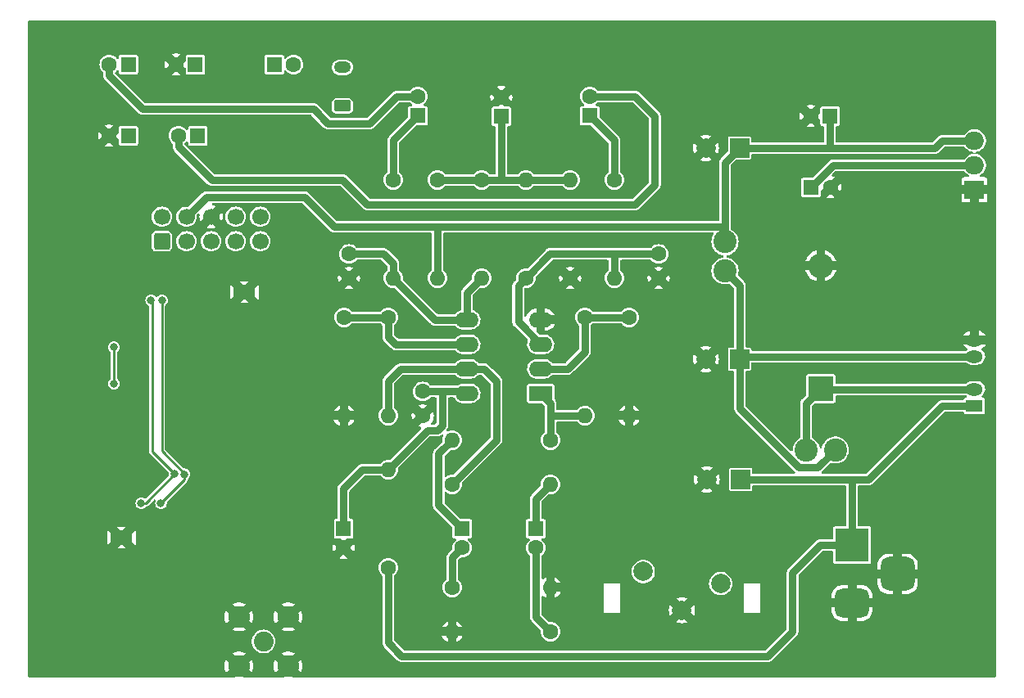
<source format=gbr>
%TF.GenerationSoftware,KiCad,Pcbnew,7.0.9*%
%TF.CreationDate,2024-03-08T21:09:09+01:00*%
%TF.ProjectId,SI4684,53493436-3834-42e6-9b69-6361645f7063,A*%
%TF.SameCoordinates,Original*%
%TF.FileFunction,Copper,L2,Bot*%
%TF.FilePolarity,Positive*%
%FSLAX46Y46*%
G04 Gerber Fmt 4.6, Leading zero omitted, Abs format (unit mm)*
G04 Created by KiCad (PCBNEW 7.0.9) date 2024-03-08 21:09:09*
%MOMM*%
%LPD*%
G01*
G04 APERTURE LIST*
G04 Aperture macros list*
%AMRoundRect*
0 Rectangle with rounded corners*
0 $1 Rounding radius*
0 $2 $3 $4 $5 $6 $7 $8 $9 X,Y pos of 4 corners*
0 Add a 4 corners polygon primitive as box body*
4,1,4,$2,$3,$4,$5,$6,$7,$8,$9,$2,$3,0*
0 Add four circle primitives for the rounded corners*
1,1,$1+$1,$2,$3*
1,1,$1+$1,$4,$5*
1,1,$1+$1,$6,$7*
1,1,$1+$1,$8,$9*
0 Add four rect primitives between the rounded corners*
20,1,$1+$1,$2,$3,$4,$5,0*
20,1,$1+$1,$4,$5,$6,$7,0*
20,1,$1+$1,$6,$7,$8,$9,0*
20,1,$1+$1,$8,$9,$2,$3,0*%
G04 Aperture macros list end*
%TA.AperFunction,ComponentPad*%
%ADD10C,1.600000*%
%TD*%
%TA.AperFunction,ComponentPad*%
%ADD11O,1.600000X1.600000*%
%TD*%
%TA.AperFunction,ComponentPad*%
%ADD12C,2.400000*%
%TD*%
%TA.AperFunction,ComponentPad*%
%ADD13R,2.000000X1.905000*%
%TD*%
%TA.AperFunction,ComponentPad*%
%ADD14O,2.000000X1.905000*%
%TD*%
%TA.AperFunction,ComponentPad*%
%ADD15C,2.050000*%
%TD*%
%TA.AperFunction,ComponentPad*%
%ADD16C,2.250000*%
%TD*%
%TA.AperFunction,ComponentPad*%
%ADD17R,2.000000X2.000000*%
%TD*%
%TA.AperFunction,ComponentPad*%
%ADD18C,2.000000*%
%TD*%
%TA.AperFunction,ComponentPad*%
%ADD19R,1.600000X1.600000*%
%TD*%
%TA.AperFunction,ComponentPad*%
%ADD20R,2.600000X2.600000*%
%TD*%
%TA.AperFunction,ComponentPad*%
%ADD21O,2.600000X2.600000*%
%TD*%
%TA.AperFunction,ComponentPad*%
%ADD22R,2.400000X1.600000*%
%TD*%
%TA.AperFunction,ComponentPad*%
%ADD23O,2.400000X1.600000*%
%TD*%
%TA.AperFunction,ComponentPad*%
%ADD24R,2.286000X1.500000*%
%TD*%
%TA.AperFunction,ComponentPad*%
%ADD25R,3.500000X3.500000*%
%TD*%
%TA.AperFunction,ComponentPad*%
%ADD26RoundRect,0.750000X1.000000X-0.750000X1.000000X0.750000X-1.000000X0.750000X-1.000000X-0.750000X0*%
%TD*%
%TA.AperFunction,ComponentPad*%
%ADD27RoundRect,0.875000X0.875000X-0.875000X0.875000X0.875000X-0.875000X0.875000X-0.875000X-0.875000X0*%
%TD*%
%TA.AperFunction,ComponentPad*%
%ADD28R,1.800000X1.275000*%
%TD*%
%TA.AperFunction,ComponentPad*%
%ADD29O,1.800000X1.275000*%
%TD*%
%TA.AperFunction,ComponentPad*%
%ADD30RoundRect,0.250000X0.625000X-0.350000X0.625000X0.350000X-0.625000X0.350000X-0.625000X-0.350000X0*%
%TD*%
%TA.AperFunction,ComponentPad*%
%ADD31O,1.750000X1.200000*%
%TD*%
%TA.AperFunction,ComponentPad*%
%ADD32RoundRect,0.250000X0.600000X-0.600000X0.600000X0.600000X-0.600000X0.600000X-0.600000X-0.600000X0*%
%TD*%
%TA.AperFunction,ComponentPad*%
%ADD33C,1.700000*%
%TD*%
%TA.AperFunction,ViaPad*%
%ADD34C,5.500000*%
%TD*%
%TA.AperFunction,ViaPad*%
%ADD35C,0.800000*%
%TD*%
%TA.AperFunction,Conductor*%
%ADD36C,0.800000*%
%TD*%
%TA.AperFunction,Conductor*%
%ADD37C,0.250000*%
%TD*%
G04 APERTURE END LIST*
D10*
%TO.P,R19,1*%
%TO.N,Net-(U6B--)*%
X136777000Y-97028000D03*
D11*
%TO.P,R19,2*%
%TO.N,Net-(R19-Pad2)*%
X136777000Y-107188000D03*
%TD*%
D12*
%TO.P,L6,1*%
%TO.N,Net-(U2-FB)*%
X171575000Y-92202000D03*
%TO.P,L6,2*%
%TO.N,+5V*%
X171575000Y-89202000D03*
%TD*%
D13*
%TO.P,U4,1,GND*%
%TO.N,GND*%
X197358000Y-83820000D03*
D14*
%TO.P,U4,2,VO*%
%TO.N,+3V3*%
X197358000Y-81280000D03*
%TO.P,U4,3,VI*%
%TO.N,+5V*%
X197358000Y-78740000D03*
%TD*%
D15*
%TO.P,J2,1,In*%
%TO.N,Net-(J2-In)*%
X123886400Y-130556000D03*
D16*
%TO.P,J2,2,Ext*%
%TO.N,GND*%
X121346400Y-128016000D03*
X121346400Y-133096000D03*
X126426400Y-128016000D03*
X126426400Y-133096000D03*
%TD*%
D10*
%TO.P,R14,1*%
%TO.N,Net-(C37-Pad1)*%
X146429000Y-82804000D03*
D11*
%TO.P,R14,2*%
%TO.N,Net-(U6B-+)*%
X146429000Y-92964000D03*
%TD*%
D10*
%TO.P,R12,1*%
%TO.N,GND*%
X155573000Y-92964000D03*
D11*
%TO.P,R12,2*%
%TO.N,Net-(C37-Pad1)*%
X155573000Y-82804000D03*
%TD*%
D10*
%TO.P,R23,1*%
%TO.N,Net-(J5-IN1)*%
X143381000Y-124968000D03*
D11*
%TO.P,R23,2*%
%TO.N,GND*%
X153541000Y-124968000D03*
%TD*%
D17*
%TO.P,C13,1*%
%TO.N,Net-(U2-FB)*%
X173099000Y-101346000D03*
D18*
%TO.P,C13,2*%
%TO.N,GND*%
X169599000Y-101346000D03*
%TD*%
D19*
%TO.P,C11,1*%
%TO.N,Net-(U5-RIGHTINM)*%
X109921113Y-78232000D03*
D10*
%TO.P,C11,2*%
%TO.N,GND*%
X107921113Y-78232000D03*
%TD*%
D19*
%TO.P,C22,1*%
%TO.N,+5V*%
X182436113Y-76200000D03*
D10*
%TO.P,C22,2*%
%TO.N,GND*%
X180436113Y-76200000D03*
%TD*%
%TO.P,R6,1*%
%TO.N,Net-(C28-Pad1)*%
X137285000Y-82804000D03*
D11*
%TO.P,R6,2*%
%TO.N,Net-(U6B-+)*%
X137285000Y-92964000D03*
%TD*%
D20*
%TO.P,D2,1,K*%
%TO.N,Net-(D2-K)*%
X181481000Y-104394000D03*
D21*
%TO.P,D2,2,A*%
%TO.N,GND*%
X181481000Y-91694000D03*
%TD*%
D10*
%TO.P,R18,1*%
%TO.N,Net-(U6A--)*%
X161669000Y-97028000D03*
D11*
%TO.P,R18,2*%
%TO.N,GND*%
X161669000Y-107188000D03*
%TD*%
D19*
%TO.P,C8,1*%
%TO.N,Net-(U5-LEFTINM)*%
X116840000Y-70866000D03*
D10*
%TO.P,C8,2*%
%TO.N,GND*%
X114840000Y-70866000D03*
%TD*%
D22*
%TO.P,U6,1*%
%TO.N,Net-(R17-Pad2)*%
X152525000Y-104892000D03*
D23*
%TO.P,U6,2,-*%
%TO.N,Net-(U6A--)*%
X152525000Y-102352000D03*
%TO.P,U6,3,+*%
%TO.N,Net-(U6A-+)*%
X152525000Y-99812000D03*
%TO.P,U6,4,V-*%
%TO.N,GND*%
X152525000Y-97272000D03*
%TO.P,U6,5,+*%
%TO.N,Net-(U6B-+)*%
X144905000Y-97272000D03*
%TO.P,U6,6,-*%
%TO.N,Net-(U6B--)*%
X144905000Y-99812000D03*
%TO.P,U6,7*%
%TO.N,Net-(R19-Pad2)*%
X144905000Y-102352000D03*
%TO.P,U6,8,V+*%
%TO.N,Net-(U6C-V+)*%
X144905000Y-104892000D03*
%TD*%
D10*
%TO.P,R15,1*%
%TO.N,Net-(C37-Pad1)*%
X141857000Y-82804000D03*
D11*
%TO.P,R15,2*%
%TO.N,+5V*%
X141857000Y-92964000D03*
%TD*%
D19*
%TO.P,C20,1*%
%TO.N,Net-(U5-CPP)*%
X125000000Y-70866000D03*
D10*
%TO.P,C20,2*%
%TO.N,Net-(U5-CPN)*%
X127000000Y-70866000D03*
%TD*%
D19*
%TO.P,C37,1*%
%TO.N,Net-(C37-Pad1)*%
X148461000Y-76232000D03*
D10*
%TO.P,C37,2*%
%TO.N,GND*%
X148461000Y-74232000D03*
%TD*%
D18*
%TO.P,J5,1,IN1*%
%TO.N,Net-(J5-IN1)*%
X163132000Y-123317000D03*
%TO.P,J5,2,IN2*%
%TO.N,Net-(J5-IN2)*%
X171132000Y-124567000D03*
%TO.P,J5,3,EXT*%
%TO.N,GND*%
X167132000Y-127317000D03*
%TD*%
D10*
%TO.P,R17,1*%
%TO.N,Net-(U6A--)*%
X157097000Y-97028000D03*
D11*
%TO.P,R17,2*%
%TO.N,Net-(R17-Pad2)*%
X157097000Y-107188000D03*
%TD*%
D10*
%TO.P,C33,1*%
%TO.N,Net-(U6B-+)*%
X132713000Y-90464000D03*
%TO.P,C33,2*%
%TO.N,GND*%
X132713000Y-92964000D03*
%TD*%
D19*
%TO.P,C31,1*%
%TO.N,Net-(U6C-V+)*%
X132156200Y-118872000D03*
D10*
%TO.P,C31,2*%
%TO.N,GND*%
X132156200Y-120872000D03*
%TD*%
D19*
%TO.P,C10,1*%
%TO.N,Net-(U5-RIGHTINP)*%
X117094000Y-78232000D03*
D10*
%TO.P,C10,2*%
%TO.N,R*%
X115094000Y-78232000D03*
%TD*%
%TO.P,C32,1*%
%TO.N,Net-(U6A-+)*%
X164717000Y-90464000D03*
%TO.P,C32,2*%
%TO.N,GND*%
X164717000Y-92964000D03*
%TD*%
D19*
%TO.P,C24,1*%
%TO.N,+3V3*%
X180465000Y-83566000D03*
D10*
%TO.P,C24,2*%
%TO.N,GND*%
X182465000Y-83566000D03*
%TD*%
%TO.P,R13,1*%
%TO.N,Net-(U6A-+)*%
X151001000Y-92964000D03*
D11*
%TO.P,R13,2*%
%TO.N,Net-(C37-Pad1)*%
X151001000Y-82804000D03*
%TD*%
D10*
%TO.P,R22,1*%
%TO.N,Net-(R19-Pad2)*%
X143381000Y-114300000D03*
D11*
%TO.P,R22,2*%
%TO.N,Net-(C43-Pad1)*%
X153541000Y-114300000D03*
%TD*%
D24*
%TO.P,REF\u002A\u002A,1*%
%TO.N,GND*%
X109204400Y-119811800D03*
X121904400Y-94411800D03*
%TD*%
D10*
%TO.P,R24,1*%
%TO.N,Net-(J5-IN2)*%
X153541000Y-129540000D03*
D11*
%TO.P,R24,2*%
%TO.N,GND*%
X143381000Y-129540000D03*
%TD*%
D12*
%TO.P,L5,1*%
%TO.N,Net-(D2-K)*%
X179981000Y-110744000D03*
%TO.P,L5,2*%
%TO.N,Net-(U2-FB)*%
X182981000Y-110744000D03*
%TD*%
D19*
%TO.P,C9,1*%
%TO.N,Net-(U5-LEFTINP)*%
X109921113Y-70866000D03*
D10*
%TO.P,C9,2*%
%TO.N,L*%
X107921113Y-70866000D03*
%TD*%
D19*
%TO.P,C28,1*%
%TO.N,Net-(C28-Pad1)*%
X139825000Y-76168000D03*
D10*
%TO.P,C28,2*%
%TO.N,L*%
X139825000Y-74168000D03*
%TD*%
D19*
%TO.P,C27,1*%
%TO.N,Net-(C27-Pad1)*%
X157605000Y-76168000D03*
D10*
%TO.P,C27,2*%
%TO.N,R*%
X157605000Y-74168000D03*
%TD*%
%TO.P,R20,1*%
%TO.N,Net-(U6B--)*%
X132205000Y-97028000D03*
D11*
%TO.P,R20,2*%
%TO.N,GND*%
X132205000Y-107188000D03*
%TD*%
D25*
%TO.P,J1,1*%
%TO.N,+12V*%
X184716500Y-120571000D03*
D26*
%TO.P,J1,2*%
%TO.N,GND*%
X184716500Y-126571000D03*
D27*
%TO.P,J1,3*%
X189416500Y-123571000D03*
%TD*%
D28*
%TO.P,U2,1,VIN*%
%TO.N,+12V*%
X197358000Y-106172000D03*
D29*
%TO.P,U2,2,OUT*%
%TO.N,Net-(D2-K)*%
X197358000Y-104472000D03*
%TO.P,U2,3,GND*%
%TO.N,GND*%
X197358000Y-102772000D03*
%TO.P,U2,4,FB*%
%TO.N,Net-(U2-FB)*%
X197358000Y-101072000D03*
%TO.P,U2,5,~{ON}/OFF*%
%TO.N,GND*%
X197358000Y-99372000D03*
%TD*%
D19*
%TO.P,C42,1*%
%TO.N,Net-(C42-Pad1)*%
X144397000Y-118872000D03*
D10*
%TO.P,C42,2*%
%TO.N,Net-(J5-IN1)*%
X144397000Y-120872000D03*
%TD*%
D30*
%TO.P,J3,1,Pin_1*%
%TO.N,Net-(J3-Pin_1)*%
X132038000Y-75152000D03*
D31*
%TO.P,J3,2,Pin_2*%
%TO.N,GND*%
X132038000Y-73152000D03*
%TO.P,J3,3,Pin_3*%
%TO.N,Net-(J3-Pin_3)*%
X132038000Y-71152000D03*
%TD*%
D10*
%TO.P,R16,1*%
%TO.N,+12V*%
X136777000Y-122936000D03*
D11*
%TO.P,R16,2*%
%TO.N,Net-(U6C-V+)*%
X136777000Y-112776000D03*
%TD*%
D32*
%TO.P,J4,1,Pin_1*%
%TO.N,RST*%
X113377400Y-89154000D03*
D33*
%TO.P,J4,2,Pin_2*%
%TO.N,INT*%
X113377400Y-86614000D03*
%TO.P,J4,3,Pin_3*%
%TO.N,MISO*%
X115917400Y-89154000D03*
%TO.P,J4,4,Pin_4*%
%TO.N,+5V*%
X115917400Y-86614000D03*
%TO.P,J4,5,Pin_5*%
%TO.N,MOSI*%
X118457400Y-89154000D03*
%TO.P,J4,6,Pin_6*%
%TO.N,GND*%
X118457400Y-86614000D03*
%TO.P,J4,7,Pin_7*%
%TO.N,CLK*%
X120997400Y-89154000D03*
%TO.P,J4,8,Pin_8*%
%TO.N,SDA*%
X120997400Y-86614000D03*
%TO.P,J4,9,Pin_9*%
%TO.N,SS*%
X123537400Y-89154000D03*
%TO.P,J4,10,Pin_10*%
%TO.N,SCL*%
X123537400Y-86614000D03*
%TD*%
D17*
%TO.P,C2,1*%
%TO.N,+12V*%
X173192677Y-113792000D03*
D18*
%TO.P,C2,2*%
%TO.N,GND*%
X169692677Y-113792000D03*
%TD*%
D10*
%TO.P,R7,1*%
%TO.N,Net-(C27-Pad1)*%
X160145000Y-82804000D03*
D11*
%TO.P,R7,2*%
%TO.N,Net-(U6A-+)*%
X160145000Y-92964000D03*
%TD*%
D10*
%TO.P,C36,1*%
%TO.N,Net-(U6C-V+)*%
X140333000Y-104688000D03*
%TO.P,C36,2*%
%TO.N,GND*%
X140333000Y-107188000D03*
%TD*%
%TO.P,R21,1*%
%TO.N,Net-(R17-Pad2)*%
X153541000Y-109728000D03*
D11*
%TO.P,R21,2*%
%TO.N,Net-(C42-Pad1)*%
X143381000Y-109728000D03*
%TD*%
D17*
%TO.P,C16,1*%
%TO.N,+5V*%
X173099000Y-79502000D03*
D18*
%TO.P,C16,2*%
%TO.N,GND*%
X169599000Y-79502000D03*
%TD*%
D19*
%TO.P,C43,1*%
%TO.N,Net-(C43-Pad1)*%
X152017000Y-118872000D03*
D10*
%TO.P,C43,2*%
%TO.N,Net-(J5-IN2)*%
X152017000Y-120872000D03*
%TD*%
D34*
%TO.N,GND*%
X102616000Y-129794000D03*
X196410000Y-129794000D03*
X196410000Y-71181000D03*
X102616000Y-71181000D03*
D35*
X119634000Y-72898000D03*
X102804400Y-109728000D03*
X109220000Y-116840000D03*
X120650000Y-96520000D03*
X102804400Y-102108000D03*
X128270000Y-112268000D03*
X128270000Y-117348000D03*
X120650000Y-113030000D03*
X124460000Y-104140000D03*
X120584400Y-123603000D03*
X110490000Y-111760000D03*
X104648000Y-94488000D03*
X124460000Y-102870000D03*
X127000000Y-97790000D03*
X102804400Y-119380000D03*
X114300000Y-97790000D03*
X107950000Y-118110000D03*
X104140000Y-106680000D03*
X127000000Y-101600000D03*
X115570000Y-96520000D03*
X128270000Y-102108000D03*
X110744000Y-110744000D03*
X124460000Y-99060000D03*
X118584400Y-106680000D03*
X104140000Y-107950000D03*
X107950000Y-116840000D03*
X113030000Y-113030000D03*
X116044400Y-109220000D03*
X102804400Y-107188000D03*
X117314400Y-107950000D03*
X125410400Y-119793000D03*
X122362400Y-119793000D03*
X123190000Y-102870000D03*
X117314400Y-110490000D03*
X128270000Y-94488000D03*
X121920000Y-96520000D03*
X127000000Y-96520000D03*
X124460000Y-101600000D03*
X128270000Y-104648000D03*
X107950000Y-97790000D03*
X114774400Y-107950000D03*
X104140000Y-97790000D03*
X114300000Y-99060000D03*
X117314400Y-109220000D03*
X120074588Y-117842517D03*
X104140000Y-96520000D03*
X118164392Y-117832821D03*
X125315400Y-108585000D03*
X125410400Y-121317000D03*
X121920000Y-97790000D03*
X123537400Y-110744000D03*
X114554000Y-119634000D03*
X125410400Y-122841000D03*
X121412000Y-72898000D03*
X123266200Y-79121000D03*
X105410000Y-118110000D03*
X111760000Y-114300000D03*
X127000000Y-104140000D03*
X123266200Y-78232000D03*
X128270000Y-99568000D03*
X128524000Y-76454000D03*
X104140000Y-99060000D03*
X120584400Y-124873000D03*
X110490000Y-114300000D03*
X128270000Y-119634000D03*
X115062000Y-94488000D03*
X122377200Y-77343000D03*
X125410400Y-125889000D03*
X120650000Y-97790000D03*
X125730000Y-100330000D03*
X120584400Y-122333000D03*
X120904000Y-119634000D03*
X109220000Y-118110000D03*
X124155200Y-78232000D03*
X127000000Y-99060000D03*
X108966000Y-94488000D03*
X106680000Y-118110000D03*
X115824000Y-119634000D03*
X104140000Y-102870000D03*
X102804400Y-112268000D03*
X120650000Y-99060000D03*
X124934400Y-106426000D03*
X125730000Y-104140000D03*
X125730000Y-102870000D03*
X102804400Y-104648000D03*
X104140000Y-113030000D03*
X110490000Y-94488000D03*
X113030000Y-119380000D03*
X119380000Y-114300000D03*
X102804400Y-117348000D03*
X118584400Y-107950000D03*
X127000000Y-102870000D03*
X104140000Y-109220000D03*
X118110000Y-119380000D03*
X102804400Y-97028000D03*
X133373069Y-82034595D03*
X119380000Y-119380000D03*
X123190000Y-104140000D03*
X124155200Y-79121000D03*
X128270000Y-97028000D03*
X104140000Y-111760000D03*
X114774400Y-110490000D03*
X106680000Y-119380000D03*
X118584400Y-109220000D03*
X128524000Y-78232000D03*
X125730000Y-99060000D03*
X104140000Y-115570000D03*
X122377200Y-78232000D03*
X123190000Y-101600000D03*
X116044400Y-110490000D03*
X124155200Y-77343000D03*
X104140000Y-118110000D03*
X126746000Y-119634000D03*
X104140000Y-104140000D03*
X128524000Y-80010000D03*
X116586000Y-94488000D03*
X102804400Y-94488000D03*
X105410000Y-115570000D03*
X104140000Y-110490000D03*
X114774400Y-109220000D03*
X128270000Y-114808000D03*
X125730000Y-97790000D03*
X123266200Y-77343000D03*
X123190000Y-96520000D03*
X105918000Y-110744000D03*
X104140000Y-105410000D03*
X105410000Y-116840000D03*
X102804400Y-99568000D03*
X116044400Y-107950000D03*
X104140000Y-101600000D03*
X122362400Y-125889000D03*
X111760000Y-111760000D03*
X108076923Y-113854515D03*
X107950000Y-95250000D03*
X118584400Y-110490000D03*
X124460000Y-100330000D03*
X132482939Y-80033381D03*
X122377200Y-79121000D03*
X114774400Y-106680000D03*
X123190000Y-100330000D03*
X104140000Y-114300000D03*
X114300000Y-96520000D03*
X128270000Y-109728000D03*
X104394000Y-119634000D03*
X127000000Y-94488000D03*
X128270000Y-107188000D03*
X106680000Y-116840000D03*
X122362400Y-121317000D03*
X102804400Y-114808000D03*
X127000000Y-105410000D03*
X116044400Y-106680000D03*
X104140000Y-100330000D03*
X104140000Y-116840000D03*
X187706000Y-107950000D03*
X125730000Y-101600000D03*
X117314400Y-106680000D03*
X127000000Y-100330000D03*
X125410400Y-124460000D03*
%TO.N,RST*%
X113284000Y-116269000D03*
X113377400Y-95250000D03*
X115714200Y-113258600D03*
%TO.N,INT*%
X112268000Y-95250000D03*
X114714809Y-113243682D03*
X111252000Y-116269000D03*
%TO.N,Net-(U3-DBYP)*%
X108424400Y-103886000D03*
X108435205Y-100096645D03*
%TD*%
D36*
%TO.N,+5V*%
X139571000Y-87630000D02*
X131189000Y-87630000D01*
X171575000Y-81026000D02*
X173099000Y-79502000D01*
X193294000Y-79502000D02*
X194056000Y-78740000D01*
X171575000Y-89202000D02*
X171575000Y-87630000D01*
X182626000Y-79502000D02*
X193294000Y-79502000D01*
X139571000Y-87630000D02*
X141986000Y-87630000D01*
X117949400Y-84582000D02*
X115917400Y-86614000D01*
X141857000Y-87759000D02*
X141986000Y-87630000D01*
X173099000Y-79502000D02*
X182626000Y-79502000D01*
X141857000Y-92964000D02*
X141857000Y-87759000D01*
X141986000Y-87630000D02*
X171575000Y-87630000D01*
X182436113Y-76200000D02*
X182436113Y-79312113D01*
X194056000Y-78740000D02*
X197358000Y-78740000D01*
X171575000Y-87630000D02*
X171575000Y-81026000D01*
X182436113Y-79312113D02*
X182626000Y-79502000D01*
X128141000Y-84582000D02*
X117949400Y-84582000D01*
X131189000Y-87630000D02*
X128141000Y-84582000D01*
%TO.N,+3V3*%
X182751000Y-81280000D02*
X197358000Y-81280000D01*
X182751000Y-81280000D02*
X180465000Y-83566000D01*
%TO.N,+12V*%
X138176000Y-132080000D02*
X136777000Y-130681000D01*
X184716500Y-120571000D02*
X181435000Y-120571000D01*
X194056000Y-106172000D02*
X197358000Y-106172000D01*
X175768000Y-132080000D02*
X138176000Y-132080000D01*
X184658000Y-113792000D02*
X186436000Y-113792000D01*
X136777000Y-130681000D02*
X136777000Y-122936000D01*
X178562000Y-123444000D02*
X178562000Y-129540000D01*
X181435000Y-120571000D02*
X178562000Y-123444000D01*
X184716500Y-120571000D02*
X184716500Y-113850500D01*
X186436000Y-113792000D02*
X194056000Y-106172000D01*
X173192677Y-113792000D02*
X184658000Y-113792000D01*
X178562000Y-129540000D02*
X176022000Y-132080000D01*
X184716500Y-113850500D02*
X184658000Y-113792000D01*
X176022000Y-132080000D02*
X175768000Y-132080000D01*
D37*
%TO.N,RST*%
X115714200Y-113258600D02*
X115714200Y-113217768D01*
X115714200Y-113838800D02*
X113284000Y-116269000D01*
X115714200Y-113258600D02*
X115714200Y-113838800D01*
X113377400Y-110880968D02*
X113377400Y-95250000D01*
X115714200Y-113217768D02*
X113377400Y-110880968D01*
%TO.N,INT*%
X111689491Y-116269000D02*
X111252000Y-116269000D01*
X112361400Y-95343400D02*
X112268000Y-95250000D01*
X114714809Y-113243682D02*
X111689491Y-116269000D01*
X114714809Y-113243682D02*
X112361400Y-110890273D01*
X112361400Y-110890273D02*
X112361400Y-95343400D01*
D36*
%TO.N,Net-(U2-FB)*%
X173373000Y-101072000D02*
X173099000Y-101346000D01*
X173099000Y-101346000D02*
X173099000Y-93726000D01*
X179235415Y-112544000D02*
X173099000Y-106407585D01*
X181181000Y-112544000D02*
X179235415Y-112544000D01*
X173099000Y-106407585D02*
X173099000Y-101346000D01*
X173099000Y-93726000D02*
X171575000Y-92202000D01*
X197358000Y-101072000D02*
X173373000Y-101072000D01*
X182981000Y-110744000D02*
X181181000Y-112544000D01*
D37*
%TO.N,Net-(U3-DBYP)*%
X108424400Y-103886000D02*
X108424400Y-100107450D01*
X108424400Y-100107450D02*
X108435205Y-100096645D01*
D36*
%TO.N,Net-(C28-Pad1)*%
X137285000Y-78708000D02*
X139825000Y-76168000D01*
X137285000Y-82804000D02*
X137285000Y-78708000D01*
%TO.N,Net-(D2-K)*%
X179981000Y-110744000D02*
X179981000Y-105894000D01*
X197358000Y-104472000D02*
X181559000Y-104472000D01*
X181559000Y-104472000D02*
X181481000Y-104394000D01*
X179981000Y-105894000D02*
X181481000Y-104394000D01*
%TO.N,L*%
X134874000Y-76962000D02*
X135763000Y-76073000D01*
X129048000Y-75454000D02*
X130556000Y-76962000D01*
X111377743Y-75454000D02*
X129048000Y-75454000D01*
D37*
X107921113Y-71116000D02*
X107921113Y-70866000D01*
D36*
X137668000Y-74168000D02*
X139825000Y-74168000D01*
X130556000Y-76962000D02*
X134874000Y-76962000D01*
X107921113Y-71997370D02*
X111377743Y-75454000D01*
X107921113Y-70866000D02*
X107921113Y-71997370D01*
X135763000Y-76073000D02*
X137668000Y-74168000D01*
%TO.N,R*%
X164338000Y-83312000D02*
X164338000Y-76708000D01*
X162306000Y-74168000D02*
X157605000Y-74168000D01*
X118534630Y-82804000D02*
X132080000Y-82804000D01*
X162306000Y-85344000D02*
X164338000Y-83312000D01*
X115094000Y-79363370D02*
X118534630Y-82804000D01*
X134620000Y-85344000D02*
X162306000Y-85344000D01*
X132080000Y-82804000D02*
X134620000Y-85344000D01*
X115094000Y-78232000D02*
X115094000Y-79363370D01*
X162306000Y-74168000D02*
X164338000Y-76200000D01*
X164338000Y-76200000D02*
X164338000Y-76708000D01*
%TO.N,Net-(U6A-+)*%
X151001000Y-92964000D02*
X153501000Y-90464000D01*
X150201001Y-93763999D02*
X150201001Y-97488001D01*
X160145000Y-92964000D02*
X160145000Y-90464000D01*
X153501000Y-90464000D02*
X160145000Y-90464000D01*
X151001000Y-92964000D02*
X150201001Y-93763999D01*
X150201001Y-97488001D02*
X152525000Y-99812000D01*
X160145000Y-90464000D02*
X164717000Y-90464000D01*
%TO.N,Net-(U6B-+)*%
X141593000Y-97272000D02*
X137285000Y-92964000D01*
X144905000Y-97272000D02*
X144905000Y-94488000D01*
X144905000Y-94488000D02*
X146429000Y-92964000D01*
X136309000Y-90464000D02*
X137285000Y-91440000D01*
X144905000Y-97272000D02*
X141593000Y-97272000D01*
X132713000Y-90464000D02*
X136309000Y-90464000D01*
X137285000Y-91440000D02*
X137285000Y-92964000D01*
%TO.N,Net-(U6C-V+)*%
X142365000Y-104688000D02*
X142365000Y-108204000D01*
X132156200Y-114731800D02*
X132156200Y-118872000D01*
X144701000Y-104688000D02*
X144905000Y-104892000D01*
X142365000Y-108204000D02*
X141857000Y-108712000D01*
X142365000Y-104688000D02*
X144701000Y-104688000D01*
X134112000Y-112776000D02*
X132156200Y-114731800D01*
X136777000Y-112776000D02*
X134112000Y-112776000D01*
X141857000Y-108712000D02*
X140841000Y-108712000D01*
X140333000Y-104688000D02*
X142365000Y-104688000D01*
X140841000Y-108712000D02*
X136777000Y-112776000D01*
%TO.N,Net-(U6A--)*%
X157097000Y-100584000D02*
X155329000Y-102352000D01*
X157097000Y-97028000D02*
X157097000Y-100584000D01*
X157097000Y-97028000D02*
X161669000Y-97028000D01*
X155329000Y-102352000D02*
X152525000Y-102352000D01*
%TO.N,Net-(U6B--)*%
X136777000Y-99060000D02*
X137529000Y-99812000D01*
X136777000Y-97028000D02*
X136777000Y-99060000D01*
X137529000Y-99812000D02*
X144905000Y-99812000D01*
X132205000Y-97028000D02*
X136777000Y-97028000D01*
%TO.N,Net-(C27-Pad1)*%
X160145000Y-78708000D02*
X157605000Y-76168000D01*
X160145000Y-82804000D02*
X160145000Y-78708000D01*
%TO.N,Net-(J5-IN1)*%
X143381000Y-124968000D02*
X143381000Y-121888000D01*
X143381000Y-121888000D02*
X144397000Y-120872000D01*
%TO.N,Net-(J5-IN2)*%
X152017000Y-120872000D02*
X152017000Y-128016000D01*
X152017000Y-128016000D02*
X153541000Y-129540000D01*
%TO.N,Net-(C37-Pad1)*%
X151001000Y-82804000D02*
X148461000Y-82804000D01*
X151001000Y-82804000D02*
X155573000Y-82804000D01*
X146429000Y-82804000D02*
X141857000Y-82804000D01*
X148461000Y-82804000D02*
X146429000Y-82804000D01*
X148461000Y-76232000D02*
X148461000Y-82804000D01*
%TO.N,Net-(C42-Pad1)*%
X143381000Y-109728000D02*
X141981000Y-111128000D01*
X141981000Y-111128000D02*
X141981000Y-116456000D01*
X141981000Y-116456000D02*
X144397000Y-118872000D01*
%TO.N,Net-(C43-Pad1)*%
X152017000Y-118872000D02*
X152017000Y-115824000D01*
X152017000Y-115824000D02*
X153541000Y-114300000D01*
%TO.N,Net-(R19-Pad2)*%
X136777000Y-107188000D02*
X136777000Y-103632000D01*
X138057000Y-102352000D02*
X144905000Y-102352000D01*
X147953000Y-109728000D02*
X143381000Y-114300000D01*
X144905000Y-102352000D02*
X146673000Y-102352000D01*
X147953000Y-103632000D02*
X147953000Y-109728000D01*
X146673000Y-102352000D02*
X147953000Y-103632000D01*
X136777000Y-103632000D02*
X138057000Y-102352000D01*
%TO.N,Net-(R17-Pad2)*%
X153541000Y-109728000D02*
X153541000Y-107188000D01*
X157097000Y-107188000D02*
X153541000Y-107188000D01*
X153541000Y-105908000D02*
X152525000Y-104892000D01*
X153541000Y-107188000D02*
X153541000Y-105908000D01*
%TD*%
%TA.AperFunction,Conductor*%
%TO.N,GND*%
G36*
X196526387Y-105092502D02*
G01*
X196534510Y-105098186D01*
X196547015Y-105107692D01*
X196589141Y-105164841D01*
X196593682Y-105235692D01*
X196559198Y-105297751D01*
X196496636Y-105331315D01*
X196470763Y-105334000D01*
X196438249Y-105334000D01*
X196379771Y-105345632D01*
X196379768Y-105345633D01*
X196313448Y-105389948D01*
X196269133Y-105456268D01*
X196269132Y-105456271D01*
X196266385Y-105470083D01*
X196233476Y-105532993D01*
X196171780Y-105568123D01*
X196142806Y-105571500D01*
X194099494Y-105571500D01*
X194091262Y-105570960D01*
X194056001Y-105566318D01*
X194056000Y-105566318D01*
X194016639Y-105571500D01*
X193899239Y-105586955D01*
X193753160Y-105647463D01*
X193753152Y-105647468D01*
X193627719Y-105743717D01*
X193627716Y-105743720D01*
X193606063Y-105771938D01*
X193600624Y-105778139D01*
X189899500Y-109479265D01*
X186224170Y-113154595D01*
X186161858Y-113188621D01*
X186135075Y-113191500D01*
X184701494Y-113191500D01*
X184693262Y-113190960D01*
X184658001Y-113186318D01*
X184657999Y-113186318D01*
X184622738Y-113190960D01*
X184614506Y-113191500D01*
X181694255Y-113191500D01*
X181626134Y-113171498D01*
X181579641Y-113117842D01*
X181569537Y-113047568D01*
X181599031Y-112982988D01*
X181605155Y-112976409D01*
X181609273Y-112972288D01*
X181609282Y-112972282D01*
X181630940Y-112944054D01*
X181636361Y-112937872D01*
X182455277Y-112118956D01*
X182517587Y-112084932D01*
X182585281Y-112088879D01*
X182636019Y-112106298D01*
X182864951Y-112144500D01*
X182864955Y-112144500D01*
X183097045Y-112144500D01*
X183097049Y-112144500D01*
X183325981Y-112106298D01*
X183545503Y-112030936D01*
X183749626Y-111920470D01*
X183932784Y-111777913D01*
X184089979Y-111607153D01*
X184216924Y-111412849D01*
X184310157Y-111200300D01*
X184337258Y-111093278D01*
X184367132Y-110975314D01*
X184367133Y-110975308D01*
X184367134Y-110975305D01*
X184386300Y-110744000D01*
X184367134Y-110512695D01*
X184367133Y-110512691D01*
X184367132Y-110512685D01*
X184310157Y-110287700D01*
X184310155Y-110287696D01*
X184216924Y-110075151D01*
X184089981Y-109880850D01*
X184089980Y-109880849D01*
X184089979Y-109880847D01*
X183932784Y-109710087D01*
X183749626Y-109567530D01*
X183749625Y-109567529D01*
X183545502Y-109457063D01*
X183545500Y-109457062D01*
X183325985Y-109381703D01*
X183325978Y-109381701D01*
X183228000Y-109365352D01*
X183097049Y-109343500D01*
X182864951Y-109343500D01*
X182750383Y-109362618D01*
X182636021Y-109381701D01*
X182636014Y-109381703D01*
X182416499Y-109457062D01*
X182416497Y-109457063D01*
X182212374Y-109567529D01*
X182212373Y-109567530D01*
X182029213Y-109710089D01*
X181872018Y-109880850D01*
X181745075Y-110075151D01*
X181651844Y-110287696D01*
X181651842Y-110287700D01*
X181603144Y-110480004D01*
X181567031Y-110541130D01*
X181503604Y-110573028D01*
X181433000Y-110565571D01*
X181377636Y-110521127D01*
X181358856Y-110480004D01*
X181310157Y-110287700D01*
X181310155Y-110287696D01*
X181216924Y-110075151D01*
X181089981Y-109880850D01*
X181089980Y-109880849D01*
X181089979Y-109880847D01*
X180932784Y-109710087D01*
X180749626Y-109567530D01*
X180749624Y-109567529D01*
X180749620Y-109567526D01*
X180647530Y-109512277D01*
X180597140Y-109462264D01*
X180581500Y-109401464D01*
X180581500Y-106194925D01*
X180601502Y-106126804D01*
X180618405Y-106105830D01*
X180792830Y-105931405D01*
X180855142Y-105897379D01*
X180881925Y-105894500D01*
X182800747Y-105894500D01*
X182800748Y-105894500D01*
X182859231Y-105882867D01*
X182925552Y-105838552D01*
X182969867Y-105772231D01*
X182981500Y-105713748D01*
X182981500Y-105198500D01*
X183001502Y-105130379D01*
X183055158Y-105083886D01*
X183107500Y-105072500D01*
X196458266Y-105072500D01*
X196526387Y-105092502D01*
G37*
%TD.AperFunction*%
%TA.AperFunction,Conductor*%
G36*
X199509621Y-66310502D02*
G01*
X199556114Y-66364158D01*
X199567500Y-66416500D01*
X199567500Y-134163500D01*
X199547498Y-134231621D01*
X199493842Y-134278114D01*
X199441500Y-134289500D01*
X127030037Y-134289500D01*
X126961916Y-134269498D01*
X126940941Y-134252595D01*
X126617058Y-133928711D01*
X126785410Y-133871988D01*
X126943831Y-133776669D01*
X127078058Y-133649523D01*
X127181813Y-133496495D01*
X127250247Y-133324740D01*
X127256859Y-133284407D01*
X127741731Y-133769279D01*
X127741732Y-133769279D01*
X127826260Y-133576578D01*
X127826262Y-133576571D01*
X127886267Y-133339616D01*
X127906454Y-133096000D01*
X127886267Y-132852383D01*
X127826263Y-132615430D01*
X127826260Y-132615423D01*
X127741732Y-132422719D01*
X127256377Y-132908074D01*
X127220686Y-132779527D01*
X127134084Y-132616178D01*
X127014391Y-132475265D01*
X126867205Y-132363377D01*
X126699407Y-132285745D01*
X126613507Y-132266837D01*
X127098021Y-131782323D01*
X127020930Y-131740605D01*
X127020927Y-131740603D01*
X126789736Y-131661235D01*
X126789729Y-131661233D01*
X126548618Y-131621000D01*
X126304182Y-131621000D01*
X126063070Y-131661233D01*
X126063063Y-131661235D01*
X125831876Y-131740602D01*
X125831874Y-131740603D01*
X125754778Y-131782324D01*
X126235741Y-132263288D01*
X126067390Y-132320012D01*
X125908969Y-132415331D01*
X125774742Y-132542477D01*
X125670987Y-132695505D01*
X125602553Y-132867260D01*
X125595940Y-132907592D01*
X125111067Y-132422719D01*
X125026539Y-132615423D01*
X125026536Y-132615430D01*
X124966532Y-132852383D01*
X124946345Y-133096000D01*
X124966532Y-133339616D01*
X125026536Y-133576569D01*
X125026539Y-133576576D01*
X125111066Y-133769278D01*
X125596421Y-133283923D01*
X125632114Y-133412473D01*
X125718716Y-133575822D01*
X125838409Y-133716735D01*
X125985595Y-133828623D01*
X126153393Y-133906255D01*
X126239290Y-133925162D01*
X125911859Y-134252595D01*
X125849546Y-134286620D01*
X125822763Y-134289500D01*
X121950037Y-134289500D01*
X121881916Y-134269498D01*
X121860941Y-134252595D01*
X121537058Y-133928711D01*
X121705410Y-133871988D01*
X121863831Y-133776669D01*
X121998058Y-133649523D01*
X122101813Y-133496495D01*
X122170247Y-133324740D01*
X122176859Y-133284407D01*
X122661731Y-133769279D01*
X122661732Y-133769279D01*
X122746260Y-133576578D01*
X122746262Y-133576571D01*
X122806267Y-133339616D01*
X122826454Y-133096000D01*
X122806267Y-132852383D01*
X122746263Y-132615430D01*
X122746260Y-132615423D01*
X122661732Y-132422719D01*
X122176377Y-132908074D01*
X122140686Y-132779527D01*
X122054084Y-132616178D01*
X121934391Y-132475265D01*
X121787205Y-132363377D01*
X121619407Y-132285745D01*
X121533507Y-132266837D01*
X122018021Y-131782323D01*
X121940930Y-131740605D01*
X121940927Y-131740603D01*
X121709736Y-131661235D01*
X121709729Y-131661233D01*
X121468618Y-131621000D01*
X121224182Y-131621000D01*
X120983070Y-131661233D01*
X120983063Y-131661235D01*
X120751876Y-131740602D01*
X120751874Y-131740603D01*
X120674778Y-131782324D01*
X121155741Y-132263288D01*
X120987390Y-132320012D01*
X120828969Y-132415331D01*
X120694742Y-132542477D01*
X120590987Y-132695505D01*
X120522553Y-132867260D01*
X120515940Y-132907592D01*
X120031067Y-132422719D01*
X119946539Y-132615423D01*
X119946536Y-132615430D01*
X119886532Y-132852383D01*
X119866345Y-133096000D01*
X119886532Y-133339616D01*
X119946536Y-133576569D01*
X119946539Y-133576576D01*
X120031066Y-133769278D01*
X120516421Y-133283923D01*
X120552114Y-133412473D01*
X120638716Y-133575822D01*
X120758409Y-133716735D01*
X120905595Y-133828623D01*
X121073393Y-133906255D01*
X121159290Y-133925162D01*
X120831859Y-134252595D01*
X120769546Y-134286620D01*
X120742763Y-134289500D01*
X99694500Y-134289500D01*
X99626379Y-134269498D01*
X99579886Y-134215842D01*
X99568500Y-134163500D01*
X99568500Y-130556000D01*
X122656219Y-130556000D01*
X122674908Y-130769619D01*
X122693167Y-130837762D01*
X122730407Y-130976745D01*
X122730409Y-130976750D01*
X122821030Y-131171087D01*
X122821032Y-131171091D01*
X122944027Y-131346745D01*
X122944030Y-131346749D01*
X123095650Y-131498369D01*
X123095654Y-131498372D01*
X123095655Y-131498373D01*
X123271309Y-131621368D01*
X123465653Y-131711992D01*
X123672781Y-131767492D01*
X123886400Y-131786181D01*
X124100019Y-131767492D01*
X124307147Y-131711992D01*
X124501491Y-131621368D01*
X124677145Y-131498373D01*
X124828773Y-131346745D01*
X124951768Y-131171091D01*
X125042392Y-130976747D01*
X125097892Y-130769619D01*
X125116581Y-130556000D01*
X125097892Y-130342381D01*
X125042392Y-130135253D01*
X124951768Y-129940910D01*
X124828773Y-129765255D01*
X124677145Y-129613627D01*
X124501491Y-129490632D01*
X124429781Y-129457193D01*
X124307150Y-129400009D01*
X124307145Y-129400007D01*
X124200366Y-129371396D01*
X124100019Y-129344508D01*
X123886400Y-129325819D01*
X123672781Y-129344508D01*
X123617282Y-129359378D01*
X123465654Y-129400007D01*
X123465650Y-129400009D01*
X123271309Y-129490632D01*
X123095658Y-129613624D01*
X123095652Y-129613629D01*
X122944029Y-129765252D01*
X122944024Y-129765258D01*
X122821032Y-129940909D01*
X122730409Y-130135250D01*
X122730407Y-130135254D01*
X122699425Y-130250882D01*
X122674908Y-130342381D01*
X122656219Y-130556000D01*
X99568500Y-130556000D01*
X99568500Y-128016000D01*
X119866345Y-128016000D01*
X119886532Y-128259616D01*
X119946536Y-128496569D01*
X119946539Y-128496576D01*
X120031066Y-128689278D01*
X120516421Y-128203923D01*
X120552114Y-128332473D01*
X120638716Y-128495822D01*
X120758409Y-128636735D01*
X120905595Y-128748623D01*
X121073393Y-128826255D01*
X121159290Y-128845162D01*
X120674777Y-129329674D01*
X120674777Y-129329675D01*
X120751869Y-129371394D01*
X120751872Y-129371396D01*
X120983063Y-129450764D01*
X120983070Y-129450766D01*
X121224182Y-129491000D01*
X121468618Y-129491000D01*
X121709729Y-129450766D01*
X121709736Y-129450764D01*
X121940927Y-129371396D01*
X121940934Y-129371393D01*
X122018021Y-129329675D01*
X122018021Y-129329673D01*
X121537059Y-128848711D01*
X121705410Y-128791988D01*
X121863831Y-128696669D01*
X121998058Y-128569523D01*
X122101813Y-128416495D01*
X122170247Y-128244740D01*
X122176859Y-128204407D01*
X122661731Y-128689279D01*
X122661732Y-128689279D01*
X122746260Y-128496578D01*
X122746262Y-128496571D01*
X122806267Y-128259616D01*
X122826454Y-128016000D01*
X124946345Y-128016000D01*
X124966532Y-128259616D01*
X125026536Y-128496569D01*
X125026539Y-128496576D01*
X125111066Y-128689278D01*
X125596421Y-128203923D01*
X125632114Y-128332473D01*
X125718716Y-128495822D01*
X125838409Y-128636735D01*
X125985595Y-128748623D01*
X126153393Y-128826255D01*
X126239290Y-128845162D01*
X125754777Y-129329674D01*
X125754777Y-129329675D01*
X125831869Y-129371394D01*
X125831872Y-129371396D01*
X126063063Y-129450764D01*
X126063070Y-129450766D01*
X126304182Y-129491000D01*
X126548618Y-129491000D01*
X126789729Y-129450766D01*
X126789736Y-129450764D01*
X127020927Y-129371396D01*
X127020934Y-129371393D01*
X127098021Y-129329675D01*
X127098021Y-129329673D01*
X126617059Y-128848711D01*
X126785410Y-128791988D01*
X126943831Y-128696669D01*
X127078058Y-128569523D01*
X127181813Y-128416495D01*
X127250247Y-128244740D01*
X127256859Y-128204407D01*
X127741731Y-128689279D01*
X127741732Y-128689279D01*
X127826260Y-128496578D01*
X127826262Y-128496571D01*
X127886267Y-128259616D01*
X127906454Y-128016000D01*
X127886267Y-127772383D01*
X127826263Y-127535430D01*
X127826260Y-127535423D01*
X127741732Y-127342719D01*
X127256377Y-127828074D01*
X127220686Y-127699527D01*
X127134084Y-127536178D01*
X127014391Y-127395265D01*
X126867205Y-127283377D01*
X126699407Y-127205745D01*
X126613507Y-127186837D01*
X127098021Y-126702323D01*
X127020930Y-126660605D01*
X127020927Y-126660603D01*
X126789736Y-126581235D01*
X126789729Y-126581233D01*
X126548618Y-126541000D01*
X126304182Y-126541000D01*
X126063070Y-126581233D01*
X126063063Y-126581235D01*
X125831876Y-126660602D01*
X125831874Y-126660603D01*
X125754778Y-126702324D01*
X126235741Y-127183288D01*
X126067390Y-127240012D01*
X125908969Y-127335331D01*
X125774742Y-127462477D01*
X125670987Y-127615505D01*
X125602553Y-127787260D01*
X125595940Y-127827592D01*
X125111067Y-127342719D01*
X125026539Y-127535423D01*
X125026536Y-127535430D01*
X124966532Y-127772383D01*
X124946345Y-128016000D01*
X122826454Y-128016000D01*
X122806267Y-127772383D01*
X122746263Y-127535430D01*
X122746260Y-127535423D01*
X122661732Y-127342719D01*
X122176377Y-127828074D01*
X122140686Y-127699527D01*
X122054084Y-127536178D01*
X121934391Y-127395265D01*
X121787205Y-127283377D01*
X121619407Y-127205745D01*
X121533507Y-127186837D01*
X122018021Y-126702323D01*
X121940930Y-126660605D01*
X121940927Y-126660603D01*
X121709736Y-126581235D01*
X121709729Y-126581233D01*
X121468618Y-126541000D01*
X121224182Y-126541000D01*
X120983070Y-126581233D01*
X120983063Y-126581235D01*
X120751876Y-126660602D01*
X120751874Y-126660603D01*
X120674778Y-126702324D01*
X121155741Y-127183288D01*
X120987390Y-127240012D01*
X120828969Y-127335331D01*
X120694742Y-127462477D01*
X120590987Y-127615505D01*
X120522553Y-127787260D01*
X120515940Y-127827592D01*
X120031067Y-127342719D01*
X119946539Y-127535423D01*
X119946536Y-127535430D01*
X119886532Y-127772383D01*
X119866345Y-128016000D01*
X99568500Y-128016000D01*
X99568500Y-121940192D01*
X131730059Y-121940192D01*
X131840138Y-121982837D01*
X132049639Y-122022000D01*
X132262761Y-122022000D01*
X132472266Y-121982836D01*
X132582339Y-121940193D01*
X132582340Y-121940192D01*
X132156201Y-121514053D01*
X132156200Y-121514053D01*
X131730059Y-121940192D01*
X99568500Y-121940192D01*
X99568500Y-120911799D01*
X108746453Y-120911799D01*
X109662346Y-120911799D01*
X109662346Y-120911798D01*
X109204401Y-120453853D01*
X109204400Y-120453853D01*
X108746453Y-120911799D01*
X99568500Y-120911799D01*
X99568500Y-120595016D01*
X107711400Y-120595016D01*
X107723168Y-120675792D01*
X107724440Y-120676673D01*
X107739598Y-120700476D01*
X107772612Y-120767985D01*
X107772618Y-120767994D01*
X107855209Y-120850585D01*
X107960151Y-120901887D01*
X107960152Y-120901888D01*
X107993249Y-120906709D01*
X107993250Y-120906709D01*
X107804331Y-120786987D01*
X107757498Y-120733628D01*
X107746948Y-120663420D01*
X107776030Y-120598653D01*
X107782682Y-120591463D01*
X108359052Y-120015093D01*
X108376759Y-120049845D01*
X108466355Y-120139441D01*
X108579252Y-120196965D01*
X108672919Y-120211800D01*
X109735881Y-120211800D01*
X109829548Y-120196965D01*
X109942445Y-120139441D01*
X110032041Y-120049845D01*
X110049747Y-120015095D01*
X110626116Y-120591464D01*
X110660142Y-120653776D01*
X110655077Y-120724591D01*
X110612530Y-120781427D01*
X110604467Y-120786987D01*
X110415550Y-120906708D01*
X110415551Y-120906709D01*
X110448647Y-120901888D01*
X110448651Y-120901887D01*
X110509777Y-120872004D01*
X131001273Y-120872004D01*
X131020937Y-121084213D01*
X131079262Y-121289206D01*
X131079265Y-121289213D01*
X131085137Y-121301007D01*
X131085138Y-121301007D01*
X131514146Y-120872000D01*
X131751214Y-120872000D01*
X131771035Y-120997148D01*
X131828559Y-121110045D01*
X131918155Y-121199641D01*
X132031052Y-121257165D01*
X132124719Y-121272000D01*
X132187681Y-121272000D01*
X132281348Y-121257165D01*
X132394245Y-121199641D01*
X132483841Y-121110045D01*
X132541365Y-120997148D01*
X132561186Y-120872001D01*
X132798253Y-120872001D01*
X133227260Y-121301008D01*
X133233138Y-121289204D01*
X133291462Y-121084215D01*
X133311127Y-120872004D01*
X133311127Y-120871995D01*
X133291462Y-120659786D01*
X133233136Y-120454791D01*
X133233133Y-120454784D01*
X133227261Y-120442990D01*
X132798253Y-120871999D01*
X132798253Y-120872001D01*
X132561186Y-120872001D01*
X132561186Y-120872000D01*
X132541365Y-120746852D01*
X132483841Y-120633955D01*
X132394245Y-120544359D01*
X132281348Y-120486835D01*
X132187681Y-120472000D01*
X132124719Y-120472000D01*
X132031052Y-120486835D01*
X131918155Y-120544359D01*
X131828559Y-120633955D01*
X131771035Y-120746852D01*
X131751214Y-120872000D01*
X131514146Y-120872000D01*
X131514147Y-120871999D01*
X131085138Y-120442990D01*
X131079262Y-120454794D01*
X131079260Y-120454798D01*
X131020937Y-120659784D01*
X131001273Y-120871995D01*
X131001273Y-120872004D01*
X110509777Y-120872004D01*
X110553588Y-120850586D01*
X110553590Y-120850585D01*
X110636182Y-120767993D01*
X110636184Y-120767990D01*
X110669121Y-120700552D01*
X110684472Y-120683736D01*
X110697399Y-120595027D01*
X110697399Y-119691748D01*
X131155700Y-119691748D01*
X131167333Y-119750231D01*
X131211648Y-119816552D01*
X131277969Y-119860867D01*
X131336452Y-119872500D01*
X131336453Y-119872500D01*
X131746563Y-119872500D01*
X131814684Y-119892502D01*
X131835659Y-119909405D01*
X132156200Y-120229946D01*
X132476741Y-119909405D01*
X132539054Y-119875380D01*
X132565837Y-119872500D01*
X132975947Y-119872500D01*
X132975948Y-119872500D01*
X133034431Y-119860867D01*
X133100752Y-119816552D01*
X133145067Y-119750231D01*
X133156700Y-119691748D01*
X133156700Y-118052252D01*
X133145067Y-117993769D01*
X133100752Y-117927448D01*
X133034431Y-117883133D01*
X133034428Y-117883132D01*
X132975950Y-117871500D01*
X132975948Y-117871500D01*
X132882700Y-117871500D01*
X132814579Y-117851498D01*
X132768086Y-117797842D01*
X132756700Y-117745500D01*
X132756700Y-115032725D01*
X132776702Y-114964604D01*
X132793605Y-114943630D01*
X134323830Y-113413405D01*
X134386142Y-113379379D01*
X134412925Y-113376500D01*
X135915935Y-113376500D01*
X135984056Y-113396502D01*
X136013331Y-113422563D01*
X136066117Y-113486883D01*
X136218462Y-113611910D01*
X136392273Y-113704814D01*
X136580868Y-113762024D01*
X136580872Y-113762024D01*
X136580874Y-113762025D01*
X136776997Y-113781341D01*
X136777000Y-113781341D01*
X136777003Y-113781341D01*
X136973124Y-113762025D01*
X136973126Y-113762025D01*
X136973127Y-113762024D01*
X136973132Y-113762024D01*
X137161727Y-113704814D01*
X137335538Y-113611910D01*
X137487883Y-113486883D01*
X137612910Y-113334538D01*
X137705814Y-113160727D01*
X137763024Y-112972132D01*
X137763025Y-112972124D01*
X137782341Y-112776003D01*
X137782341Y-112775998D01*
X137778211Y-112734065D01*
X137774185Y-112693194D01*
X137787413Y-112623443D01*
X137810480Y-112591753D01*
X141052830Y-109349405D01*
X141115142Y-109315379D01*
X141141925Y-109312500D01*
X141813506Y-109312500D01*
X141821738Y-109313040D01*
X141856999Y-109317682D01*
X141857000Y-109317682D01*
X142013762Y-109297044D01*
X142159841Y-109236536D01*
X142174258Y-109225473D01*
X142210646Y-109197553D01*
X142247255Y-109169461D01*
X142285282Y-109140282D01*
X142285284Y-109140279D01*
X142289349Y-109137160D01*
X142355569Y-109111559D01*
X142425118Y-109125823D01*
X142475915Y-109175424D01*
X142491831Y-109244613D01*
X142477177Y-109296516D01*
X142452187Y-109343270D01*
X142394974Y-109531873D01*
X142394974Y-109531875D01*
X142375659Y-109727996D01*
X142375659Y-109728004D01*
X142383813Y-109810804D01*
X142370584Y-109880557D01*
X142347515Y-109912248D01*
X141587139Y-110672625D01*
X141580938Y-110678063D01*
X141552718Y-110699717D01*
X141488537Y-110783361D01*
X141456465Y-110825157D01*
X141456463Y-110825160D01*
X141395955Y-110971239D01*
X141375318Y-111127999D01*
X141375318Y-111128000D01*
X141379960Y-111163262D01*
X141380500Y-111171494D01*
X141380500Y-116412505D01*
X141379960Y-116420737D01*
X141375318Y-116455999D01*
X141375318Y-116456000D01*
X141380500Y-116495361D01*
X141395955Y-116612760D01*
X141456463Y-116758839D01*
X141456465Y-116758842D01*
X141545351Y-116874682D01*
X141552718Y-116884282D01*
X141580944Y-116905940D01*
X141587132Y-116911367D01*
X142473607Y-117797842D01*
X143359595Y-118683830D01*
X143393621Y-118746142D01*
X143396500Y-118772925D01*
X143396500Y-119691748D01*
X143408133Y-119750231D01*
X143452448Y-119816552D01*
X143518769Y-119860867D01*
X143577252Y-119872500D01*
X143685651Y-119872500D01*
X143753772Y-119892502D01*
X143800265Y-119946158D01*
X143810369Y-120016432D01*
X143780875Y-120081012D01*
X143765585Y-120095899D01*
X143686117Y-120161117D01*
X143561090Y-120313461D01*
X143468186Y-120487271D01*
X143410974Y-120675873D01*
X143410974Y-120675875D01*
X143391659Y-120871996D01*
X143391659Y-120872004D01*
X143399813Y-120954804D01*
X143386584Y-121024557D01*
X143363515Y-121056248D01*
X142987139Y-121432625D01*
X142980938Y-121438063D01*
X142952718Y-121459717D01*
X142928550Y-121491215D01*
X142856465Y-121585157D01*
X142856463Y-121585160D01*
X142795955Y-121731239D01*
X142775318Y-121887999D01*
X142775318Y-121888000D01*
X142779960Y-121923262D01*
X142780500Y-121931494D01*
X142780500Y-124106933D01*
X142760498Y-124175054D01*
X142734435Y-124204331D01*
X142670117Y-124257116D01*
X142545090Y-124409461D01*
X142452186Y-124583271D01*
X142394974Y-124771873D01*
X142394974Y-124771875D01*
X142375659Y-124967996D01*
X142375659Y-124968003D01*
X142394974Y-125164124D01*
X142394974Y-125164126D01*
X142452186Y-125352728D01*
X142466355Y-125379236D01*
X142545090Y-125526538D01*
X142670117Y-125678883D01*
X142822462Y-125803910D01*
X142996273Y-125896814D01*
X143184868Y-125954024D01*
X143184872Y-125954024D01*
X143184874Y-125954025D01*
X143380997Y-125973341D01*
X143381000Y-125973341D01*
X143381003Y-125973341D01*
X143577124Y-125954025D01*
X143577126Y-125954025D01*
X143577127Y-125954024D01*
X143577132Y-125954024D01*
X143765727Y-125896814D01*
X143939538Y-125803910D01*
X144091883Y-125678883D01*
X144216910Y-125526538D01*
X144309814Y-125352727D01*
X144367024Y-125164132D01*
X144380186Y-125030493D01*
X144386341Y-124968003D01*
X144386341Y-124967996D01*
X144367025Y-124771875D01*
X144367025Y-124771873D01*
X144367024Y-124771870D01*
X144367024Y-124771868D01*
X144309814Y-124583273D01*
X144216910Y-124409462D01*
X144091883Y-124257117D01*
X144091882Y-124257116D01*
X144027565Y-124204331D01*
X143987597Y-124145654D01*
X143981500Y-124106933D01*
X143981500Y-122188925D01*
X144001502Y-122120804D01*
X144018400Y-122099834D01*
X144212752Y-121905481D01*
X144275062Y-121871458D01*
X144314194Y-121869185D01*
X144380338Y-121875699D01*
X144396999Y-121877341D01*
X144397000Y-121877341D01*
X144397003Y-121877341D01*
X144593124Y-121858025D01*
X144593126Y-121858025D01*
X144593127Y-121858024D01*
X144593132Y-121858024D01*
X144781727Y-121800814D01*
X144955538Y-121707910D01*
X145107883Y-121582883D01*
X145232910Y-121430538D01*
X145325814Y-121256727D01*
X145383024Y-121068132D01*
X145383025Y-121068124D01*
X145402341Y-120872003D01*
X151011659Y-120872003D01*
X151030974Y-121068124D01*
X151030974Y-121068126D01*
X151088186Y-121256728D01*
X151181090Y-121430538D01*
X151306114Y-121582880D01*
X151306115Y-121582881D01*
X151306117Y-121582883D01*
X151370434Y-121635667D01*
X151410403Y-121694343D01*
X151416500Y-121733065D01*
X151416500Y-127972505D01*
X151415960Y-127980737D01*
X151411318Y-128015999D01*
X151411318Y-128016000D01*
X151416500Y-128055361D01*
X151431955Y-128172760D01*
X151432091Y-128173087D01*
X151492464Y-128318841D01*
X151588718Y-128444282D01*
X151616944Y-128465940D01*
X151623132Y-128471367D01*
X152083772Y-128932007D01*
X152507515Y-129355750D01*
X152541541Y-129418062D01*
X152543813Y-129457193D01*
X152535659Y-129539994D01*
X152535659Y-129540003D01*
X152554974Y-129736124D01*
X152554974Y-129736126D01*
X152612186Y-129924728D01*
X152649213Y-129994000D01*
X152705090Y-130098538D01*
X152830117Y-130250883D01*
X152982462Y-130375910D01*
X153156273Y-130468814D01*
X153344868Y-130526024D01*
X153344872Y-130526024D01*
X153344874Y-130526025D01*
X153540997Y-130545341D01*
X153541000Y-130545341D01*
X153541003Y-130545341D01*
X153737124Y-130526025D01*
X153737126Y-130526025D01*
X153737127Y-130526024D01*
X153737132Y-130526024D01*
X153925727Y-130468814D01*
X154099538Y-130375910D01*
X154251883Y-130250883D01*
X154376910Y-130098538D01*
X154469814Y-129924727D01*
X154527024Y-129736132D01*
X154534015Y-129665148D01*
X154546341Y-129540003D01*
X154546341Y-129539996D01*
X154527025Y-129343875D01*
X154527025Y-129343873D01*
X154527024Y-129343870D01*
X154527024Y-129343868D01*
X154469814Y-129155273D01*
X154376910Y-128981462D01*
X154251883Y-128829117D01*
X154099538Y-128704090D01*
X154013409Y-128658053D01*
X153925728Y-128611186D01*
X153737125Y-128553974D01*
X153565179Y-128537040D01*
X166554012Y-128537040D01*
X166668506Y-128590429D01*
X166668510Y-128590431D01*
X166896680Y-128651568D01*
X167132000Y-128672156D01*
X167367319Y-128651568D01*
X167595489Y-128590431D01*
X167595498Y-128590427D01*
X167709986Y-128537040D01*
X167132000Y-127959053D01*
X166554012Y-128537040D01*
X153565179Y-128537040D01*
X153541003Y-128534659D01*
X153540994Y-128534659D01*
X153458194Y-128542813D01*
X153388441Y-128529584D01*
X153356750Y-128506515D01*
X152654404Y-127804168D01*
X152620379Y-127741856D01*
X152617500Y-127715073D01*
X152617500Y-127572500D01*
X159051415Y-127572500D01*
X159051458Y-127596998D01*
X159051459Y-127597000D01*
X159051500Y-127597099D01*
X159051617Y-127597383D01*
X159052000Y-127597541D01*
X159052002Y-127597539D01*
X159077014Y-127597524D01*
X159077014Y-127597528D01*
X159077158Y-127597500D01*
X160726842Y-127597500D01*
X160726985Y-127597528D01*
X160726986Y-127597524D01*
X160751997Y-127597539D01*
X160752000Y-127597541D01*
X160752383Y-127597383D01*
X160752500Y-127597099D01*
X160752541Y-127597000D01*
X160752540Y-127596998D01*
X160752541Y-127596998D01*
X160752584Y-127572500D01*
X160752500Y-127572072D01*
X160752500Y-127317000D01*
X165776843Y-127317000D01*
X165797431Y-127552319D01*
X165858568Y-127780489D01*
X165858570Y-127780494D01*
X165911959Y-127894987D01*
X166489946Y-127317000D01*
X166526823Y-127317000D01*
X166547444Y-127473631D01*
X166607901Y-127619588D01*
X166704075Y-127744925D01*
X166829412Y-127841099D01*
X166975369Y-127901556D01*
X167092677Y-127917000D01*
X167171323Y-127917000D01*
X167288631Y-127901556D01*
X167434588Y-127841099D01*
X167559925Y-127744925D01*
X167656099Y-127619589D01*
X167716556Y-127473631D01*
X167737177Y-127317000D01*
X167737177Y-127316999D01*
X167774053Y-127316999D01*
X168352040Y-127894986D01*
X168405427Y-127780498D01*
X168405431Y-127780489D01*
X168461161Y-127572500D01*
X173531415Y-127572500D01*
X173531458Y-127596998D01*
X173531459Y-127597000D01*
X173531500Y-127597099D01*
X173531617Y-127597383D01*
X173532000Y-127597541D01*
X173532002Y-127597539D01*
X173557014Y-127597524D01*
X173557014Y-127597528D01*
X173557158Y-127597500D01*
X175206842Y-127597500D01*
X175206985Y-127597528D01*
X175206986Y-127597524D01*
X175231997Y-127597539D01*
X175232000Y-127597541D01*
X175232383Y-127597383D01*
X175232500Y-127597099D01*
X175232541Y-127597000D01*
X175232540Y-127596998D01*
X175232541Y-127596998D01*
X175232584Y-127572500D01*
X175232500Y-127572072D01*
X175232500Y-124602157D01*
X175232528Y-124602014D01*
X175232524Y-124602014D01*
X175232539Y-124577002D01*
X175232541Y-124577000D01*
X175232383Y-124576617D01*
X175232099Y-124576500D01*
X175232000Y-124576459D01*
X175231999Y-124576459D01*
X175207048Y-124576459D01*
X175206842Y-124576500D01*
X173557158Y-124576500D01*
X173556952Y-124576459D01*
X173532001Y-124576459D01*
X173532000Y-124576459D01*
X173531901Y-124576500D01*
X173531617Y-124576617D01*
X173531459Y-124577000D01*
X173531476Y-124602014D01*
X173531471Y-124602014D01*
X173531500Y-124602157D01*
X173531500Y-127572072D01*
X173531415Y-127572500D01*
X168461161Y-127572500D01*
X168466568Y-127552319D01*
X168487156Y-127317000D01*
X168466568Y-127081680D01*
X168405431Y-126853510D01*
X168405429Y-126853506D01*
X168352040Y-126739012D01*
X167774053Y-127316999D01*
X167737177Y-127316999D01*
X167716556Y-127160369D01*
X167656099Y-127014412D01*
X167559925Y-126889075D01*
X167434588Y-126792901D01*
X167288631Y-126732444D01*
X167171323Y-126717000D01*
X167092677Y-126717000D01*
X166975369Y-126732444D01*
X166829412Y-126792901D01*
X166704075Y-126889075D01*
X166607901Y-127014411D01*
X166547444Y-127160369D01*
X166526823Y-127317000D01*
X166489946Y-127317000D01*
X166489947Y-127316999D01*
X165911959Y-126739011D01*
X165911958Y-126739012D01*
X165858572Y-126853501D01*
X165858568Y-126853510D01*
X165797431Y-127081680D01*
X165776843Y-127317000D01*
X160752500Y-127317000D01*
X160752500Y-126096959D01*
X166554011Y-126096959D01*
X167131999Y-126674947D01*
X167132000Y-126674947D01*
X167709987Y-126096959D01*
X167595494Y-126043570D01*
X167595489Y-126043568D01*
X167367319Y-125982431D01*
X167132000Y-125961843D01*
X166896680Y-125982431D01*
X166668510Y-126043568D01*
X166668501Y-126043572D01*
X166554012Y-126096958D01*
X166554011Y-126096959D01*
X160752500Y-126096959D01*
X160752500Y-124602157D01*
X160752528Y-124602014D01*
X160752524Y-124602014D01*
X160752539Y-124577002D01*
X160752541Y-124577000D01*
X160752383Y-124576617D01*
X160752099Y-124576500D01*
X160752000Y-124576459D01*
X160751999Y-124576459D01*
X160727048Y-124576459D01*
X160726842Y-124576500D01*
X159077158Y-124576500D01*
X159076952Y-124576459D01*
X159052001Y-124576459D01*
X159052000Y-124576459D01*
X159051901Y-124576500D01*
X159051617Y-124576617D01*
X159051459Y-124577000D01*
X159051476Y-124602014D01*
X159051471Y-124602014D01*
X159051500Y-124602157D01*
X159051500Y-127572072D01*
X159051415Y-127572500D01*
X152617500Y-127572500D01*
X152617500Y-125967619D01*
X152637502Y-125899498D01*
X152691158Y-125853005D01*
X152761432Y-125842901D01*
X152826012Y-125872395D01*
X152828388Y-125874506D01*
X152845001Y-125889652D01*
X153026204Y-126001847D01*
X153026211Y-126001850D01*
X153087000Y-126025400D01*
X153087000Y-125422000D01*
X153995000Y-125422000D01*
X153995000Y-126025399D01*
X154055788Y-126001850D01*
X154055795Y-126001847D01*
X154236998Y-125889652D01*
X154394499Y-125746070D01*
X154522937Y-125575992D01*
X154599617Y-125422000D01*
X153995000Y-125422000D01*
X153087000Y-125422000D01*
X153087000Y-124968000D01*
X153136014Y-124968000D01*
X153155835Y-125093148D01*
X153213359Y-125206045D01*
X153302955Y-125295641D01*
X153415852Y-125353165D01*
X153509519Y-125368000D01*
X153572481Y-125368000D01*
X153666148Y-125353165D01*
X153779045Y-125295641D01*
X153868641Y-125206045D01*
X153926165Y-125093148D01*
X153945986Y-124968000D01*
X153926165Y-124842852D01*
X153868641Y-124729955D01*
X153779045Y-124640359D01*
X153666148Y-124582835D01*
X153572481Y-124568000D01*
X153509519Y-124568000D01*
X153415852Y-124582835D01*
X153302955Y-124640359D01*
X153213359Y-124729955D01*
X153155835Y-124842852D01*
X153136014Y-124968000D01*
X153087000Y-124968000D01*
X153087000Y-124567000D01*
X169926357Y-124567000D01*
X169946885Y-124788539D01*
X170007768Y-125002520D01*
X170007774Y-125002537D01*
X170106938Y-125201684D01*
X170106942Y-125201689D01*
X170241017Y-125379235D01*
X170405438Y-125529124D01*
X170405439Y-125529125D01*
X170594587Y-125646240D01*
X170594590Y-125646241D01*
X170594599Y-125646247D01*
X170678842Y-125678883D01*
X170802053Y-125726616D01*
X170802056Y-125726616D01*
X170802060Y-125726618D01*
X171020757Y-125767500D01*
X171020760Y-125767500D01*
X171243240Y-125767500D01*
X171243243Y-125767500D01*
X171461940Y-125726618D01*
X171461944Y-125726616D01*
X171461946Y-125726616D01*
X171515298Y-125705946D01*
X171669401Y-125646247D01*
X171858562Y-125529124D01*
X172022981Y-125379236D01*
X172157058Y-125201689D01*
X172157059Y-125201685D01*
X172157061Y-125201684D01*
X172256225Y-125002537D01*
X172256226Y-125002533D01*
X172256229Y-125002528D01*
X172317115Y-124788536D01*
X172337643Y-124567000D01*
X172317115Y-124345464D01*
X172272861Y-124189929D01*
X172256231Y-124131479D01*
X172256225Y-124131462D01*
X172157061Y-123932315D01*
X172157057Y-123932310D01*
X172022982Y-123754764D01*
X171858561Y-123604875D01*
X171858560Y-123604874D01*
X171669412Y-123487759D01*
X171669405Y-123487755D01*
X171669401Y-123487753D01*
X171669396Y-123487751D01*
X171461946Y-123407383D01*
X171422972Y-123400097D01*
X171243243Y-123366500D01*
X171020757Y-123366500D01*
X170879674Y-123392873D01*
X170802053Y-123407383D01*
X170594603Y-123487751D01*
X170594587Y-123487759D01*
X170405439Y-123604874D01*
X170405438Y-123604875D01*
X170241017Y-123754764D01*
X170106942Y-123932310D01*
X170106938Y-123932315D01*
X170007774Y-124131462D01*
X170007768Y-124131479D01*
X169946885Y-124345460D01*
X169926357Y-124567000D01*
X153087000Y-124567000D01*
X153087000Y-123910599D01*
X153995000Y-123910599D01*
X153995000Y-124514000D01*
X154599616Y-124514000D01*
X154522937Y-124360007D01*
X154394499Y-124189929D01*
X154236997Y-124046347D01*
X154055795Y-123934152D01*
X154055792Y-123934150D01*
X153995000Y-123910599D01*
X153087000Y-123910599D01*
X153086999Y-123910599D01*
X153026207Y-123934150D01*
X153026204Y-123934152D01*
X152845001Y-124046348D01*
X152844996Y-124046351D01*
X152828385Y-124061495D01*
X152764568Y-124092606D01*
X152694062Y-124084276D01*
X152639252Y-124039150D01*
X152617540Y-123971555D01*
X152617500Y-123968380D01*
X152617500Y-123317000D01*
X161926357Y-123317000D01*
X161946885Y-123538539D01*
X162007768Y-123752520D01*
X162007774Y-123752537D01*
X162106938Y-123951684D01*
X162106942Y-123951689D01*
X162241017Y-124129235D01*
X162405438Y-124279124D01*
X162405439Y-124279125D01*
X162594587Y-124396240D01*
X162594590Y-124396241D01*
X162594599Y-124396247D01*
X162684989Y-124431264D01*
X162802053Y-124476616D01*
X162802056Y-124476616D01*
X162802060Y-124476618D01*
X163020757Y-124517500D01*
X163020760Y-124517500D01*
X163243240Y-124517500D01*
X163243243Y-124517500D01*
X163461940Y-124476618D01*
X163461944Y-124476616D01*
X163461946Y-124476616D01*
X163515298Y-124455946D01*
X163669401Y-124396247D01*
X163858562Y-124279124D01*
X164022981Y-124129236D01*
X164157058Y-123951689D01*
X164157059Y-123951685D01*
X164157061Y-123951684D01*
X164256225Y-123752537D01*
X164256226Y-123752533D01*
X164256229Y-123752528D01*
X164317115Y-123538536D01*
X164337643Y-123317000D01*
X164317115Y-123095464D01*
X164256229Y-122881472D01*
X164256227Y-122881468D01*
X164256225Y-122881462D01*
X164157061Y-122682315D01*
X164157057Y-122682310D01*
X164022982Y-122504764D01*
X163858561Y-122354875D01*
X163858560Y-122354874D01*
X163669412Y-122237759D01*
X163669405Y-122237755D01*
X163669401Y-122237753D01*
X163636784Y-122225117D01*
X163461946Y-122157383D01*
X163422972Y-122150097D01*
X163243243Y-122116500D01*
X163020757Y-122116500D01*
X162879674Y-122142873D01*
X162802053Y-122157383D01*
X162594603Y-122237751D01*
X162594587Y-122237759D01*
X162405439Y-122354874D01*
X162405438Y-122354875D01*
X162241017Y-122504764D01*
X162106942Y-122682310D01*
X162106938Y-122682315D01*
X162007774Y-122881462D01*
X162007768Y-122881479D01*
X161946885Y-123095460D01*
X161926357Y-123317000D01*
X152617500Y-123317000D01*
X152617500Y-121733065D01*
X152637502Y-121664944D01*
X152663563Y-121635668D01*
X152727883Y-121582883D01*
X152852910Y-121430538D01*
X152945814Y-121256727D01*
X153003024Y-121068132D01*
X153003025Y-121068124D01*
X153022341Y-120872003D01*
X153022341Y-120871996D01*
X153003025Y-120675875D01*
X153003025Y-120675873D01*
X153003024Y-120675870D01*
X153003024Y-120675868D01*
X152945814Y-120487273D01*
X152852910Y-120313462D01*
X152727883Y-120161117D01*
X152648414Y-120095898D01*
X152608446Y-120037222D01*
X152606546Y-119966251D01*
X152643317Y-119905518D01*
X152707085Y-119874307D01*
X152728349Y-119872500D01*
X152836747Y-119872500D01*
X152836748Y-119872500D01*
X152895231Y-119860867D01*
X152961552Y-119816552D01*
X153005867Y-119750231D01*
X153017500Y-119691748D01*
X153017500Y-118052252D01*
X153005867Y-117993769D01*
X152961552Y-117927448D01*
X152895231Y-117883133D01*
X152895228Y-117883132D01*
X152836750Y-117871500D01*
X152836748Y-117871500D01*
X152743500Y-117871500D01*
X152675379Y-117851498D01*
X152628886Y-117797842D01*
X152617500Y-117745500D01*
X152617500Y-116124925D01*
X152637502Y-116056804D01*
X152654400Y-116035834D01*
X153356752Y-115333481D01*
X153419063Y-115299458D01*
X153458194Y-115297185D01*
X153524338Y-115303699D01*
X153540999Y-115305341D01*
X153541000Y-115305341D01*
X153541003Y-115305341D01*
X153737124Y-115286025D01*
X153737126Y-115286025D01*
X153737127Y-115286024D01*
X153737132Y-115286024D01*
X153925727Y-115228814D01*
X154099538Y-115135910D01*
X154250473Y-115012040D01*
X169114689Y-115012040D01*
X169229183Y-115065429D01*
X169229187Y-115065431D01*
X169457357Y-115126568D01*
X169692677Y-115147156D01*
X169927996Y-115126568D01*
X170156166Y-115065431D01*
X170156175Y-115065427D01*
X170270663Y-115012040D01*
X169692677Y-114434053D01*
X169114689Y-115012040D01*
X154250473Y-115012040D01*
X154251883Y-115010883D01*
X154376910Y-114858538D01*
X154469814Y-114684727D01*
X154527024Y-114496132D01*
X154527025Y-114496124D01*
X154546341Y-114300003D01*
X154546341Y-114299996D01*
X154527025Y-114103875D01*
X154527025Y-114103873D01*
X154527024Y-114103870D01*
X154527024Y-114103868D01*
X154469814Y-113915273D01*
X154403923Y-113792000D01*
X168337520Y-113792000D01*
X168358108Y-114027319D01*
X168419245Y-114255489D01*
X168419247Y-114255494D01*
X168472636Y-114369987D01*
X168978734Y-113863889D01*
X169192677Y-113863889D01*
X169233184Y-114001844D01*
X169310916Y-114122798D01*
X169419577Y-114216952D01*
X169550362Y-114276680D01*
X169656914Y-114292000D01*
X169728440Y-114292000D01*
X169834992Y-114276680D01*
X169965777Y-114216952D01*
X170074438Y-114122798D01*
X170152170Y-114001844D01*
X170192677Y-113863889D01*
X170192677Y-113791999D01*
X170334730Y-113791999D01*
X170912717Y-114369986D01*
X170966104Y-114255498D01*
X170966108Y-114255489D01*
X171027245Y-114027319D01*
X171047833Y-113792000D01*
X171027245Y-113556680D01*
X170966108Y-113328510D01*
X170966106Y-113328506D01*
X170912717Y-113214012D01*
X170334730Y-113791999D01*
X170192677Y-113791999D01*
X170192677Y-113720111D01*
X170152170Y-113582156D01*
X170074438Y-113461202D01*
X169965777Y-113367048D01*
X169834992Y-113307320D01*
X169728440Y-113292000D01*
X169656914Y-113292000D01*
X169550362Y-113307320D01*
X169419577Y-113367048D01*
X169310916Y-113461202D01*
X169233184Y-113582156D01*
X169192677Y-113720111D01*
X169192677Y-113863889D01*
X168978734Y-113863889D01*
X169050624Y-113791999D01*
X168472636Y-113214011D01*
X168472635Y-113214012D01*
X168419249Y-113328501D01*
X168419245Y-113328510D01*
X168358108Y-113556680D01*
X168337520Y-113792000D01*
X154403923Y-113792000D01*
X154376910Y-113741462D01*
X154251883Y-113589117D01*
X154099538Y-113464090D01*
X154093185Y-113460694D01*
X153925728Y-113371186D01*
X153737125Y-113313974D01*
X153541003Y-113294659D01*
X153540997Y-113294659D01*
X153344875Y-113313974D01*
X153344873Y-113313974D01*
X153156271Y-113371186D01*
X152982461Y-113464090D01*
X152830117Y-113589117D01*
X152705090Y-113741461D01*
X152612186Y-113915271D01*
X152554974Y-114103873D01*
X152554974Y-114103875D01*
X152535659Y-114299996D01*
X152535659Y-114300004D01*
X152543813Y-114382804D01*
X152530584Y-114452557D01*
X152507515Y-114484248D01*
X151623139Y-115368625D01*
X151616938Y-115374063D01*
X151588718Y-115395717D01*
X151564550Y-115427215D01*
X151492465Y-115521157D01*
X151492463Y-115521160D01*
X151431955Y-115667239D01*
X151411318Y-115823999D01*
X151411318Y-115824000D01*
X151415960Y-115859262D01*
X151416500Y-115867494D01*
X151416500Y-117745500D01*
X151396498Y-117813621D01*
X151342842Y-117860114D01*
X151290500Y-117871500D01*
X151197249Y-117871500D01*
X151138771Y-117883132D01*
X151138768Y-117883133D01*
X151072448Y-117927448D01*
X151028133Y-117993768D01*
X151028132Y-117993771D01*
X151016500Y-118052249D01*
X151016500Y-118052252D01*
X151016500Y-119691748D01*
X151028133Y-119750231D01*
X151072448Y-119816552D01*
X151138769Y-119860867D01*
X151197252Y-119872500D01*
X151305651Y-119872500D01*
X151373772Y-119892502D01*
X151420265Y-119946158D01*
X151430369Y-120016432D01*
X151400875Y-120081012D01*
X151385585Y-120095899D01*
X151306117Y-120161117D01*
X151181090Y-120313461D01*
X151088186Y-120487271D01*
X151030974Y-120675873D01*
X151030974Y-120675875D01*
X151011659Y-120871996D01*
X151011659Y-120872003D01*
X145402341Y-120872003D01*
X145402341Y-120871996D01*
X145383025Y-120675875D01*
X145383025Y-120675873D01*
X145383024Y-120675870D01*
X145383024Y-120675868D01*
X145325814Y-120487273D01*
X145232910Y-120313462D01*
X145107883Y-120161117D01*
X145028414Y-120095898D01*
X144988446Y-120037222D01*
X144986546Y-119966251D01*
X145023317Y-119905518D01*
X145087085Y-119874307D01*
X145108349Y-119872500D01*
X145216747Y-119872500D01*
X145216748Y-119872500D01*
X145275231Y-119860867D01*
X145341552Y-119816552D01*
X145385867Y-119750231D01*
X145397500Y-119691748D01*
X145397500Y-118052252D01*
X145385867Y-117993769D01*
X145341552Y-117927448D01*
X145275231Y-117883133D01*
X145275228Y-117883132D01*
X145216750Y-117871500D01*
X145216748Y-117871500D01*
X144297925Y-117871500D01*
X144229804Y-117851498D01*
X144208830Y-117834595D01*
X142618405Y-116244170D01*
X142584379Y-116181858D01*
X142581500Y-116155075D01*
X142581500Y-115204562D01*
X142601502Y-115136441D01*
X142655158Y-115089948D01*
X142725432Y-115079844D01*
X142787433Y-115107162D01*
X142822462Y-115135910D01*
X142996273Y-115228814D01*
X143184868Y-115286024D01*
X143184872Y-115286024D01*
X143184874Y-115286025D01*
X143380997Y-115305341D01*
X143381000Y-115305341D01*
X143381003Y-115305341D01*
X143577124Y-115286025D01*
X143577126Y-115286025D01*
X143577127Y-115286024D01*
X143577132Y-115286024D01*
X143765727Y-115228814D01*
X143939538Y-115135910D01*
X144091883Y-115010883D01*
X144216910Y-114858538D01*
X144309814Y-114684727D01*
X144367024Y-114496132D01*
X144367025Y-114496124D01*
X144386341Y-114300003D01*
X144386341Y-114299998D01*
X144381957Y-114255489D01*
X144378185Y-114217194D01*
X144391413Y-114147443D01*
X144414480Y-114115753D01*
X145958274Y-112571959D01*
X169114688Y-112571959D01*
X169692676Y-113149947D01*
X169692677Y-113149947D01*
X170270664Y-112571959D01*
X170156171Y-112518570D01*
X170156166Y-112518568D01*
X169927996Y-112457431D01*
X169692677Y-112436843D01*
X169457357Y-112457431D01*
X169229187Y-112518568D01*
X169229178Y-112518572D01*
X169114689Y-112571958D01*
X169114688Y-112571959D01*
X145958274Y-112571959D01*
X148346872Y-110183361D01*
X148353054Y-110177940D01*
X148381282Y-110156282D01*
X148477536Y-110030841D01*
X148538044Y-109884762D01*
X148553500Y-109767361D01*
X148558682Y-109728000D01*
X148558682Y-109727999D01*
X148554040Y-109692737D01*
X148553500Y-109684505D01*
X148553500Y-105711750D01*
X151124500Y-105711750D01*
X151130859Y-105743720D01*
X151136133Y-105770231D01*
X151180448Y-105836552D01*
X151246769Y-105880867D01*
X151305252Y-105892500D01*
X152624075Y-105892500D01*
X152692196Y-105912502D01*
X152713170Y-105929405D01*
X152903595Y-106119830D01*
X152937621Y-106182142D01*
X152940500Y-106208925D01*
X152940500Y-107144505D01*
X152939960Y-107152737D01*
X152935318Y-107187999D01*
X152935318Y-107188000D01*
X152939960Y-107223262D01*
X152940500Y-107231494D01*
X152940500Y-108866933D01*
X152920498Y-108935054D01*
X152894435Y-108964331D01*
X152830117Y-109017116D01*
X152705090Y-109169461D01*
X152612186Y-109343271D01*
X152554974Y-109531873D01*
X152554974Y-109531875D01*
X152535659Y-109727996D01*
X152535659Y-109728003D01*
X152554974Y-109924124D01*
X152554974Y-109924126D01*
X152612186Y-110112728D01*
X152705090Y-110286538D01*
X152830117Y-110438883D01*
X152982462Y-110563910D01*
X153156273Y-110656814D01*
X153344868Y-110714024D01*
X153344872Y-110714024D01*
X153344874Y-110714025D01*
X153540997Y-110733341D01*
X153541000Y-110733341D01*
X153541003Y-110733341D01*
X153737124Y-110714025D01*
X153737126Y-110714025D01*
X153737127Y-110714024D01*
X153737132Y-110714024D01*
X153925727Y-110656814D01*
X154099538Y-110563910D01*
X154251883Y-110438883D01*
X154376910Y-110286538D01*
X154469814Y-110112727D01*
X154527024Y-109924132D01*
X154527025Y-109924124D01*
X154546341Y-109728003D01*
X154546341Y-109727996D01*
X154527025Y-109531875D01*
X154527025Y-109531873D01*
X154527024Y-109531870D01*
X154527024Y-109531868D01*
X154469814Y-109343273D01*
X154376910Y-109169462D01*
X154251883Y-109017117D01*
X154251882Y-109017116D01*
X154187565Y-108964331D01*
X154147597Y-108905654D01*
X154141500Y-108866933D01*
X154141500Y-107914500D01*
X154161502Y-107846379D01*
X154215158Y-107799886D01*
X154267500Y-107788500D01*
X156235935Y-107788500D01*
X156304056Y-107808502D01*
X156333331Y-107834563D01*
X156386117Y-107898883D01*
X156386119Y-107898884D01*
X156386119Y-107898885D01*
X156405146Y-107914500D01*
X156538462Y-108023910D01*
X156712273Y-108116814D01*
X156900868Y-108174024D01*
X156900872Y-108174024D01*
X156900874Y-108174025D01*
X157096997Y-108193341D01*
X157097000Y-108193341D01*
X157097003Y-108193341D01*
X157293124Y-108174025D01*
X157293126Y-108174025D01*
X157293127Y-108174024D01*
X157293132Y-108174024D01*
X157481727Y-108116814D01*
X157655538Y-108023910D01*
X157807883Y-107898883D01*
X157932910Y-107746538D01*
X157988787Y-107642000D01*
X160610383Y-107642000D01*
X160687062Y-107795992D01*
X160815500Y-107966070D01*
X160973001Y-108109652D01*
X161154204Y-108221847D01*
X161154211Y-108221850D01*
X161215000Y-108245400D01*
X161215000Y-107642000D01*
X162123000Y-107642000D01*
X162123000Y-108245399D01*
X162183788Y-108221850D01*
X162183795Y-108221847D01*
X162364998Y-108109652D01*
X162522499Y-107966070D01*
X162650937Y-107795992D01*
X162727617Y-107642000D01*
X162123000Y-107642000D01*
X161215000Y-107642000D01*
X160610383Y-107642000D01*
X157988787Y-107642000D01*
X158025814Y-107572727D01*
X158083024Y-107384132D01*
X158090015Y-107313148D01*
X158102341Y-107188003D01*
X158102341Y-107188000D01*
X161264014Y-107188000D01*
X161283835Y-107313148D01*
X161341359Y-107426045D01*
X161430955Y-107515641D01*
X161543852Y-107573165D01*
X161637519Y-107588000D01*
X161700481Y-107588000D01*
X161794148Y-107573165D01*
X161907045Y-107515641D01*
X161996641Y-107426045D01*
X162054165Y-107313148D01*
X162073986Y-107188000D01*
X162054165Y-107062852D01*
X161996641Y-106949955D01*
X161907045Y-106860359D01*
X161794148Y-106802835D01*
X161700481Y-106788000D01*
X161637519Y-106788000D01*
X161543852Y-106802835D01*
X161430955Y-106860359D01*
X161341359Y-106949955D01*
X161283835Y-107062852D01*
X161264014Y-107188000D01*
X158102341Y-107188000D01*
X158102341Y-107187996D01*
X158083025Y-106991875D01*
X158083025Y-106991873D01*
X158083024Y-106991870D01*
X158083024Y-106991868D01*
X158025814Y-106803273D01*
X157988787Y-106734000D01*
X160610383Y-106734000D01*
X161215000Y-106734000D01*
X161215000Y-106130599D01*
X162123000Y-106130599D01*
X162123000Y-106734000D01*
X162727616Y-106734000D01*
X162650937Y-106580007D01*
X162522499Y-106409929D01*
X162364997Y-106266347D01*
X162183795Y-106154152D01*
X162183792Y-106154150D01*
X162123000Y-106130599D01*
X161215000Y-106130599D01*
X161214999Y-106130599D01*
X161154207Y-106154150D01*
X161154204Y-106154152D01*
X160973002Y-106266347D01*
X160815500Y-106409929D01*
X160687062Y-106580007D01*
X160610383Y-106734000D01*
X157988787Y-106734000D01*
X157932910Y-106629462D01*
X157807883Y-106477117D01*
X157655538Y-106352090D01*
X157608473Y-106326933D01*
X157481728Y-106259186D01*
X157347674Y-106218521D01*
X157293132Y-106201976D01*
X157293131Y-106201975D01*
X157293125Y-106201974D01*
X157097003Y-106182659D01*
X157096997Y-106182659D01*
X156900875Y-106201974D01*
X156900873Y-106201974D01*
X156712271Y-106259186D01*
X156538461Y-106352090D01*
X156386119Y-106477114D01*
X156386119Y-106477115D01*
X156386117Y-106477117D01*
X156333332Y-106541434D01*
X156274657Y-106581403D01*
X156235935Y-106587500D01*
X154267500Y-106587500D01*
X154199379Y-106567498D01*
X154152886Y-106513842D01*
X154141500Y-106461500D01*
X154141500Y-105951494D01*
X154142040Y-105943262D01*
X154146682Y-105908000D01*
X154146682Y-105907999D01*
X154134591Y-105816159D01*
X154126044Y-105751238D01*
X154083061Y-105647468D01*
X154065537Y-105605160D01*
X154065534Y-105605156D01*
X154049966Y-105584867D01*
X154010161Y-105532993D01*
X153969282Y-105479718D01*
X153969280Y-105479716D01*
X153969276Y-105479711D01*
X153963443Y-105473878D01*
X153965750Y-105471570D01*
X153932915Y-105426574D01*
X153925500Y-105383986D01*
X153925500Y-104072253D01*
X153925499Y-104072249D01*
X153924990Y-104069692D01*
X153913867Y-104013769D01*
X153869552Y-103947448D01*
X153803231Y-103903133D01*
X153803228Y-103903132D01*
X153744750Y-103891500D01*
X153744748Y-103891500D01*
X151305252Y-103891500D01*
X151305249Y-103891500D01*
X151246771Y-103903132D01*
X151246768Y-103903133D01*
X151180448Y-103947448D01*
X151136133Y-104013768D01*
X151136132Y-104013771D01*
X151124500Y-104072249D01*
X151124500Y-105711750D01*
X148553500Y-105711750D01*
X148553500Y-103675494D01*
X148554040Y-103667262D01*
X148558682Y-103632000D01*
X148558682Y-103631999D01*
X148538044Y-103475239D01*
X148530786Y-103457715D01*
X148477536Y-103329159D01*
X148381282Y-103203718D01*
X148368962Y-103194265D01*
X148353055Y-103182058D01*
X148346860Y-103176625D01*
X147573170Y-102402935D01*
X151120630Y-102402935D01*
X151123893Y-102424231D01*
X151151444Y-102604071D01*
X151157132Y-102619429D01*
X151222111Y-102794881D01*
X151222115Y-102794889D01*
X151329744Y-102967566D01*
X151329754Y-102967579D01*
X151431157Y-103074253D01*
X151469941Y-103115053D01*
X151469944Y-103115055D01*
X151636952Y-103231296D01*
X151636953Y-103231297D01*
X151823938Y-103311539D01*
X151823941Y-103311539D01*
X151823942Y-103311540D01*
X152023259Y-103352500D01*
X152023260Y-103352500D01*
X152975741Y-103352500D01*
X152975742Y-103352500D01*
X152975743Y-103352499D01*
X152975760Y-103352499D01*
X153069833Y-103342931D01*
X153127438Y-103337074D01*
X153321588Y-103276159D01*
X153499502Y-103177409D01*
X153499503Y-103177408D01*
X153499505Y-103177407D01*
X153653890Y-103044870D01*
X153653895Y-103044866D01*
X153667080Y-103027832D01*
X153687561Y-103001374D01*
X153745075Y-102959750D01*
X153787198Y-102952500D01*
X155285506Y-102952500D01*
X155293738Y-102953040D01*
X155328999Y-102957682D01*
X155329000Y-102957682D01*
X155485762Y-102937044D01*
X155631841Y-102876536D01*
X155692536Y-102829963D01*
X155757282Y-102780282D01*
X155778940Y-102752054D01*
X155784361Y-102745872D01*
X155964193Y-102566040D01*
X169021012Y-102566040D01*
X169135506Y-102619429D01*
X169135510Y-102619431D01*
X169363680Y-102680568D01*
X169599000Y-102701156D01*
X169834319Y-102680568D01*
X170062489Y-102619431D01*
X170062498Y-102619427D01*
X170176986Y-102566040D01*
X169599000Y-101988053D01*
X169021012Y-102566040D01*
X155964193Y-102566040D01*
X157184233Y-101346000D01*
X168243843Y-101346000D01*
X168264431Y-101581319D01*
X168325568Y-101809489D01*
X168325570Y-101809494D01*
X168378959Y-101923987D01*
X168885057Y-101417889D01*
X169099000Y-101417889D01*
X169139507Y-101555844D01*
X169217239Y-101676798D01*
X169325900Y-101770952D01*
X169456685Y-101830680D01*
X169563237Y-101846000D01*
X169634763Y-101846000D01*
X169741315Y-101830680D01*
X169872100Y-101770952D01*
X169980761Y-101676798D01*
X170058493Y-101555844D01*
X170099000Y-101417889D01*
X170099000Y-101345999D01*
X170241053Y-101345999D01*
X170819040Y-101923986D01*
X170872427Y-101809498D01*
X170872431Y-101809489D01*
X170933568Y-101581319D01*
X170954156Y-101346000D01*
X170933568Y-101110680D01*
X170872431Y-100882510D01*
X170872429Y-100882506D01*
X170819040Y-100768012D01*
X170241053Y-101345999D01*
X170099000Y-101345999D01*
X170099000Y-101274111D01*
X170058493Y-101136156D01*
X169980761Y-101015202D01*
X169872100Y-100921048D01*
X169741315Y-100861320D01*
X169634763Y-100846000D01*
X169563237Y-100846000D01*
X169456685Y-100861320D01*
X169325900Y-100921048D01*
X169217239Y-101015202D01*
X169139507Y-101136156D01*
X169099000Y-101274111D01*
X169099000Y-101417889D01*
X168885057Y-101417889D01*
X168956947Y-101345999D01*
X168378959Y-100768011D01*
X168378958Y-100768012D01*
X168325572Y-100882501D01*
X168325568Y-100882510D01*
X168264431Y-101110680D01*
X168243843Y-101346000D01*
X157184233Y-101346000D01*
X157490872Y-101039361D01*
X157497054Y-101033940D01*
X157525282Y-101012282D01*
X157621536Y-100886841D01*
X157682044Y-100740762D01*
X157684451Y-100722478D01*
X157702683Y-100584000D01*
X157702683Y-100583999D01*
X157698040Y-100548730D01*
X157697500Y-100540498D01*
X157697500Y-100125959D01*
X169021011Y-100125959D01*
X169598999Y-100703947D01*
X169599000Y-100703947D01*
X170176987Y-100125959D01*
X170062494Y-100072570D01*
X170062489Y-100072568D01*
X169834319Y-100011431D01*
X169599000Y-99990843D01*
X169363680Y-100011431D01*
X169135510Y-100072568D01*
X169135501Y-100072572D01*
X169021012Y-100125958D01*
X169021011Y-100125959D01*
X157697500Y-100125959D01*
X157697500Y-97889065D01*
X157717502Y-97820944D01*
X157743563Y-97791668D01*
X157807883Y-97738883D01*
X157860667Y-97674565D01*
X157919343Y-97634597D01*
X157958065Y-97628500D01*
X160807935Y-97628500D01*
X160876056Y-97648502D01*
X160905331Y-97674563D01*
X160958117Y-97738883D01*
X160958118Y-97738884D01*
X160958119Y-97738885D01*
X161021426Y-97790840D01*
X161110462Y-97863910D01*
X161284273Y-97956814D01*
X161472868Y-98014024D01*
X161472872Y-98014024D01*
X161472874Y-98014025D01*
X161668997Y-98033341D01*
X161669000Y-98033341D01*
X161669003Y-98033341D01*
X161865124Y-98014025D01*
X161865126Y-98014025D01*
X161865127Y-98014024D01*
X161865132Y-98014024D01*
X162053727Y-97956814D01*
X162227538Y-97863910D01*
X162379883Y-97738883D01*
X162504910Y-97586538D01*
X162597814Y-97412727D01*
X162655024Y-97224132D01*
X162655326Y-97221064D01*
X162674341Y-97028003D01*
X162674341Y-97027996D01*
X162655025Y-96831875D01*
X162655025Y-96831873D01*
X162655024Y-96831870D01*
X162655024Y-96831868D01*
X162597814Y-96643273D01*
X162504910Y-96469462D01*
X162379883Y-96317117D01*
X162227538Y-96192090D01*
X162221860Y-96189055D01*
X162053728Y-96099186D01*
X161865125Y-96041974D01*
X161669003Y-96022659D01*
X161668997Y-96022659D01*
X161472875Y-96041974D01*
X161472873Y-96041974D01*
X161284271Y-96099186D01*
X161110461Y-96192090D01*
X160958119Y-96317114D01*
X160958119Y-96317115D01*
X160958117Y-96317117D01*
X160905332Y-96381434D01*
X160846657Y-96421403D01*
X160807935Y-96427500D01*
X157958065Y-96427500D01*
X157889944Y-96407498D01*
X157860668Y-96381436D01*
X157807883Y-96317117D01*
X157807880Y-96317114D01*
X157655538Y-96192090D01*
X157481728Y-96099186D01*
X157293125Y-96041974D01*
X157097003Y-96022659D01*
X157096997Y-96022659D01*
X156900875Y-96041974D01*
X156900873Y-96041974D01*
X156712271Y-96099186D01*
X156538461Y-96192090D01*
X156386117Y-96317117D01*
X156261090Y-96469461D01*
X156168186Y-96643271D01*
X156110974Y-96831873D01*
X156110974Y-96831875D01*
X156091659Y-97027996D01*
X156091659Y-97028003D01*
X156110974Y-97224124D01*
X156110974Y-97224126D01*
X156168186Y-97412728D01*
X156261090Y-97586538D01*
X156386114Y-97738880D01*
X156386115Y-97738881D01*
X156386117Y-97738883D01*
X156450434Y-97791667D01*
X156490403Y-97850343D01*
X156496500Y-97889065D01*
X156496500Y-100283075D01*
X156476498Y-100351196D01*
X156459595Y-100372170D01*
X155117170Y-101714595D01*
X155054858Y-101748621D01*
X155028075Y-101751500D01*
X153788649Y-101751500D01*
X153720528Y-101731498D01*
X153697326Y-101712310D01*
X153580063Y-101588951D01*
X153580061Y-101588949D01*
X153580059Y-101588947D01*
X153569100Y-101581319D01*
X153413047Y-101472703D01*
X153413046Y-101472702D01*
X153226061Y-101392460D01*
X153076570Y-101361740D01*
X153026741Y-101351500D01*
X152074258Y-101351500D01*
X152074239Y-101351500D01*
X151922566Y-101366925D01*
X151922563Y-101366925D01*
X151922562Y-101366926D01*
X151869965Y-101383428D01*
X151728413Y-101427840D01*
X151550494Y-101526592D01*
X151396109Y-101659129D01*
X151396102Y-101659136D01*
X151271555Y-101820036D01*
X151271550Y-101820044D01*
X151181941Y-102002723D01*
X151130936Y-102199719D01*
X151130936Y-102199722D01*
X151120630Y-102402935D01*
X147573170Y-102402935D01*
X147128366Y-101958131D01*
X147122940Y-101951943D01*
X147101282Y-101923718D01*
X146975841Y-101827464D01*
X146957909Y-101820036D01*
X146829760Y-101766955D01*
X146712361Y-101751500D01*
X146673000Y-101746318D01*
X146672999Y-101746318D01*
X146637738Y-101750960D01*
X146629506Y-101751500D01*
X146168649Y-101751500D01*
X146100528Y-101731498D01*
X146077326Y-101712310D01*
X145960063Y-101588951D01*
X145960061Y-101588949D01*
X145960059Y-101588947D01*
X145949100Y-101581319D01*
X145793047Y-101472703D01*
X145793046Y-101472702D01*
X145606061Y-101392460D01*
X145456570Y-101361740D01*
X145406741Y-101351500D01*
X144454258Y-101351500D01*
X144454239Y-101351500D01*
X144302566Y-101366925D01*
X144302563Y-101366925D01*
X144302562Y-101366926D01*
X144249965Y-101383428D01*
X144108413Y-101427840D01*
X143930494Y-101526592D01*
X143776109Y-101659129D01*
X143776102Y-101659136D01*
X143742439Y-101702626D01*
X143684925Y-101744250D01*
X143642802Y-101751500D01*
X138100494Y-101751500D01*
X138092262Y-101750960D01*
X138057001Y-101746318D01*
X138057000Y-101746318D01*
X138017639Y-101751500D01*
X137900239Y-101766955D01*
X137754160Y-101827463D01*
X137754157Y-101827465D01*
X137628717Y-101923718D01*
X137607064Y-101951938D01*
X137601624Y-101958141D01*
X136383139Y-103176625D01*
X136376938Y-103182063D01*
X136348720Y-103203716D01*
X136348717Y-103203719D01*
X136252468Y-103329152D01*
X136252463Y-103329160D01*
X136191955Y-103475239D01*
X136171318Y-103631999D01*
X136171318Y-103632000D01*
X136175960Y-103667262D01*
X136176500Y-103675494D01*
X136176500Y-106326933D01*
X136156498Y-106395054D01*
X136130435Y-106424331D01*
X136066117Y-106477116D01*
X135941090Y-106629461D01*
X135848186Y-106803271D01*
X135790974Y-106991873D01*
X135790974Y-106991875D01*
X135771659Y-107187996D01*
X135771659Y-107188003D01*
X135790974Y-107384124D01*
X135790974Y-107384126D01*
X135848186Y-107572728D01*
X135865544Y-107605202D01*
X135941090Y-107746538D01*
X136066117Y-107898883D01*
X136218462Y-108023910D01*
X136392273Y-108116814D01*
X136580868Y-108174024D01*
X136580872Y-108174024D01*
X136580874Y-108174025D01*
X136776997Y-108193341D01*
X136777000Y-108193341D01*
X136777003Y-108193341D01*
X136973124Y-108174025D01*
X136973126Y-108174025D01*
X136973127Y-108174024D01*
X136973132Y-108174024D01*
X137161727Y-108116814D01*
X137335538Y-108023910D01*
X137487883Y-107898883D01*
X137612910Y-107746538D01*
X137705814Y-107572727D01*
X137763024Y-107384132D01*
X137770015Y-107313148D01*
X137782341Y-107188004D01*
X139178073Y-107188004D01*
X139197737Y-107400213D01*
X139256062Y-107605206D01*
X139256065Y-107605213D01*
X139261937Y-107617007D01*
X139261938Y-107617007D01*
X139690946Y-107188000D01*
X139928014Y-107188000D01*
X139947835Y-107313148D01*
X140005359Y-107426045D01*
X140094955Y-107515641D01*
X140207852Y-107573165D01*
X140301519Y-107588000D01*
X140364481Y-107588000D01*
X140458148Y-107573165D01*
X140571045Y-107515641D01*
X140660641Y-107426045D01*
X140718165Y-107313148D01*
X140737986Y-107188000D01*
X140718165Y-107062852D01*
X140660641Y-106949955D01*
X140571045Y-106860359D01*
X140458148Y-106802835D01*
X140364481Y-106788000D01*
X140301519Y-106788000D01*
X140207852Y-106802835D01*
X140094955Y-106860359D01*
X140005359Y-106949955D01*
X139947835Y-107062852D01*
X139928014Y-107188000D01*
X139690946Y-107188000D01*
X139690947Y-107187999D01*
X139261938Y-106758990D01*
X139256062Y-106770794D01*
X139256060Y-106770798D01*
X139197737Y-106975784D01*
X139178073Y-107187995D01*
X139178073Y-107188004D01*
X137782341Y-107188004D01*
X137782341Y-107188003D01*
X137782341Y-107187996D01*
X137763025Y-106991875D01*
X137763025Y-106991873D01*
X137763024Y-106991870D01*
X137763024Y-106991868D01*
X137705814Y-106803273D01*
X137612910Y-106629462D01*
X137487883Y-106477117D01*
X137487881Y-106477115D01*
X137423565Y-106424331D01*
X137383597Y-106365654D01*
X137377500Y-106326933D01*
X137377500Y-106119806D01*
X139906858Y-106119806D01*
X140332999Y-106545947D01*
X140333000Y-106545947D01*
X140759139Y-106119806D01*
X140649063Y-106077163D01*
X140439560Y-106038000D01*
X140226440Y-106038000D01*
X140016934Y-106077163D01*
X139906858Y-106119806D01*
X137377500Y-106119806D01*
X137377500Y-103932925D01*
X137397502Y-103864804D01*
X137414405Y-103843830D01*
X138268830Y-102989405D01*
X138331142Y-102955379D01*
X138357925Y-102952500D01*
X143641351Y-102952500D01*
X143709472Y-102972502D01*
X143732674Y-102991690D01*
X143811157Y-103074253D01*
X143849941Y-103115053D01*
X143849944Y-103115055D01*
X144016952Y-103231296D01*
X144016953Y-103231297D01*
X144203938Y-103311539D01*
X144203941Y-103311539D01*
X144203942Y-103311540D01*
X144403259Y-103352500D01*
X144403260Y-103352500D01*
X145355741Y-103352500D01*
X145355742Y-103352500D01*
X145355743Y-103352499D01*
X145355760Y-103352499D01*
X145449833Y-103342931D01*
X145507438Y-103337074D01*
X145701588Y-103276159D01*
X145879502Y-103177409D01*
X145879503Y-103177408D01*
X145879505Y-103177407D01*
X146033890Y-103044870D01*
X146033895Y-103044866D01*
X146047080Y-103027832D01*
X146067561Y-103001374D01*
X146125075Y-102959750D01*
X146167198Y-102952500D01*
X146372075Y-102952500D01*
X146440196Y-102972502D01*
X146461170Y-102989405D01*
X147315595Y-103843830D01*
X147349621Y-103906142D01*
X147352500Y-103932925D01*
X147352500Y-109427074D01*
X147332498Y-109495195D01*
X147315595Y-109516169D01*
X143565248Y-113266515D01*
X143502936Y-113300541D01*
X143463804Y-113302813D01*
X143381005Y-113294659D01*
X143380997Y-113294659D01*
X143184875Y-113313974D01*
X143184873Y-113313974D01*
X142996271Y-113371186D01*
X142822461Y-113464090D01*
X142787433Y-113492837D01*
X142722085Y-113520590D01*
X142652107Y-113508608D01*
X142599716Y-113460694D01*
X142581500Y-113395437D01*
X142581500Y-111428925D01*
X142601502Y-111360804D01*
X142618400Y-111339834D01*
X143196752Y-110761481D01*
X143259063Y-110727458D01*
X143298194Y-110725185D01*
X143364338Y-110731699D01*
X143380999Y-110733341D01*
X143381000Y-110733341D01*
X143381003Y-110733341D01*
X143577124Y-110714025D01*
X143577126Y-110714025D01*
X143577127Y-110714024D01*
X143577132Y-110714024D01*
X143765727Y-110656814D01*
X143939538Y-110563910D01*
X144091883Y-110438883D01*
X144216910Y-110286538D01*
X144309814Y-110112727D01*
X144367024Y-109924132D01*
X144367025Y-109924124D01*
X144386341Y-109728003D01*
X144386341Y-109727996D01*
X144367025Y-109531875D01*
X144367025Y-109531873D01*
X144367024Y-109531870D01*
X144367024Y-109531868D01*
X144309814Y-109343273D01*
X144216910Y-109169462D01*
X144091883Y-109017117D01*
X143939538Y-108892090D01*
X143892473Y-108866933D01*
X143765728Y-108799186D01*
X143577125Y-108741974D01*
X143381003Y-108722659D01*
X143380997Y-108722659D01*
X143184875Y-108741974D01*
X143184873Y-108741974D01*
X142996270Y-108799187D01*
X142949516Y-108824177D01*
X142880010Y-108838648D01*
X142813714Y-108813243D01*
X142771677Y-108756029D01*
X142767246Y-108685171D01*
X142790160Y-108636350D01*
X142793280Y-108632282D01*
X142793282Y-108632282D01*
X142889536Y-108506841D01*
X142950044Y-108360762D01*
X142965500Y-108243361D01*
X142970682Y-108204000D01*
X142966040Y-108168737D01*
X142965500Y-108160505D01*
X142965500Y-105414500D01*
X142985502Y-105346379D01*
X143039158Y-105299886D01*
X143091500Y-105288500D01*
X143503266Y-105288500D01*
X143571387Y-105308502D01*
X143610191Y-105347846D01*
X143709748Y-105507571D01*
X143709751Y-105507574D01*
X143709754Y-105507579D01*
X143842726Y-105647463D01*
X143849941Y-105655053D01*
X143877199Y-105674025D01*
X144016952Y-105771296D01*
X144016953Y-105771297D01*
X144203938Y-105851539D01*
X144203941Y-105851539D01*
X144203942Y-105851540D01*
X144403259Y-105892500D01*
X144403260Y-105892500D01*
X145355741Y-105892500D01*
X145355742Y-105892500D01*
X145355743Y-105892499D01*
X145355760Y-105892499D01*
X145450481Y-105882866D01*
X145507438Y-105877074D01*
X145701588Y-105816159D01*
X145879502Y-105717409D01*
X145879503Y-105717408D01*
X145879505Y-105717407D01*
X146010255Y-105605160D01*
X146033895Y-105584866D01*
X146158448Y-105423958D01*
X146221590Y-105295234D01*
X146248058Y-105241276D01*
X146248058Y-105241274D01*
X146248060Y-105241271D01*
X146299063Y-105044285D01*
X146309369Y-104841064D01*
X146278556Y-104639929D01*
X146207886Y-104449113D01*
X146183840Y-104410534D01*
X146100255Y-104276433D01*
X146100245Y-104276420D01*
X145960063Y-104128951D01*
X145960061Y-104128949D01*
X145960059Y-104128947D01*
X145960055Y-104128944D01*
X145793047Y-104012703D01*
X145793046Y-104012702D01*
X145606061Y-103932460D01*
X145456570Y-103901740D01*
X145406741Y-103891500D01*
X144454258Y-103891500D01*
X144454239Y-103891500D01*
X144302566Y-103906925D01*
X144302563Y-103906925D01*
X144302562Y-103906926D01*
X144249965Y-103923428D01*
X144108413Y-103967840D01*
X143924911Y-104069692D01*
X143923925Y-104067915D01*
X143865566Y-104087414D01*
X143860924Y-104087500D01*
X142408494Y-104087500D01*
X142400262Y-104086960D01*
X142365001Y-104082318D01*
X142364999Y-104082318D01*
X142329738Y-104086960D01*
X142321506Y-104087500D01*
X141194065Y-104087500D01*
X141125944Y-104067498D01*
X141096668Y-104041436D01*
X141043883Y-103977117D01*
X141043880Y-103977114D01*
X140891538Y-103852090D01*
X140717728Y-103759186D01*
X140583674Y-103718521D01*
X140529132Y-103701976D01*
X140529131Y-103701975D01*
X140529125Y-103701974D01*
X140333003Y-103682659D01*
X140332997Y-103682659D01*
X140136875Y-103701974D01*
X140136873Y-103701974D01*
X139948271Y-103759186D01*
X139774461Y-103852090D01*
X139622117Y-103977117D01*
X139497090Y-104129461D01*
X139404186Y-104303271D01*
X139346974Y-104491873D01*
X139346974Y-104491875D01*
X139327659Y-104687996D01*
X139327659Y-104688003D01*
X139346974Y-104884124D01*
X139346974Y-104884126D01*
X139404186Y-105072728D01*
X139441779Y-105143059D01*
X139497090Y-105246538D01*
X139622117Y-105398883D01*
X139774462Y-105523910D01*
X139948273Y-105616814D01*
X140136868Y-105674024D01*
X140136872Y-105674024D01*
X140136874Y-105674025D01*
X140332997Y-105693341D01*
X140333000Y-105693341D01*
X140333003Y-105693341D01*
X140529124Y-105674025D01*
X140529126Y-105674025D01*
X140529127Y-105674024D01*
X140529132Y-105674024D01*
X140717727Y-105616814D01*
X140891538Y-105523910D01*
X141043883Y-105398883D01*
X141096667Y-105334565D01*
X141155343Y-105294597D01*
X141194065Y-105288500D01*
X141638500Y-105288500D01*
X141706621Y-105308502D01*
X141753114Y-105362158D01*
X141764500Y-105414500D01*
X141764500Y-107903073D01*
X141744498Y-107971194D01*
X141727596Y-107992168D01*
X141645170Y-108074595D01*
X141582858Y-108108620D01*
X141556074Y-108111500D01*
X141329719Y-108111500D01*
X141261598Y-108091498D01*
X141215105Y-108037842D01*
X141205001Y-107967568D01*
X141229169Y-107909568D01*
X141314937Y-107795992D01*
X141409936Y-107605207D01*
X141409938Y-107605202D01*
X141468262Y-107400213D01*
X141487927Y-107188004D01*
X141487927Y-107187995D01*
X141468262Y-106975786D01*
X141409936Y-106770791D01*
X141409933Y-106770784D01*
X141404061Y-106758990D01*
X140333000Y-107830054D01*
X139906859Y-108256193D01*
X140016938Y-108298837D01*
X140108852Y-108316019D01*
X140172138Y-108348198D01*
X140207980Y-108409483D01*
X140204999Y-108480417D01*
X140174795Y-108528969D01*
X136961248Y-111742515D01*
X136898936Y-111776541D01*
X136859804Y-111778813D01*
X136777005Y-111770659D01*
X136776997Y-111770659D01*
X136580875Y-111789974D01*
X136580873Y-111789974D01*
X136392271Y-111847186D01*
X136218461Y-111940090D01*
X136066119Y-112065114D01*
X136066119Y-112065115D01*
X136066117Y-112065117D01*
X136013332Y-112129434D01*
X135954657Y-112169403D01*
X135915935Y-112175500D01*
X134155494Y-112175500D01*
X134147262Y-112174960D01*
X134112001Y-112170318D01*
X134112000Y-112170318D01*
X134072639Y-112175500D01*
X133955239Y-112190955D01*
X133809160Y-112251463D01*
X133809157Y-112251465D01*
X133683717Y-112347718D01*
X133662064Y-112375938D01*
X133656624Y-112382141D01*
X131762339Y-114276425D01*
X131756138Y-114281863D01*
X131727918Y-114303517D01*
X131671500Y-114377044D01*
X131631665Y-114428957D01*
X131631663Y-114428960D01*
X131571155Y-114575039D01*
X131550518Y-114731799D01*
X131550518Y-114731800D01*
X131555160Y-114767062D01*
X131555700Y-114775294D01*
X131555700Y-117745500D01*
X131535698Y-117813621D01*
X131482042Y-117860114D01*
X131429700Y-117871500D01*
X131336449Y-117871500D01*
X131277971Y-117883132D01*
X131277968Y-117883133D01*
X131211648Y-117927448D01*
X131167333Y-117993768D01*
X131167332Y-117993771D01*
X131155700Y-118052249D01*
X131155700Y-118052252D01*
X131155700Y-119691748D01*
X110697399Y-119691748D01*
X110697399Y-119028588D01*
X110697398Y-119028580D01*
X110685631Y-118947815D01*
X110684330Y-118946914D01*
X110669159Y-118923083D01*
X110636184Y-118855608D01*
X110553590Y-118773014D01*
X110553588Y-118773013D01*
X110448650Y-118721712D01*
X110415550Y-118716888D01*
X110415550Y-118716889D01*
X110604467Y-118836611D01*
X110651300Y-118889970D01*
X110661850Y-118960178D01*
X110632767Y-119024945D01*
X110626117Y-119032134D01*
X110049746Y-119608504D01*
X110032041Y-119573755D01*
X109942445Y-119484159D01*
X109829548Y-119426635D01*
X109735881Y-119411800D01*
X108672919Y-119411800D01*
X108579252Y-119426635D01*
X108466355Y-119484159D01*
X108376759Y-119573755D01*
X108359052Y-119608504D01*
X107782682Y-119032134D01*
X107748656Y-118969822D01*
X107753721Y-118899007D01*
X107796268Y-118842171D01*
X107804331Y-118836610D01*
X107993246Y-118716890D01*
X107960151Y-118721712D01*
X107960148Y-118721713D01*
X107855211Y-118773013D01*
X107855209Y-118773014D01*
X107772616Y-118855607D01*
X107772612Y-118855613D01*
X107739560Y-118923158D01*
X107724333Y-118939810D01*
X107711400Y-119028579D01*
X107711400Y-120595016D01*
X99568500Y-120595016D01*
X99568500Y-118711800D01*
X108746452Y-118711800D01*
X109204399Y-119169747D01*
X109204400Y-119169747D01*
X109662346Y-118711800D01*
X108746452Y-118711800D01*
X99568500Y-118711800D01*
X99568500Y-116269000D01*
X110646318Y-116269000D01*
X110666955Y-116425760D01*
X110716499Y-116545368D01*
X110727464Y-116571841D01*
X110823718Y-116697282D01*
X110949159Y-116793536D01*
X111095238Y-116854044D01*
X111252000Y-116874682D01*
X111408762Y-116854044D01*
X111554841Y-116793536D01*
X111680282Y-116697282D01*
X111735855Y-116624856D01*
X111792726Y-116583158D01*
X111802531Y-116579588D01*
X111802536Y-116579588D01*
X111802540Y-116579585D01*
X111808330Y-116577478D01*
X111823592Y-116571157D01*
X111829172Y-116568555D01*
X111829172Y-116568554D01*
X111829175Y-116568554D01*
X111862308Y-116545352D01*
X111866919Y-116542415D01*
X111901946Y-116522194D01*
X111927944Y-116491209D01*
X111931637Y-116487178D01*
X112528499Y-115890316D01*
X112590809Y-115856292D01*
X112661624Y-115861357D01*
X112718460Y-115903904D01*
X112743271Y-115970424D01*
X112734001Y-116027630D01*
X112698956Y-116112237D01*
X112678318Y-116268999D01*
X112678318Y-116269000D01*
X112698955Y-116425760D01*
X112748499Y-116545368D01*
X112759464Y-116571841D01*
X112855718Y-116697282D01*
X112981159Y-116793536D01*
X113127238Y-116854044D01*
X113284000Y-116874682D01*
X113440762Y-116854044D01*
X113586841Y-116793536D01*
X113712282Y-116697282D01*
X113808536Y-116571841D01*
X113869044Y-116425762D01*
X113889682Y-116269000D01*
X113880881Y-116202156D01*
X113891820Y-116132010D01*
X113916705Y-116096619D01*
X115932386Y-114080938D01*
X115936404Y-114077256D01*
X115967394Y-114051255D01*
X115987615Y-114016228D01*
X115990552Y-114011617D01*
X116013754Y-113978484D01*
X116013755Y-113978481D01*
X116016357Y-113972901D01*
X116022679Y-113957638D01*
X116024787Y-113951846D01*
X116024788Y-113951845D01*
X116031807Y-113912031D01*
X116032998Y-113906663D01*
X116043464Y-113867608D01*
X116040901Y-113838310D01*
X116054891Y-113768706D01*
X116089719Y-113727368D01*
X116142482Y-113686882D01*
X116238736Y-113561441D01*
X116299244Y-113415362D01*
X116319882Y-113258600D01*
X116299244Y-113101838D01*
X116238736Y-112955759D01*
X116142482Y-112830318D01*
X116017041Y-112734064D01*
X115968050Y-112713771D01*
X115870960Y-112673555D01*
X115714201Y-112652918D01*
X115714197Y-112652918D01*
X115683438Y-112656967D01*
X115613290Y-112646027D01*
X115577899Y-112621140D01*
X113739805Y-110783046D01*
X113705779Y-110720734D01*
X113702900Y-110693951D01*
X113702900Y-107642000D01*
X131146383Y-107642000D01*
X131223062Y-107795992D01*
X131351500Y-107966070D01*
X131509001Y-108109652D01*
X131690204Y-108221847D01*
X131690211Y-108221850D01*
X131751000Y-108245400D01*
X131751000Y-107642000D01*
X132659000Y-107642000D01*
X132659000Y-108245399D01*
X132719788Y-108221850D01*
X132719795Y-108221847D01*
X132900998Y-108109652D01*
X133058499Y-107966070D01*
X133186937Y-107795992D01*
X133263617Y-107642000D01*
X132659000Y-107642000D01*
X131751000Y-107642000D01*
X131146383Y-107642000D01*
X113702900Y-107642000D01*
X113702900Y-107188000D01*
X131800014Y-107188000D01*
X131819835Y-107313148D01*
X131877359Y-107426045D01*
X131966955Y-107515641D01*
X132079852Y-107573165D01*
X132173519Y-107588000D01*
X132236481Y-107588000D01*
X132330148Y-107573165D01*
X132443045Y-107515641D01*
X132532641Y-107426045D01*
X132590165Y-107313148D01*
X132609986Y-107188000D01*
X132590165Y-107062852D01*
X132532641Y-106949955D01*
X132443045Y-106860359D01*
X132330148Y-106802835D01*
X132236481Y-106788000D01*
X132173519Y-106788000D01*
X132079852Y-106802835D01*
X131966955Y-106860359D01*
X131877359Y-106949955D01*
X131819835Y-107062852D01*
X131800014Y-107188000D01*
X113702900Y-107188000D01*
X113702900Y-106734000D01*
X131146383Y-106734000D01*
X131751000Y-106734000D01*
X131751000Y-106130599D01*
X132659000Y-106130599D01*
X132659000Y-106734000D01*
X133263616Y-106734000D01*
X133186937Y-106580007D01*
X133058499Y-106409929D01*
X132900997Y-106266347D01*
X132719795Y-106154152D01*
X132719792Y-106154150D01*
X132659000Y-106130599D01*
X131751000Y-106130599D01*
X131750999Y-106130599D01*
X131690207Y-106154150D01*
X131690204Y-106154152D01*
X131509002Y-106266347D01*
X131351500Y-106409929D01*
X131223062Y-106580007D01*
X131146383Y-106734000D01*
X113702900Y-106734000D01*
X113702900Y-97028003D01*
X131199659Y-97028003D01*
X131218974Y-97224124D01*
X131218974Y-97224126D01*
X131276186Y-97412728D01*
X131362838Y-97574841D01*
X131369090Y-97586538D01*
X131494117Y-97738883D01*
X131646462Y-97863910D01*
X131820273Y-97956814D01*
X132008868Y-98014024D01*
X132008872Y-98014024D01*
X132008874Y-98014025D01*
X132204997Y-98033341D01*
X132205000Y-98033341D01*
X132205003Y-98033341D01*
X132401124Y-98014025D01*
X132401126Y-98014025D01*
X132401127Y-98014024D01*
X132401132Y-98014024D01*
X132589727Y-97956814D01*
X132763538Y-97863910D01*
X132915883Y-97738883D01*
X132968667Y-97674565D01*
X133027343Y-97634597D01*
X133066065Y-97628500D01*
X135915935Y-97628500D01*
X135984056Y-97648502D01*
X136013331Y-97674563D01*
X136066117Y-97738883D01*
X136130434Y-97791667D01*
X136170403Y-97850343D01*
X136176500Y-97889065D01*
X136176500Y-99016505D01*
X136175960Y-99024737D01*
X136171318Y-99059999D01*
X136171318Y-99060000D01*
X136176500Y-99099361D01*
X136191955Y-99216760D01*
X136227281Y-99302043D01*
X136252464Y-99362841D01*
X136284548Y-99404654D01*
X136346163Y-99484953D01*
X136348718Y-99488282D01*
X136376944Y-99509940D01*
X136383132Y-99515367D01*
X137073626Y-100205861D01*
X137079058Y-100212055D01*
X137100718Y-100240283D01*
X137143597Y-100273184D01*
X137161123Y-100286632D01*
X137226159Y-100336536D01*
X137372238Y-100397044D01*
X137529000Y-100417682D01*
X137529001Y-100417682D01*
X137564262Y-100413040D01*
X137572494Y-100412500D01*
X143641351Y-100412500D01*
X143709472Y-100432502D01*
X143732674Y-100451690D01*
X143849185Y-100574258D01*
X143849941Y-100575053D01*
X143849944Y-100575055D01*
X144016952Y-100691296D01*
X144016953Y-100691297D01*
X144203938Y-100771539D01*
X144203941Y-100771539D01*
X144203942Y-100771540D01*
X144403259Y-100812500D01*
X144403260Y-100812500D01*
X145355741Y-100812500D01*
X145355742Y-100812500D01*
X145355743Y-100812499D01*
X145355760Y-100812499D01*
X145449833Y-100802931D01*
X145507438Y-100797074D01*
X145701588Y-100736159D01*
X145879502Y-100637409D01*
X145879503Y-100637408D01*
X145879505Y-100637407D01*
X146033890Y-100504870D01*
X146033895Y-100504866D01*
X146158448Y-100343958D01*
X146216933Y-100224728D01*
X146248058Y-100161276D01*
X146248058Y-100161274D01*
X146248060Y-100161271D01*
X146299063Y-99964285D01*
X146309369Y-99761064D01*
X146278556Y-99559929D01*
X146207886Y-99369113D01*
X146112926Y-99216762D01*
X146100255Y-99196433D01*
X146100245Y-99196420D01*
X145960063Y-99048951D01*
X145960061Y-99048949D01*
X145960059Y-99048947D01*
X145960055Y-99048944D01*
X145793047Y-98932703D01*
X145793046Y-98932702D01*
X145606061Y-98852460D01*
X145456570Y-98821740D01*
X145406741Y-98811500D01*
X144454258Y-98811500D01*
X144454239Y-98811500D01*
X144302566Y-98826925D01*
X144302563Y-98826925D01*
X144302562Y-98826926D01*
X144269128Y-98837416D01*
X144108413Y-98887840D01*
X143930494Y-98986592D01*
X143776109Y-99119129D01*
X143776102Y-99119136D01*
X143742439Y-99162626D01*
X143684925Y-99204250D01*
X143642802Y-99211500D01*
X137829925Y-99211500D01*
X137761804Y-99191498D01*
X137740830Y-99174595D01*
X137414405Y-98848170D01*
X137380379Y-98785858D01*
X137377500Y-98759075D01*
X137377500Y-97889065D01*
X137397502Y-97820944D01*
X137423563Y-97791668D01*
X137487883Y-97738883D01*
X137612910Y-97586538D01*
X137705814Y-97412727D01*
X137763024Y-97224132D01*
X137763326Y-97221064D01*
X137782341Y-97028003D01*
X137782341Y-97027996D01*
X137763025Y-96831875D01*
X137763025Y-96831873D01*
X137763024Y-96831870D01*
X137763024Y-96831868D01*
X137705814Y-96643273D01*
X137612910Y-96469462D01*
X137487883Y-96317117D01*
X137335538Y-96192090D01*
X137329860Y-96189055D01*
X137161728Y-96099186D01*
X136973125Y-96041974D01*
X136777003Y-96022659D01*
X136776997Y-96022659D01*
X136580875Y-96041974D01*
X136580873Y-96041974D01*
X136392271Y-96099186D01*
X136218461Y-96192090D01*
X136066119Y-96317114D01*
X136066119Y-96317115D01*
X136066117Y-96317117D01*
X136013332Y-96381434D01*
X135954657Y-96421403D01*
X135915935Y-96427500D01*
X133066065Y-96427500D01*
X132997944Y-96407498D01*
X132968668Y-96381436D01*
X132915883Y-96317117D01*
X132915880Y-96317114D01*
X132763538Y-96192090D01*
X132589728Y-96099186D01*
X132401125Y-96041974D01*
X132205003Y-96022659D01*
X132204997Y-96022659D01*
X132008875Y-96041974D01*
X132008873Y-96041974D01*
X131820271Y-96099186D01*
X131646461Y-96192090D01*
X131494117Y-96317117D01*
X131369090Y-96469461D01*
X131276186Y-96643271D01*
X131218974Y-96831873D01*
X131218974Y-96831875D01*
X131199659Y-97027996D01*
X131199659Y-97028003D01*
X113702900Y-97028003D01*
X113702900Y-95819285D01*
X113722902Y-95751164D01*
X113752197Y-95719322D01*
X113805682Y-95678282D01*
X113901936Y-95552841D01*
X113918936Y-95511799D01*
X121446453Y-95511799D01*
X122362346Y-95511799D01*
X122362346Y-95511798D01*
X121904401Y-95053853D01*
X121904400Y-95053853D01*
X121446453Y-95511799D01*
X113918936Y-95511799D01*
X113962444Y-95406762D01*
X113983082Y-95250000D01*
X113975843Y-95195016D01*
X120411400Y-95195016D01*
X120423168Y-95275792D01*
X120424440Y-95276673D01*
X120439598Y-95300476D01*
X120472612Y-95367985D01*
X120472618Y-95367994D01*
X120555209Y-95450585D01*
X120660151Y-95501887D01*
X120660152Y-95501888D01*
X120693249Y-95506709D01*
X120693250Y-95506709D01*
X120504331Y-95386987D01*
X120457498Y-95333628D01*
X120446948Y-95263420D01*
X120476030Y-95198653D01*
X120482682Y-95191463D01*
X121059052Y-94615093D01*
X121076759Y-94649845D01*
X121166355Y-94739441D01*
X121279252Y-94796965D01*
X121372919Y-94811800D01*
X122435881Y-94811800D01*
X122529548Y-94796965D01*
X122642445Y-94739441D01*
X122732041Y-94649845D01*
X122749747Y-94615095D01*
X123326116Y-95191464D01*
X123360142Y-95253776D01*
X123355077Y-95324591D01*
X123312530Y-95381427D01*
X123304467Y-95386987D01*
X123115550Y-95506708D01*
X123115551Y-95506709D01*
X123148647Y-95501888D01*
X123148651Y-95501887D01*
X123253588Y-95450586D01*
X123253590Y-95450585D01*
X123336182Y-95367993D01*
X123336184Y-95367990D01*
X123369121Y-95300552D01*
X123384472Y-95283736D01*
X123397399Y-95195027D01*
X123397399Y-94032192D01*
X132286859Y-94032192D01*
X132396938Y-94074837D01*
X132606439Y-94114000D01*
X132819561Y-94114000D01*
X133029066Y-94074836D01*
X133139139Y-94032193D01*
X133139140Y-94032192D01*
X132713001Y-93606053D01*
X132713000Y-93606053D01*
X132286859Y-94032192D01*
X123397399Y-94032192D01*
X123397399Y-93628588D01*
X123397398Y-93628580D01*
X123385631Y-93547815D01*
X123384330Y-93546914D01*
X123369159Y-93523083D01*
X123336184Y-93455608D01*
X123253590Y-93373014D01*
X123253588Y-93373013D01*
X123148650Y-93321712D01*
X123115550Y-93316888D01*
X123115550Y-93316889D01*
X123304467Y-93436611D01*
X123351300Y-93489970D01*
X123361850Y-93560178D01*
X123332767Y-93624945D01*
X123326117Y-93632134D01*
X122749746Y-94208504D01*
X122732041Y-94173755D01*
X122642445Y-94084159D01*
X122529548Y-94026635D01*
X122435881Y-94011800D01*
X121372919Y-94011800D01*
X121279252Y-94026635D01*
X121166355Y-94084159D01*
X121076759Y-94173755D01*
X121059052Y-94208504D01*
X120482682Y-93632134D01*
X120448656Y-93569822D01*
X120453721Y-93499007D01*
X120496268Y-93442171D01*
X120504331Y-93436610D01*
X120693246Y-93316890D01*
X120660151Y-93321712D01*
X120660148Y-93321713D01*
X120555211Y-93373013D01*
X120555209Y-93373014D01*
X120472616Y-93455607D01*
X120472612Y-93455613D01*
X120439560Y-93523158D01*
X120424333Y-93539810D01*
X120411400Y-93628579D01*
X120411400Y-95195016D01*
X113975843Y-95195016D01*
X113975375Y-95191463D01*
X113962444Y-95093239D01*
X113932100Y-95019981D01*
X113901936Y-94947159D01*
X113805682Y-94821718D01*
X113680241Y-94725464D01*
X113618356Y-94699830D01*
X113534160Y-94664955D01*
X113377400Y-94644318D01*
X113220639Y-94664955D01*
X113074560Y-94725463D01*
X113074557Y-94725465D01*
X112949115Y-94821720D01*
X112922662Y-94856195D01*
X112865324Y-94898063D01*
X112794453Y-94902284D01*
X112732550Y-94867519D01*
X112722738Y-94856195D01*
X112696284Y-94821720D01*
X112696282Y-94821719D01*
X112696282Y-94821718D01*
X112570841Y-94725464D01*
X112508956Y-94699830D01*
X112424760Y-94664955D01*
X112268000Y-94644318D01*
X112111239Y-94664955D01*
X111965160Y-94725463D01*
X111965157Y-94725465D01*
X111839718Y-94821718D01*
X111743465Y-94947157D01*
X111743463Y-94947160D01*
X111682955Y-95093239D01*
X111662318Y-95249999D01*
X111662318Y-95250000D01*
X111682955Y-95406760D01*
X111722359Y-95501888D01*
X111743464Y-95552841D01*
X111839718Y-95678282D01*
X111942500Y-95757149D01*
X111965162Y-95774538D01*
X111972312Y-95778666D01*
X111970573Y-95781676D01*
X112013341Y-95816084D01*
X112035816Y-95883429D01*
X112035900Y-95888028D01*
X112035900Y-110873312D01*
X112035660Y-110878805D01*
X112032136Y-110919077D01*
X112032136Y-110919079D01*
X112042603Y-110958145D01*
X112043793Y-110963513D01*
X112050812Y-111003320D01*
X112052905Y-111009069D01*
X112059266Y-111024425D01*
X112061845Y-111029956D01*
X112085034Y-111063073D01*
X112087987Y-111067709D01*
X112108206Y-111102728D01*
X112139187Y-111128724D01*
X112143229Y-111132428D01*
X113117097Y-112106296D01*
X114082099Y-113071298D01*
X114116125Y-113133610D01*
X114117926Y-113176838D01*
X114109127Y-113243679D01*
X114109127Y-113243684D01*
X114117926Y-113310524D01*
X114106986Y-113380672D01*
X114082099Y-113416064D01*
X111745495Y-115752668D01*
X111683183Y-115786694D01*
X111612368Y-115781629D01*
X111579697Y-115763536D01*
X111554847Y-115744468D01*
X111554839Y-115744463D01*
X111408760Y-115683955D01*
X111252000Y-115663318D01*
X111095239Y-115683955D01*
X110949160Y-115744463D01*
X110949157Y-115744465D01*
X110823718Y-115840718D01*
X110727465Y-115966157D01*
X110727463Y-115966160D01*
X110666955Y-116112239D01*
X110646318Y-116268999D01*
X110646318Y-116269000D01*
X99568500Y-116269000D01*
X99568500Y-103886000D01*
X107818718Y-103886000D01*
X107839355Y-104042760D01*
X107887916Y-104159995D01*
X107899864Y-104188841D01*
X107996118Y-104314282D01*
X108121559Y-104410536D01*
X108267638Y-104471044D01*
X108424400Y-104491682D01*
X108581162Y-104471044D01*
X108727241Y-104410536D01*
X108852682Y-104314282D01*
X108948936Y-104188841D01*
X109009444Y-104042762D01*
X109030082Y-103886000D01*
X109009444Y-103729238D01*
X108948936Y-103583159D01*
X108852682Y-103457718D01*
X108852680Y-103457716D01*
X108852679Y-103457715D01*
X108799196Y-103416676D01*
X108757329Y-103359338D01*
X108749900Y-103316714D01*
X108749900Y-100674221D01*
X108769902Y-100606100D01*
X108799197Y-100574258D01*
X108832466Y-100548730D01*
X108863487Y-100524927D01*
X108959741Y-100399486D01*
X109020249Y-100253407D01*
X109040887Y-100096645D01*
X109037717Y-100072570D01*
X109025474Y-99979571D01*
X109020249Y-99939883D01*
X108959741Y-99793804D01*
X108863487Y-99668363D01*
X108738046Y-99572109D01*
X108708644Y-99559930D01*
X108591965Y-99511600D01*
X108435205Y-99490963D01*
X108278444Y-99511600D01*
X108132365Y-99572108D01*
X108132362Y-99572110D01*
X108006923Y-99668363D01*
X107910670Y-99793802D01*
X107910668Y-99793805D01*
X107850160Y-99939884D01*
X107829523Y-100096644D01*
X107829523Y-100096645D01*
X107850160Y-100253405D01*
X107909904Y-100397638D01*
X107910669Y-100399486D01*
X107991528Y-100504863D01*
X108006924Y-100524928D01*
X108049603Y-100557676D01*
X108091471Y-100615013D01*
X108098900Y-100657639D01*
X108098900Y-103316714D01*
X108078898Y-103384835D01*
X108049604Y-103416676D01*
X107996120Y-103457715D01*
X107899865Y-103583157D01*
X107899863Y-103583160D01*
X107839355Y-103729239D01*
X107818718Y-103885999D01*
X107818718Y-103886000D01*
X99568500Y-103886000D01*
X99568500Y-93311800D01*
X121446452Y-93311800D01*
X121904399Y-93769747D01*
X121904400Y-93769747D01*
X122362346Y-93311800D01*
X121446452Y-93311800D01*
X99568500Y-93311800D01*
X99568500Y-92964004D01*
X131558073Y-92964004D01*
X131577737Y-93176213D01*
X131636062Y-93381206D01*
X131636065Y-93381213D01*
X131641937Y-93393007D01*
X131641938Y-93393007D01*
X132070946Y-92964000D01*
X132308014Y-92964000D01*
X132327835Y-93089148D01*
X132385359Y-93202045D01*
X132474955Y-93291641D01*
X132587852Y-93349165D01*
X132681519Y-93364000D01*
X132744481Y-93364000D01*
X132838148Y-93349165D01*
X132951045Y-93291641D01*
X133040641Y-93202045D01*
X133098165Y-93089148D01*
X133117986Y-92964001D01*
X133355053Y-92964001D01*
X133784060Y-93393008D01*
X133789938Y-93381204D01*
X133848262Y-93176215D01*
X133867927Y-92964004D01*
X133867927Y-92963995D01*
X133848262Y-92751786D01*
X133789936Y-92546791D01*
X133789933Y-92546784D01*
X133784061Y-92534990D01*
X133355053Y-92963999D01*
X133355053Y-92964001D01*
X133117986Y-92964001D01*
X133117986Y-92964000D01*
X133098165Y-92838852D01*
X133040641Y-92725955D01*
X132951045Y-92636359D01*
X132838148Y-92578835D01*
X132744481Y-92564000D01*
X132681519Y-92564000D01*
X132587852Y-92578835D01*
X132474955Y-92636359D01*
X132385359Y-92725955D01*
X132327835Y-92838852D01*
X132308014Y-92964000D01*
X132070946Y-92964000D01*
X132070947Y-92963999D01*
X131641938Y-92534990D01*
X131636062Y-92546794D01*
X131636060Y-92546798D01*
X131577737Y-92751784D01*
X131558073Y-92963995D01*
X131558073Y-92964004D01*
X99568500Y-92964004D01*
X99568500Y-91895806D01*
X132286858Y-91895806D01*
X132712999Y-92321947D01*
X132713000Y-92321947D01*
X133139139Y-91895806D01*
X133029063Y-91853163D01*
X132819560Y-91814000D01*
X132606440Y-91814000D01*
X132396934Y-91853163D01*
X132286858Y-91895806D01*
X99568500Y-91895806D01*
X99568500Y-90464003D01*
X131707659Y-90464003D01*
X131726974Y-90660124D01*
X131726974Y-90660126D01*
X131784186Y-90848728D01*
X131819643Y-90915063D01*
X131877090Y-91022538D01*
X132002117Y-91174883D01*
X132154462Y-91299910D01*
X132328273Y-91392814D01*
X132516868Y-91450024D01*
X132516872Y-91450024D01*
X132516874Y-91450025D01*
X132712997Y-91469341D01*
X132713000Y-91469341D01*
X132713003Y-91469341D01*
X132909124Y-91450025D01*
X132909126Y-91450025D01*
X132909127Y-91450024D01*
X132909132Y-91450024D01*
X133097727Y-91392814D01*
X133271538Y-91299910D01*
X133423883Y-91174883D01*
X133476667Y-91110565D01*
X133535343Y-91070597D01*
X133574065Y-91064500D01*
X136008075Y-91064500D01*
X136076196Y-91084502D01*
X136097170Y-91101405D01*
X136647595Y-91651830D01*
X136681621Y-91714142D01*
X136684500Y-91740925D01*
X136684500Y-92102933D01*
X136664498Y-92171054D01*
X136638435Y-92200331D01*
X136574117Y-92253116D01*
X136449090Y-92405461D01*
X136356186Y-92579271D01*
X136298974Y-92767873D01*
X136298974Y-92767875D01*
X136279659Y-92963996D01*
X136279659Y-92964003D01*
X136298974Y-93160124D01*
X136298974Y-93160126D01*
X136356186Y-93348728D01*
X136416282Y-93461159D01*
X136449090Y-93522538D01*
X136574117Y-93674883D01*
X136726462Y-93799910D01*
X136900273Y-93892814D01*
X137088868Y-93950024D01*
X137088872Y-93950024D01*
X137088874Y-93950025D01*
X137284997Y-93969341D01*
X137285000Y-93969341D01*
X137285001Y-93969341D01*
X137300370Y-93967827D01*
X137367803Y-93961185D01*
X137437555Y-93974413D01*
X137469248Y-93997483D01*
X141137626Y-97665861D01*
X141143058Y-97672055D01*
X141144985Y-97674566D01*
X141164718Y-97700282D01*
X141215024Y-97738883D01*
X141290159Y-97796536D01*
X141436238Y-97857044D01*
X141593000Y-97877682D01*
X141593001Y-97877682D01*
X141628262Y-97873040D01*
X141636494Y-97872500D01*
X143641351Y-97872500D01*
X143709472Y-97892502D01*
X143732674Y-97911690D01*
X143849936Y-98035048D01*
X143849941Y-98035053D01*
X143849944Y-98035055D01*
X144016952Y-98151296D01*
X144016953Y-98151297D01*
X144203938Y-98231539D01*
X144203941Y-98231539D01*
X144203942Y-98231540D01*
X144403259Y-98272500D01*
X144403260Y-98272500D01*
X145355741Y-98272500D01*
X145355742Y-98272500D01*
X145355743Y-98272499D01*
X145355760Y-98272499D01*
X145449833Y-98262931D01*
X145507438Y-98257074D01*
X145701588Y-98196159D01*
X145879502Y-98097409D01*
X145879503Y-98097408D01*
X145879505Y-98097407D01*
X145981874Y-98009524D01*
X146033895Y-97964866D01*
X146158448Y-97803958D01*
X146221918Y-97674566D01*
X146248058Y-97621276D01*
X146248058Y-97621274D01*
X146248060Y-97621271D01*
X146282566Y-97488001D01*
X149595319Y-97488001D01*
X149606752Y-97574841D01*
X149615956Y-97644761D01*
X149654944Y-97738885D01*
X149676465Y-97790842D01*
X149680834Y-97796536D01*
X149769194Y-97911690D01*
X149772719Y-97916283D01*
X149800945Y-97937941D01*
X149807133Y-97943368D01*
X150551896Y-98688131D01*
X151165808Y-99302043D01*
X151199834Y-99364355D01*
X151194769Y-99435170D01*
X151189840Y-99446621D01*
X151181940Y-99462726D01*
X151130936Y-99659719D01*
X151130936Y-99659722D01*
X151120630Y-99862935D01*
X151129679Y-99922000D01*
X151151444Y-100064071D01*
X151160166Y-100087621D01*
X151222111Y-100254881D01*
X151222115Y-100254889D01*
X151329744Y-100427566D01*
X151329754Y-100427579D01*
X151469185Y-100574258D01*
X151469941Y-100575053D01*
X151469944Y-100575055D01*
X151636952Y-100691296D01*
X151636953Y-100691297D01*
X151823938Y-100771539D01*
X151823941Y-100771539D01*
X151823942Y-100771540D01*
X152023259Y-100812500D01*
X152023260Y-100812500D01*
X152975741Y-100812500D01*
X152975742Y-100812500D01*
X152975743Y-100812499D01*
X152975760Y-100812499D01*
X153069833Y-100802931D01*
X153127438Y-100797074D01*
X153321588Y-100736159D01*
X153499502Y-100637409D01*
X153499503Y-100637408D01*
X153499505Y-100637407D01*
X153653890Y-100504870D01*
X153653895Y-100504866D01*
X153778448Y-100343958D01*
X153836933Y-100224728D01*
X153868058Y-100161276D01*
X153868058Y-100161274D01*
X153868060Y-100161271D01*
X153919063Y-99964285D01*
X153929369Y-99761064D01*
X153898556Y-99559929D01*
X153827886Y-99369113D01*
X153732926Y-99216762D01*
X153720255Y-99196433D01*
X153720245Y-99196420D01*
X153580063Y-99048951D01*
X153580061Y-99048949D01*
X153580059Y-99048947D01*
X153580055Y-99048944D01*
X153413047Y-98932703D01*
X153413046Y-98932702D01*
X153226061Y-98852460D01*
X153076570Y-98821740D01*
X153026741Y-98811500D01*
X153026740Y-98811500D01*
X152425925Y-98811500D01*
X152357804Y-98791498D01*
X152336830Y-98774595D01*
X152107905Y-98545670D01*
X152073879Y-98483358D01*
X152071000Y-98456575D01*
X152071000Y-97726000D01*
X152979000Y-97726000D01*
X152979000Y-98421922D01*
X152979001Y-98421923D01*
X153137213Y-98407262D01*
X153342202Y-98348938D01*
X153342207Y-98348936D01*
X153532989Y-98253939D01*
X153703070Y-98125499D01*
X153846652Y-97967998D01*
X153958847Y-97786795D01*
X153958850Y-97786788D01*
X153982400Y-97726000D01*
X152979000Y-97726000D01*
X152071000Y-97726000D01*
X152071000Y-97272000D01*
X152120014Y-97272000D01*
X152139835Y-97397148D01*
X152197359Y-97510045D01*
X152286955Y-97599641D01*
X152399852Y-97657165D01*
X152493519Y-97672000D01*
X152556481Y-97672000D01*
X152650148Y-97657165D01*
X152763045Y-97599641D01*
X152852641Y-97510045D01*
X152910165Y-97397148D01*
X152929986Y-97272000D01*
X152910165Y-97146852D01*
X152852641Y-97033955D01*
X152763045Y-96944359D01*
X152650148Y-96886835D01*
X152556481Y-96872000D01*
X152493519Y-96872000D01*
X152399852Y-96886835D01*
X152286955Y-96944359D01*
X152197359Y-97033955D01*
X152139835Y-97146852D01*
X152120014Y-97272000D01*
X152071000Y-97272000D01*
X152071000Y-96122075D01*
X152979000Y-96122075D01*
X152979000Y-96818000D01*
X153982400Y-96818000D01*
X153958850Y-96757211D01*
X153958847Y-96757204D01*
X153846652Y-96576001D01*
X153703070Y-96418500D01*
X153532989Y-96290060D01*
X153342207Y-96195063D01*
X153342202Y-96195061D01*
X153137213Y-96136737D01*
X153137212Y-96136736D01*
X152979000Y-96122075D01*
X152071000Y-96122075D01*
X151912787Y-96136736D01*
X151912786Y-96136737D01*
X151707797Y-96195061D01*
X151707792Y-96195063D01*
X151517010Y-96290060D01*
X151346929Y-96418500D01*
X151203347Y-96576001D01*
X151091152Y-96757204D01*
X151091149Y-96757211D01*
X151044992Y-96876356D01*
X151001733Y-96932651D01*
X150934905Y-96956621D01*
X150865727Y-96940657D01*
X150816161Y-96889826D01*
X150801501Y-96830839D01*
X150801501Y-94088711D01*
X150818096Y-94032192D01*
X155146859Y-94032192D01*
X155256938Y-94074837D01*
X155466439Y-94114000D01*
X155679561Y-94114000D01*
X155889066Y-94074836D01*
X155999139Y-94032193D01*
X155999140Y-94032192D01*
X164290859Y-94032192D01*
X164400938Y-94074837D01*
X164610439Y-94114000D01*
X164823561Y-94114000D01*
X165033066Y-94074836D01*
X165143139Y-94032193D01*
X165143140Y-94032192D01*
X164717001Y-93606053D01*
X164717000Y-93606053D01*
X164290859Y-94032192D01*
X155999140Y-94032192D01*
X155573001Y-93606053D01*
X155573000Y-93606053D01*
X155146859Y-94032192D01*
X150818096Y-94032192D01*
X150821503Y-94020590D01*
X150875159Y-93974097D01*
X150939850Y-93963318D01*
X150985140Y-93967778D01*
X151000999Y-93969341D01*
X151001000Y-93969341D01*
X151001003Y-93969341D01*
X151197124Y-93950025D01*
X151197126Y-93950025D01*
X151197127Y-93950024D01*
X151197132Y-93950024D01*
X151385727Y-93892814D01*
X151559538Y-93799910D01*
X151711883Y-93674883D01*
X151836910Y-93522538D01*
X151929814Y-93348727D01*
X151987024Y-93160132D01*
X151987025Y-93160124D01*
X152006341Y-92964004D01*
X154418073Y-92964004D01*
X154437737Y-93176213D01*
X154496062Y-93381206D01*
X154496065Y-93381213D01*
X154501937Y-93393007D01*
X154501938Y-93393007D01*
X154930946Y-92964000D01*
X155168014Y-92964000D01*
X155187835Y-93089148D01*
X155245359Y-93202045D01*
X155334955Y-93291641D01*
X155447852Y-93349165D01*
X155541519Y-93364000D01*
X155604481Y-93364000D01*
X155698148Y-93349165D01*
X155811045Y-93291641D01*
X155900641Y-93202045D01*
X155958165Y-93089148D01*
X155977986Y-92964001D01*
X156215053Y-92964001D01*
X156644060Y-93393008D01*
X156649938Y-93381204D01*
X156708262Y-93176215D01*
X156727927Y-92964004D01*
X156727927Y-92963995D01*
X156708262Y-92751786D01*
X156649936Y-92546791D01*
X156649933Y-92546784D01*
X156644061Y-92534990D01*
X156215053Y-92963999D01*
X156215053Y-92964001D01*
X155977986Y-92964001D01*
X155977986Y-92964000D01*
X155958165Y-92838852D01*
X155900641Y-92725955D01*
X155811045Y-92636359D01*
X155698148Y-92578835D01*
X155604481Y-92564000D01*
X155541519Y-92564000D01*
X155447852Y-92578835D01*
X155334955Y-92636359D01*
X155245359Y-92725955D01*
X155187835Y-92838852D01*
X155168014Y-92964000D01*
X154930946Y-92964000D01*
X154930947Y-92963999D01*
X154501938Y-92534990D01*
X154496062Y-92546794D01*
X154496060Y-92546798D01*
X154437737Y-92751784D01*
X154418073Y-92963995D01*
X154418073Y-92964004D01*
X152006341Y-92964004D01*
X152006341Y-92964003D01*
X152006341Y-92963998D01*
X151998185Y-92881196D01*
X152011413Y-92811443D01*
X152034477Y-92779756D01*
X152918428Y-91895806D01*
X155146858Y-91895806D01*
X155572999Y-92321947D01*
X155573000Y-92321947D01*
X155999139Y-91895806D01*
X155889063Y-91853163D01*
X155679560Y-91814000D01*
X155466440Y-91814000D01*
X155256934Y-91853163D01*
X155146858Y-91895806D01*
X152918428Y-91895806D01*
X153712832Y-91101402D01*
X153775142Y-91067379D01*
X153801925Y-91064500D01*
X159418500Y-91064500D01*
X159486621Y-91084502D01*
X159533114Y-91138158D01*
X159544500Y-91190500D01*
X159544500Y-92102933D01*
X159524498Y-92171054D01*
X159498435Y-92200331D01*
X159434117Y-92253116D01*
X159309090Y-92405461D01*
X159216186Y-92579271D01*
X159158974Y-92767873D01*
X159158974Y-92767875D01*
X159139659Y-92963996D01*
X159139659Y-92964003D01*
X159158974Y-93160124D01*
X159158974Y-93160126D01*
X159216186Y-93348728D01*
X159276282Y-93461159D01*
X159309090Y-93522538D01*
X159434117Y-93674883D01*
X159586462Y-93799910D01*
X159760273Y-93892814D01*
X159948868Y-93950024D01*
X159948872Y-93950024D01*
X159948874Y-93950025D01*
X160144997Y-93969341D01*
X160145000Y-93969341D01*
X160145003Y-93969341D01*
X160341124Y-93950025D01*
X160341126Y-93950025D01*
X160341127Y-93950024D01*
X160341132Y-93950024D01*
X160529727Y-93892814D01*
X160703538Y-93799910D01*
X160855883Y-93674883D01*
X160980910Y-93522538D01*
X161073814Y-93348727D01*
X161131024Y-93160132D01*
X161131025Y-93160124D01*
X161150341Y-92964004D01*
X163562073Y-92964004D01*
X163581737Y-93176213D01*
X163640062Y-93381206D01*
X163640065Y-93381213D01*
X163645937Y-93393007D01*
X163645938Y-93393007D01*
X164074946Y-92964000D01*
X164312014Y-92964000D01*
X164331835Y-93089148D01*
X164389359Y-93202045D01*
X164478955Y-93291641D01*
X164591852Y-93349165D01*
X164685519Y-93364000D01*
X164748481Y-93364000D01*
X164842148Y-93349165D01*
X164955045Y-93291641D01*
X165044641Y-93202045D01*
X165102165Y-93089148D01*
X165121986Y-92964001D01*
X165359053Y-92964001D01*
X165788060Y-93393008D01*
X165793938Y-93381204D01*
X165852262Y-93176215D01*
X165871927Y-92964004D01*
X165871927Y-92963995D01*
X165852262Y-92751786D01*
X165793936Y-92546791D01*
X165793933Y-92546784D01*
X165788061Y-92534990D01*
X165359053Y-92963999D01*
X165359053Y-92964001D01*
X165121986Y-92964001D01*
X165121986Y-92964000D01*
X165102165Y-92838852D01*
X165044641Y-92725955D01*
X164955045Y-92636359D01*
X164842148Y-92578835D01*
X164748481Y-92564000D01*
X164685519Y-92564000D01*
X164591852Y-92578835D01*
X164478955Y-92636359D01*
X164389359Y-92725955D01*
X164331835Y-92838852D01*
X164312014Y-92964000D01*
X164074946Y-92964000D01*
X164074947Y-92963999D01*
X163645938Y-92534990D01*
X163640062Y-92546794D01*
X163640060Y-92546798D01*
X163581737Y-92751784D01*
X163562073Y-92963995D01*
X163562073Y-92964004D01*
X161150341Y-92964004D01*
X161150341Y-92964003D01*
X161150341Y-92963996D01*
X161131025Y-92767875D01*
X161131025Y-92767873D01*
X161131024Y-92767870D01*
X161131024Y-92767868D01*
X161073814Y-92579273D01*
X160980910Y-92405462D01*
X160855883Y-92253117D01*
X160855882Y-92253116D01*
X160791565Y-92200331D01*
X160751597Y-92141654D01*
X160745500Y-92102933D01*
X160745500Y-91895806D01*
X164290858Y-91895806D01*
X164716999Y-92321947D01*
X164717000Y-92321947D01*
X165143139Y-91895806D01*
X165033063Y-91853163D01*
X164823560Y-91814000D01*
X164610440Y-91814000D01*
X164400934Y-91853163D01*
X164290858Y-91895806D01*
X160745500Y-91895806D01*
X160745500Y-91190500D01*
X160765502Y-91122379D01*
X160819158Y-91075886D01*
X160871500Y-91064500D01*
X163855935Y-91064500D01*
X163924056Y-91084502D01*
X163953331Y-91110563D01*
X164006117Y-91174883D01*
X164158462Y-91299910D01*
X164332273Y-91392814D01*
X164520868Y-91450024D01*
X164520872Y-91450024D01*
X164520874Y-91450025D01*
X164716997Y-91469341D01*
X164717000Y-91469341D01*
X164717003Y-91469341D01*
X164913124Y-91450025D01*
X164913126Y-91450025D01*
X164913127Y-91450024D01*
X164913132Y-91450024D01*
X165101727Y-91392814D01*
X165275538Y-91299910D01*
X165427883Y-91174883D01*
X165552910Y-91022538D01*
X165645814Y-90848727D01*
X165703024Y-90660132D01*
X165703025Y-90660124D01*
X165722341Y-90464003D01*
X165722341Y-90463996D01*
X165703025Y-90267875D01*
X165703025Y-90267873D01*
X165703024Y-90267870D01*
X165703024Y-90267868D01*
X165645814Y-90079273D01*
X165552910Y-89905462D01*
X165427883Y-89753117D01*
X165275538Y-89628090D01*
X165101728Y-89535186D01*
X164913125Y-89477974D01*
X164717003Y-89458659D01*
X164716997Y-89458659D01*
X164520875Y-89477974D01*
X164520873Y-89477974D01*
X164332271Y-89535186D01*
X164158461Y-89628090D01*
X164006119Y-89753114D01*
X164006119Y-89753115D01*
X164006117Y-89753117D01*
X163953332Y-89817434D01*
X163894657Y-89857403D01*
X163855935Y-89863500D01*
X160188494Y-89863500D01*
X160180262Y-89862960D01*
X160145001Y-89858318D01*
X160144999Y-89858318D01*
X160109738Y-89862960D01*
X160101506Y-89863500D01*
X153544494Y-89863500D01*
X153536262Y-89862960D01*
X153501001Y-89858318D01*
X153501000Y-89858318D01*
X153461639Y-89863500D01*
X153344239Y-89878955D01*
X153198160Y-89939463D01*
X153198152Y-89939468D01*
X153072719Y-90035717D01*
X153072716Y-90035720D01*
X153051063Y-90063938D01*
X153045625Y-90070139D01*
X151185248Y-91930515D01*
X151122936Y-91964541D01*
X151083804Y-91966813D01*
X151001005Y-91958659D01*
X151000997Y-91958659D01*
X150804875Y-91977974D01*
X150804873Y-91977974D01*
X150616271Y-92035186D01*
X150442461Y-92128090D01*
X150290117Y-92253117D01*
X150165090Y-92405461D01*
X150072186Y-92579271D01*
X150014974Y-92767873D01*
X150014974Y-92767875D01*
X149995659Y-92963996D01*
X149995659Y-92964004D01*
X150003813Y-93046804D01*
X149990584Y-93116557D01*
X149967515Y-93148248D01*
X149807140Y-93308624D01*
X149800939Y-93314062D01*
X149772719Y-93335716D01*
X149710771Y-93416450D01*
X149676466Y-93461156D01*
X149676464Y-93461159D01*
X149615956Y-93607238D01*
X149595319Y-93763998D01*
X149595319Y-93763999D01*
X149599961Y-93799261D01*
X149600501Y-93807493D01*
X149600501Y-97444506D01*
X149599961Y-97452738D01*
X149595319Y-97488000D01*
X149595319Y-97488001D01*
X146282566Y-97488001D01*
X146299063Y-97424285D01*
X146309369Y-97221064D01*
X146278556Y-97019929D01*
X146207886Y-96829113D01*
X146185898Y-96793837D01*
X146100255Y-96656433D01*
X146100245Y-96656420D01*
X145960063Y-96508951D01*
X145960061Y-96508949D01*
X145960059Y-96508947D01*
X145960055Y-96508944D01*
X145793047Y-96392703D01*
X145793046Y-96392702D01*
X145606067Y-96312462D01*
X145599969Y-96310550D01*
X145600330Y-96309395D01*
X145543426Y-96279160D01*
X145508693Y-96217240D01*
X145505500Y-96189055D01*
X145505500Y-94788925D01*
X145525502Y-94720804D01*
X145542400Y-94699834D01*
X146244752Y-93997481D01*
X146307063Y-93963458D01*
X146346194Y-93961185D01*
X146412338Y-93967699D01*
X146428999Y-93969341D01*
X146429000Y-93969341D01*
X146429003Y-93969341D01*
X146625124Y-93950025D01*
X146625126Y-93950025D01*
X146625127Y-93950024D01*
X146625132Y-93950024D01*
X146813727Y-93892814D01*
X146987538Y-93799910D01*
X147139883Y-93674883D01*
X147264910Y-93522538D01*
X147357814Y-93348727D01*
X147415024Y-93160132D01*
X147415025Y-93160124D01*
X147434341Y-92964003D01*
X147434341Y-92963996D01*
X147415025Y-92767875D01*
X147415025Y-92767873D01*
X147415024Y-92767870D01*
X147415024Y-92767868D01*
X147357814Y-92579273D01*
X147264910Y-92405462D01*
X147139883Y-92253117D01*
X146987538Y-92128090D01*
X146832191Y-92045055D01*
X146813728Y-92035186D01*
X146625125Y-91977974D01*
X146429003Y-91958659D01*
X146428997Y-91958659D01*
X146232875Y-91977974D01*
X146232873Y-91977974D01*
X146044271Y-92035186D01*
X145870461Y-92128090D01*
X145718117Y-92253117D01*
X145593090Y-92405461D01*
X145500186Y-92579271D01*
X145442974Y-92767873D01*
X145442974Y-92767875D01*
X145423659Y-92963996D01*
X145423659Y-92964004D01*
X145431813Y-93046804D01*
X145418584Y-93116557D01*
X145395515Y-93148248D01*
X144511139Y-94032625D01*
X144504938Y-94038063D01*
X144476718Y-94059717D01*
X144452550Y-94091215D01*
X144380465Y-94185157D01*
X144380463Y-94185160D01*
X144319955Y-94331239D01*
X144299318Y-94487999D01*
X144299318Y-94488000D01*
X144303960Y-94523262D01*
X144304500Y-94531494D01*
X144304500Y-96193794D01*
X144284498Y-96261915D01*
X144230842Y-96308408D01*
X144216220Y-96314016D01*
X144108411Y-96347841D01*
X143930494Y-96446592D01*
X143776109Y-96579129D01*
X143776102Y-96579136D01*
X143742439Y-96622626D01*
X143684925Y-96664250D01*
X143642802Y-96671500D01*
X141893925Y-96671500D01*
X141825804Y-96651498D01*
X141804830Y-96634595D01*
X138318483Y-93148248D01*
X138284457Y-93085936D01*
X138282185Y-93046802D01*
X138283545Y-93033003D01*
X138290341Y-92964000D01*
X138281166Y-92870848D01*
X138271025Y-92767875D01*
X138271025Y-92767873D01*
X138271024Y-92767870D01*
X138271024Y-92767868D01*
X138213814Y-92579273D01*
X138120910Y-92405462D01*
X137995883Y-92253117D01*
X137995882Y-92253116D01*
X137931565Y-92200331D01*
X137891597Y-92141654D01*
X137885500Y-92102933D01*
X137885500Y-91483494D01*
X137886040Y-91475262D01*
X137890682Y-91440000D01*
X137890682Y-91439999D01*
X137870044Y-91283239D01*
X137867204Y-91276381D01*
X137809536Y-91137159D01*
X137758462Y-91070597D01*
X137737455Y-91043220D01*
X137737448Y-91043212D01*
X137721584Y-91022538D01*
X137713282Y-91011718D01*
X137685064Y-90990065D01*
X137678865Y-90984629D01*
X136764372Y-90070137D01*
X136758933Y-90063934D01*
X136752291Y-90055279D01*
X136737282Y-90035718D01*
X136611841Y-89939464D01*
X136517557Y-89900410D01*
X136465760Y-89878955D01*
X136348361Y-89863500D01*
X136309000Y-89858318D01*
X136308999Y-89858318D01*
X136273738Y-89862960D01*
X136265506Y-89863500D01*
X133574065Y-89863500D01*
X133505944Y-89843498D01*
X133476668Y-89817436D01*
X133423883Y-89753117D01*
X133423880Y-89753114D01*
X133271538Y-89628090D01*
X133097728Y-89535186D01*
X132909125Y-89477974D01*
X132713003Y-89458659D01*
X132712997Y-89458659D01*
X132516875Y-89477974D01*
X132516873Y-89477974D01*
X132328271Y-89535186D01*
X132154461Y-89628090D01*
X132002117Y-89753117D01*
X131877090Y-89905461D01*
X131784186Y-90079271D01*
X131726974Y-90267873D01*
X131726974Y-90267875D01*
X131707659Y-90463996D01*
X131707659Y-90464003D01*
X99568500Y-90464003D01*
X99568500Y-89808266D01*
X112326900Y-89808266D01*
X112329754Y-89838700D01*
X112329755Y-89838704D01*
X112374606Y-89966881D01*
X112374608Y-89966885D01*
X112455249Y-90076150D01*
X112564514Y-90156791D01*
X112564518Y-90156793D01*
X112692701Y-90201646D01*
X112723134Y-90204500D01*
X112723136Y-90204500D01*
X114031664Y-90204500D01*
X114031666Y-90204500D01*
X114062099Y-90201646D01*
X114190282Y-90156793D01*
X114227628Y-90129231D01*
X114299550Y-90076150D01*
X114380191Y-89966885D01*
X114380193Y-89966881D01*
X114389786Y-89939468D01*
X114425046Y-89838699D01*
X114427900Y-89808266D01*
X114427900Y-89154003D01*
X114861817Y-89154003D01*
X114882098Y-89359927D01*
X114882099Y-89359933D01*
X114882100Y-89359934D01*
X114904359Y-89433314D01*
X114942168Y-89557954D01*
X114995804Y-89658300D01*
X115039715Y-89740450D01*
X115170990Y-89900410D01*
X115330950Y-90031685D01*
X115513446Y-90129232D01*
X115711466Y-90189300D01*
X115711470Y-90189300D01*
X115711472Y-90189301D01*
X115917397Y-90209583D01*
X115917400Y-90209583D01*
X115917403Y-90209583D01*
X116123327Y-90189301D01*
X116123328Y-90189300D01*
X116123334Y-90189300D01*
X116321354Y-90129232D01*
X116503850Y-90031685D01*
X116663810Y-89900410D01*
X116795085Y-89740450D01*
X116892632Y-89557954D01*
X116952700Y-89359934D01*
X116968256Y-89202000D01*
X116972983Y-89154003D01*
X117401817Y-89154003D01*
X117422098Y-89359927D01*
X117422099Y-89359933D01*
X117422100Y-89359934D01*
X117444359Y-89433314D01*
X117482168Y-89557954D01*
X117535804Y-89658300D01*
X117579715Y-89740450D01*
X117710990Y-89900410D01*
X117870950Y-90031685D01*
X118053446Y-90129232D01*
X118251466Y-90189300D01*
X118251470Y-90189300D01*
X118251472Y-90189301D01*
X118457397Y-90209583D01*
X118457400Y-90209583D01*
X118457403Y-90209583D01*
X118663327Y-90189301D01*
X118663328Y-90189300D01*
X118663334Y-90189300D01*
X118861354Y-90129232D01*
X119043850Y-90031685D01*
X119203810Y-89900410D01*
X119335085Y-89740450D01*
X119432632Y-89557954D01*
X119492700Y-89359934D01*
X119508256Y-89202000D01*
X119512983Y-89154003D01*
X119941817Y-89154003D01*
X119962098Y-89359927D01*
X119962099Y-89359933D01*
X119962100Y-89359934D01*
X119984359Y-89433314D01*
X120022168Y-89557954D01*
X120075804Y-89658300D01*
X120119715Y-89740450D01*
X120250990Y-89900410D01*
X120410950Y-90031685D01*
X120593446Y-90129232D01*
X120791466Y-90189300D01*
X120791470Y-90189300D01*
X120791472Y-90189301D01*
X120997397Y-90209583D01*
X120997400Y-90209583D01*
X120997403Y-90209583D01*
X121203327Y-90189301D01*
X121203328Y-90189300D01*
X121203334Y-90189300D01*
X121401354Y-90129232D01*
X121583850Y-90031685D01*
X121743810Y-89900410D01*
X121875085Y-89740450D01*
X121972632Y-89557954D01*
X122032700Y-89359934D01*
X122048256Y-89202000D01*
X122052983Y-89154003D01*
X122481817Y-89154003D01*
X122502098Y-89359927D01*
X122502099Y-89359933D01*
X122502100Y-89359934D01*
X122524359Y-89433314D01*
X122562168Y-89557954D01*
X122615804Y-89658300D01*
X122659715Y-89740450D01*
X122790990Y-89900410D01*
X122950950Y-90031685D01*
X123133446Y-90129232D01*
X123331466Y-90189300D01*
X123331470Y-90189300D01*
X123331472Y-90189301D01*
X123537397Y-90209583D01*
X123537400Y-90209583D01*
X123537403Y-90209583D01*
X123743327Y-90189301D01*
X123743328Y-90189300D01*
X123743334Y-90189300D01*
X123941354Y-90129232D01*
X124123850Y-90031685D01*
X124283810Y-89900410D01*
X124415085Y-89740450D01*
X124512632Y-89557954D01*
X124572700Y-89359934D01*
X124588256Y-89202000D01*
X124592983Y-89154003D01*
X124592983Y-89153996D01*
X124572701Y-88948072D01*
X124572700Y-88948070D01*
X124572700Y-88948066D01*
X124512632Y-88750046D01*
X124415085Y-88567550D01*
X124283810Y-88407590D01*
X124123850Y-88276315D01*
X124123848Y-88276314D01*
X124123847Y-88276313D01*
X123941354Y-88178768D01*
X123743327Y-88118698D01*
X123537403Y-88098417D01*
X123537397Y-88098417D01*
X123331472Y-88118698D01*
X123133445Y-88178768D01*
X122950952Y-88276313D01*
X122790990Y-88407590D01*
X122659713Y-88567552D01*
X122562168Y-88750045D01*
X122502098Y-88948072D01*
X122481817Y-89153996D01*
X122481817Y-89154003D01*
X122052983Y-89154003D01*
X122052983Y-89153996D01*
X122032701Y-88948072D01*
X122032700Y-88948070D01*
X122032700Y-88948066D01*
X121972632Y-88750046D01*
X121875085Y-88567550D01*
X121743810Y-88407590D01*
X121583850Y-88276315D01*
X121583848Y-88276314D01*
X121583847Y-88276313D01*
X121401354Y-88178768D01*
X121203327Y-88118698D01*
X120997403Y-88098417D01*
X120997397Y-88098417D01*
X120791472Y-88118698D01*
X120593445Y-88178768D01*
X120410952Y-88276313D01*
X120250990Y-88407590D01*
X120119713Y-88567552D01*
X120022168Y-88750045D01*
X119962098Y-88948072D01*
X119941817Y-89153996D01*
X119941817Y-89154003D01*
X119512983Y-89154003D01*
X119512983Y-89153996D01*
X119492701Y-88948072D01*
X119492700Y-88948070D01*
X119492700Y-88948066D01*
X119432632Y-88750046D01*
X119335085Y-88567550D01*
X119203810Y-88407590D01*
X119043850Y-88276315D01*
X119043848Y-88276314D01*
X119043847Y-88276313D01*
X118861354Y-88178768D01*
X118663327Y-88118698D01*
X118457403Y-88098417D01*
X118457397Y-88098417D01*
X118251472Y-88118698D01*
X118053445Y-88178768D01*
X117870952Y-88276313D01*
X117710990Y-88407590D01*
X117579713Y-88567552D01*
X117482168Y-88750045D01*
X117422098Y-88948072D01*
X117401817Y-89153996D01*
X117401817Y-89154003D01*
X116972983Y-89154003D01*
X116972983Y-89153996D01*
X116952701Y-88948072D01*
X116952700Y-88948070D01*
X116952700Y-88948066D01*
X116892632Y-88750046D01*
X116795085Y-88567550D01*
X116663810Y-88407590D01*
X116503850Y-88276315D01*
X116503848Y-88276314D01*
X116503847Y-88276313D01*
X116321354Y-88178768D01*
X116123327Y-88118698D01*
X115917403Y-88098417D01*
X115917397Y-88098417D01*
X115711472Y-88118698D01*
X115513445Y-88178768D01*
X115330952Y-88276313D01*
X115170990Y-88407590D01*
X115039713Y-88567552D01*
X114942168Y-88750045D01*
X114882098Y-88948072D01*
X114861817Y-89153996D01*
X114861817Y-89154003D01*
X114427900Y-89154003D01*
X114427900Y-88499734D01*
X114425046Y-88469301D01*
X114403452Y-88407590D01*
X114380193Y-88341118D01*
X114380191Y-88341114D01*
X114299550Y-88231849D01*
X114190285Y-88151208D01*
X114190281Y-88151206D01*
X114062104Y-88106355D01*
X114062100Y-88106354D01*
X114031666Y-88103500D01*
X112723134Y-88103500D01*
X112723133Y-88103500D01*
X112692699Y-88106354D01*
X112692695Y-88106355D01*
X112564518Y-88151206D01*
X112564514Y-88151208D01*
X112455249Y-88231849D01*
X112374608Y-88341114D01*
X112374606Y-88341118D01*
X112329755Y-88469295D01*
X112329754Y-88469299D01*
X112326900Y-88499733D01*
X112326900Y-89808266D01*
X99568500Y-89808266D01*
X99568500Y-87720841D01*
X117992611Y-87720841D01*
X118127593Y-87773134D01*
X118127591Y-87773134D01*
X118346206Y-87814000D01*
X118568594Y-87814000D01*
X118787207Y-87773134D01*
X118922187Y-87720841D01*
X118922187Y-87720839D01*
X118457401Y-87256053D01*
X118457400Y-87256053D01*
X117992611Y-87720840D01*
X117992611Y-87720841D01*
X99568500Y-87720841D01*
X99568500Y-86614003D01*
X112321817Y-86614003D01*
X112342098Y-86819927D01*
X112402168Y-87017954D01*
X112418947Y-87049346D01*
X112499715Y-87200450D01*
X112630990Y-87360410D01*
X112790950Y-87491685D01*
X112973446Y-87589232D01*
X113171466Y-87649300D01*
X113171470Y-87649300D01*
X113171472Y-87649301D01*
X113377397Y-87669583D01*
X113377400Y-87669583D01*
X113377403Y-87669583D01*
X113583327Y-87649301D01*
X113583328Y-87649300D01*
X113583334Y-87649300D01*
X113781354Y-87589232D01*
X113963850Y-87491685D01*
X114123810Y-87360410D01*
X114255085Y-87200450D01*
X114352632Y-87017954D01*
X114412700Y-86819934D01*
X114425903Y-86685889D01*
X114432983Y-86614003D01*
X114861817Y-86614003D01*
X114882098Y-86819927D01*
X114942168Y-87017954D01*
X114958947Y-87049346D01*
X115039715Y-87200450D01*
X115170990Y-87360410D01*
X115330950Y-87491685D01*
X115513446Y-87589232D01*
X115711466Y-87649300D01*
X115711470Y-87649300D01*
X115711472Y-87649301D01*
X115917397Y-87669583D01*
X115917400Y-87669583D01*
X115917403Y-87669583D01*
X116123327Y-87649301D01*
X116123328Y-87649300D01*
X116123334Y-87649300D01*
X116321354Y-87589232D01*
X116503850Y-87491685D01*
X116663810Y-87360410D01*
X116795085Y-87200450D01*
X116892632Y-87017954D01*
X116952700Y-86819934D01*
X116965903Y-86685889D01*
X116972983Y-86614003D01*
X116972983Y-86613998D01*
X116960322Y-86485459D01*
X116973550Y-86415706D01*
X116996617Y-86384016D01*
X117055100Y-86325533D01*
X117117410Y-86291509D01*
X117188225Y-86296574D01*
X117245061Y-86339121D01*
X117269872Y-86405641D01*
X117269656Y-86426255D01*
X117252259Y-86614004D01*
X117272778Y-86835438D01*
X117272778Y-86835442D01*
X117333638Y-87049346D01*
X117333641Y-87049352D01*
X117349048Y-87080295D01*
X117349051Y-87080295D01*
X117986565Y-86442780D01*
X117957400Y-86542111D01*
X117957400Y-86685889D01*
X117997907Y-86823844D01*
X118075639Y-86944798D01*
X118184300Y-87038952D01*
X118315085Y-87098680D01*
X118421637Y-87114000D01*
X118493163Y-87114000D01*
X118599715Y-87098680D01*
X118730500Y-87038952D01*
X118839161Y-86944798D01*
X118916893Y-86823844D01*
X118957400Y-86685889D01*
X118957400Y-86614001D01*
X119099453Y-86614001D01*
X119565748Y-87080296D01*
X119581161Y-87049344D01*
X119581163Y-87049341D01*
X119642021Y-86835443D01*
X119642021Y-86835438D01*
X119662541Y-86614004D01*
X119662541Y-86614003D01*
X119941817Y-86614003D01*
X119962098Y-86819927D01*
X120022168Y-87017954D01*
X120038947Y-87049346D01*
X120119715Y-87200450D01*
X120250990Y-87360410D01*
X120410950Y-87491685D01*
X120593446Y-87589232D01*
X120791466Y-87649300D01*
X120791470Y-87649300D01*
X120791472Y-87649301D01*
X120997397Y-87669583D01*
X120997400Y-87669583D01*
X120997403Y-87669583D01*
X121203327Y-87649301D01*
X121203328Y-87649300D01*
X121203334Y-87649300D01*
X121401354Y-87589232D01*
X121583850Y-87491685D01*
X121743810Y-87360410D01*
X121875085Y-87200450D01*
X121972632Y-87017954D01*
X122032700Y-86819934D01*
X122045903Y-86685889D01*
X122052983Y-86614003D01*
X122481817Y-86614003D01*
X122502098Y-86819927D01*
X122562168Y-87017954D01*
X122578947Y-87049346D01*
X122659715Y-87200450D01*
X122790990Y-87360410D01*
X122950950Y-87491685D01*
X123133446Y-87589232D01*
X123331466Y-87649300D01*
X123331470Y-87649300D01*
X123331472Y-87649301D01*
X123537397Y-87669583D01*
X123537400Y-87669583D01*
X123537403Y-87669583D01*
X123743327Y-87649301D01*
X123743328Y-87649300D01*
X123743334Y-87649300D01*
X123941354Y-87589232D01*
X124123850Y-87491685D01*
X124283810Y-87360410D01*
X124415085Y-87200450D01*
X124512632Y-87017954D01*
X124572700Y-86819934D01*
X124585903Y-86685889D01*
X124592983Y-86614003D01*
X124592983Y-86613996D01*
X124572701Y-86408072D01*
X124572700Y-86408070D01*
X124572700Y-86408066D01*
X124512632Y-86210046D01*
X124415085Y-86027550D01*
X124283810Y-85867590D01*
X124123850Y-85736315D01*
X124123848Y-85736314D01*
X124123847Y-85736313D01*
X123941354Y-85638768D01*
X123743327Y-85578698D01*
X123537403Y-85558417D01*
X123537397Y-85558417D01*
X123331472Y-85578698D01*
X123133445Y-85638768D01*
X122950952Y-85736313D01*
X122790990Y-85867590D01*
X122659713Y-86027552D01*
X122562168Y-86210045D01*
X122502098Y-86408072D01*
X122481817Y-86613996D01*
X122481817Y-86614003D01*
X122052983Y-86614003D01*
X122052983Y-86613996D01*
X122032701Y-86408072D01*
X122032700Y-86408070D01*
X122032700Y-86408066D01*
X121972632Y-86210046D01*
X121875085Y-86027550D01*
X121743810Y-85867590D01*
X121583850Y-85736315D01*
X121583848Y-85736314D01*
X121583847Y-85736313D01*
X121401354Y-85638768D01*
X121203327Y-85578698D01*
X120997403Y-85558417D01*
X120997397Y-85558417D01*
X120791472Y-85578698D01*
X120593445Y-85638768D01*
X120410952Y-85736313D01*
X120250990Y-85867590D01*
X120119713Y-86027552D01*
X120022168Y-86210045D01*
X119962098Y-86408072D01*
X119941817Y-86613996D01*
X119941817Y-86614003D01*
X119662541Y-86614003D01*
X119662541Y-86613995D01*
X119642021Y-86392561D01*
X119642021Y-86392556D01*
X119581162Y-86178656D01*
X119565748Y-86147703D01*
X119099453Y-86613999D01*
X119099453Y-86614001D01*
X118957400Y-86614001D01*
X118957400Y-86542111D01*
X118916893Y-86404156D01*
X118839161Y-86283202D01*
X118730500Y-86189048D01*
X118599715Y-86129320D01*
X118493163Y-86114000D01*
X118421637Y-86114000D01*
X118315085Y-86129320D01*
X118287369Y-86141977D01*
X118922188Y-85507159D01*
X118922187Y-85507157D01*
X118787209Y-85454866D01*
X118787206Y-85454865D01*
X118666785Y-85432355D01*
X118603499Y-85400176D01*
X118567657Y-85338891D01*
X118570638Y-85267957D01*
X118611495Y-85209895D01*
X118677258Y-85183140D01*
X118689937Y-85182500D01*
X127840075Y-85182500D01*
X127908196Y-85202502D01*
X127929170Y-85219405D01*
X130733626Y-88023861D01*
X130739058Y-88030055D01*
X130751265Y-88045962D01*
X130760718Y-88058282D01*
X130881821Y-88151207D01*
X130886159Y-88154536D01*
X131032238Y-88215044D01*
X131189000Y-88235682D01*
X131189001Y-88235682D01*
X131224262Y-88231040D01*
X131232494Y-88230500D01*
X139531639Y-88230500D01*
X141130500Y-88230500D01*
X141198621Y-88250502D01*
X141245114Y-88304158D01*
X141256500Y-88356500D01*
X141256500Y-92102933D01*
X141236498Y-92171054D01*
X141210435Y-92200331D01*
X141146117Y-92253116D01*
X141021090Y-92405461D01*
X140928186Y-92579271D01*
X140870974Y-92767873D01*
X140870974Y-92767875D01*
X140851659Y-92963996D01*
X140851659Y-92964003D01*
X140870974Y-93160124D01*
X140870974Y-93160126D01*
X140928186Y-93348728D01*
X140988282Y-93461159D01*
X141021090Y-93522538D01*
X141146117Y-93674883D01*
X141298462Y-93799910D01*
X141472273Y-93892814D01*
X141660868Y-93950024D01*
X141660872Y-93950024D01*
X141660874Y-93950025D01*
X141856997Y-93969341D01*
X141857000Y-93969341D01*
X141857003Y-93969341D01*
X142053124Y-93950025D01*
X142053126Y-93950025D01*
X142053127Y-93950024D01*
X142053132Y-93950024D01*
X142241727Y-93892814D01*
X142415538Y-93799910D01*
X142567883Y-93674883D01*
X142692910Y-93522538D01*
X142785814Y-93348727D01*
X142843024Y-93160132D01*
X142843025Y-93160124D01*
X142862341Y-92964003D01*
X142862341Y-92963996D01*
X142843025Y-92767875D01*
X142843025Y-92767873D01*
X142843024Y-92767870D01*
X142843024Y-92767868D01*
X142785814Y-92579273D01*
X142692910Y-92405462D01*
X142567883Y-92253117D01*
X142567882Y-92253116D01*
X142503565Y-92200331D01*
X142463597Y-92141654D01*
X142457500Y-92102933D01*
X142457500Y-88356500D01*
X142477502Y-88288379D01*
X142531158Y-88241886D01*
X142583500Y-88230500D01*
X170303980Y-88230500D01*
X170372101Y-88250502D01*
X170418594Y-88304158D01*
X170428698Y-88374432D01*
X170409463Y-88425415D01*
X170339075Y-88533151D01*
X170245844Y-88745696D01*
X170245842Y-88745700D01*
X170188867Y-88970685D01*
X170188866Y-88970691D01*
X170169700Y-89202000D01*
X170188866Y-89433308D01*
X170188867Y-89433314D01*
X170245842Y-89658299D01*
X170245844Y-89658303D01*
X170339075Y-89870848D01*
X170465224Y-90063934D01*
X170466021Y-90065153D01*
X170623216Y-90235913D01*
X170806373Y-90378469D01*
X170806374Y-90378470D01*
X171010497Y-90488936D01*
X171010499Y-90488937D01*
X171111659Y-90523665D01*
X171230019Y-90564298D01*
X171310444Y-90577718D01*
X171374342Y-90608660D01*
X171411370Y-90669236D01*
X171409769Y-90740215D01*
X171370049Y-90799060D01*
X171310444Y-90826281D01*
X171280555Y-90831268D01*
X171230021Y-90839701D01*
X171230014Y-90839703D01*
X171010499Y-90915062D01*
X171010497Y-90915063D01*
X170806374Y-91025529D01*
X170806373Y-91025530D01*
X170623213Y-91168089D01*
X170466018Y-91338850D01*
X170339075Y-91533151D01*
X170245844Y-91745696D01*
X170245842Y-91745700D01*
X170188867Y-91970685D01*
X170188866Y-91970691D01*
X170169700Y-92202000D01*
X170188866Y-92433308D01*
X170188867Y-92433314D01*
X170245842Y-92658299D01*
X170245844Y-92658303D01*
X170339075Y-92870848D01*
X170454031Y-93046802D01*
X170466021Y-93065153D01*
X170623216Y-93235913D01*
X170768723Y-93349165D01*
X170806373Y-93378469D01*
X170806374Y-93378470D01*
X171010497Y-93488936D01*
X171010499Y-93488937D01*
X171104892Y-93521342D01*
X171230019Y-93564298D01*
X171458951Y-93602500D01*
X171458955Y-93602500D01*
X171691045Y-93602500D01*
X171691049Y-93602500D01*
X171919981Y-93564298D01*
X171970714Y-93546880D01*
X172041636Y-93543679D01*
X172100721Y-93576957D01*
X172461595Y-93937830D01*
X172495620Y-94000143D01*
X172498500Y-94026926D01*
X172498500Y-100019500D01*
X172478498Y-100087621D01*
X172424842Y-100134114D01*
X172372500Y-100145500D01*
X172079249Y-100145500D01*
X172020771Y-100157132D01*
X172020768Y-100157133D01*
X171954448Y-100201448D01*
X171910133Y-100267768D01*
X171910132Y-100267771D01*
X171898500Y-100326249D01*
X171898500Y-100326252D01*
X171898500Y-102365748D01*
X171910133Y-102424231D01*
X171954448Y-102490552D01*
X172020769Y-102534867D01*
X172079252Y-102546500D01*
X172372500Y-102546500D01*
X172440621Y-102566502D01*
X172487114Y-102620158D01*
X172498500Y-102672500D01*
X172498500Y-106364090D01*
X172497960Y-106372322D01*
X172493318Y-106407584D01*
X172493318Y-106407585D01*
X172498500Y-106446946D01*
X172513955Y-106564345D01*
X172574463Y-106710424D01*
X172574465Y-106710427D01*
X172665640Y-106829250D01*
X172670718Y-106835867D01*
X172698944Y-106857525D01*
X172705132Y-106862952D01*
X178780041Y-112937861D01*
X178785473Y-112944055D01*
X178807136Y-112972286D01*
X178811255Y-112976405D01*
X178845281Y-113038717D01*
X178840216Y-113109532D01*
X178797669Y-113166368D01*
X178731149Y-113191179D01*
X178722160Y-113191500D01*
X174519177Y-113191500D01*
X174451056Y-113171498D01*
X174404563Y-113117842D01*
X174393177Y-113065500D01*
X174393177Y-112772253D01*
X174393176Y-112772249D01*
X174385580Y-112734063D01*
X174381544Y-112713769D01*
X174337229Y-112647448D01*
X174270908Y-112603133D01*
X174270905Y-112603132D01*
X174212427Y-112591500D01*
X174212425Y-112591500D01*
X172172929Y-112591500D01*
X172172926Y-112591500D01*
X172114448Y-112603132D01*
X172114445Y-112603133D01*
X172048125Y-112647448D01*
X172003810Y-112713768D01*
X172003809Y-112713771D01*
X171992177Y-112772249D01*
X171992177Y-112772252D01*
X171992177Y-114811748D01*
X172003810Y-114870231D01*
X172048125Y-114936552D01*
X172114446Y-114980867D01*
X172172929Y-114992500D01*
X172172930Y-114992500D01*
X174212424Y-114992500D01*
X174212425Y-114992500D01*
X174270908Y-114980867D01*
X174337229Y-114936552D01*
X174381544Y-114870231D01*
X174393177Y-114811748D01*
X174393177Y-114518500D01*
X174413179Y-114450379D01*
X174466835Y-114403886D01*
X174519177Y-114392500D01*
X183990000Y-114392500D01*
X184058121Y-114412502D01*
X184104614Y-114466158D01*
X184116000Y-114518500D01*
X184116000Y-118494500D01*
X184095998Y-118562621D01*
X184042342Y-118609114D01*
X183990000Y-118620500D01*
X182946749Y-118620500D01*
X182888271Y-118632132D01*
X182888268Y-118632133D01*
X182821948Y-118676448D01*
X182777633Y-118742768D01*
X182777632Y-118742771D01*
X182766000Y-118801249D01*
X182766000Y-119844500D01*
X182745998Y-119912621D01*
X182692342Y-119959114D01*
X182640000Y-119970500D01*
X181478501Y-119970500D01*
X181470269Y-119969960D01*
X181435001Y-119965317D01*
X181435000Y-119965317D01*
X181278239Y-119985955D01*
X181132160Y-120046463D01*
X181132152Y-120046468D01*
X181006719Y-120142717D01*
X181006716Y-120142720D01*
X180985063Y-120170938D01*
X180979625Y-120177139D01*
X178168139Y-122988625D01*
X178161938Y-122994063D01*
X178133720Y-123015716D01*
X178072526Y-123095464D01*
X178037468Y-123141152D01*
X178037463Y-123141160D01*
X177976955Y-123287239D01*
X177956318Y-123443999D01*
X177956318Y-123444000D01*
X177960960Y-123479262D01*
X177961500Y-123487494D01*
X177961500Y-129239074D01*
X177941498Y-129307195D01*
X177924595Y-129328169D01*
X175810170Y-131442595D01*
X175747858Y-131476620D01*
X175721075Y-131479500D01*
X138476925Y-131479500D01*
X138408804Y-131459498D01*
X138387830Y-131442595D01*
X137414405Y-130469170D01*
X137380379Y-130406858D01*
X137377500Y-130380075D01*
X137377500Y-129994000D01*
X142322383Y-129994000D01*
X142399062Y-130147992D01*
X142527500Y-130318070D01*
X142685001Y-130461652D01*
X142866204Y-130573847D01*
X142866211Y-130573850D01*
X142927000Y-130597400D01*
X142927000Y-129994000D01*
X143835000Y-129994000D01*
X143835000Y-130597399D01*
X143895788Y-130573850D01*
X143895795Y-130573847D01*
X144076998Y-130461652D01*
X144234499Y-130318070D01*
X144362937Y-130147992D01*
X144439617Y-129994000D01*
X143835000Y-129994000D01*
X142927000Y-129994000D01*
X142322383Y-129994000D01*
X137377500Y-129994000D01*
X137377500Y-129540000D01*
X142976014Y-129540000D01*
X142995835Y-129665148D01*
X143053359Y-129778045D01*
X143142955Y-129867641D01*
X143255852Y-129925165D01*
X143349519Y-129940000D01*
X143412481Y-129940000D01*
X143506148Y-129925165D01*
X143619045Y-129867641D01*
X143708641Y-129778045D01*
X143766165Y-129665148D01*
X143785986Y-129540000D01*
X143766165Y-129414852D01*
X143708641Y-129301955D01*
X143619045Y-129212359D01*
X143506148Y-129154835D01*
X143412481Y-129140000D01*
X143349519Y-129140000D01*
X143255852Y-129154835D01*
X143142955Y-129212359D01*
X143053359Y-129301955D01*
X142995835Y-129414852D01*
X142976014Y-129540000D01*
X137377500Y-129540000D01*
X137377500Y-129086000D01*
X142322383Y-129086000D01*
X142927000Y-129086000D01*
X142927000Y-128482599D01*
X143835000Y-128482599D01*
X143835000Y-129086000D01*
X144439616Y-129086000D01*
X144362937Y-128932007D01*
X144234499Y-128761929D01*
X144076997Y-128618347D01*
X143895795Y-128506152D01*
X143895792Y-128506150D01*
X143835000Y-128482599D01*
X142927000Y-128482599D01*
X142926999Y-128482599D01*
X142866207Y-128506150D01*
X142866204Y-128506152D01*
X142685002Y-128618347D01*
X142527500Y-128761929D01*
X142399062Y-128932007D01*
X142322383Y-129086000D01*
X137377500Y-129086000D01*
X137377500Y-123797065D01*
X137397502Y-123728944D01*
X137423563Y-123699668D01*
X137487883Y-123646883D01*
X137612910Y-123494538D01*
X137705814Y-123320727D01*
X137763024Y-123132132D01*
X137763025Y-123132124D01*
X137782341Y-122936003D01*
X137782341Y-122935996D01*
X137763025Y-122739875D01*
X137763025Y-122739873D01*
X137763024Y-122739870D01*
X137763024Y-122739868D01*
X137705814Y-122551273D01*
X137612910Y-122377462D01*
X137487883Y-122225117D01*
X137335538Y-122100090D01*
X137314794Y-122089002D01*
X137161728Y-122007186D01*
X136973125Y-121949974D01*
X136777003Y-121930659D01*
X136776997Y-121930659D01*
X136580875Y-121949974D01*
X136580873Y-121949974D01*
X136392271Y-122007186D01*
X136218461Y-122100090D01*
X136066117Y-122225117D01*
X135941090Y-122377461D01*
X135848186Y-122551271D01*
X135790974Y-122739873D01*
X135790974Y-122739875D01*
X135771659Y-122935996D01*
X135771659Y-122936003D01*
X135790974Y-123132124D01*
X135790974Y-123132126D01*
X135848186Y-123320728D01*
X135941090Y-123494538D01*
X136066114Y-123646880D01*
X136066115Y-123646881D01*
X136066117Y-123646883D01*
X136130434Y-123699667D01*
X136170403Y-123758343D01*
X136176500Y-123797065D01*
X136176500Y-130637505D01*
X136175960Y-130645737D01*
X136171318Y-130680999D01*
X136171318Y-130681000D01*
X136176500Y-130720361D01*
X136191955Y-130837760D01*
X136249526Y-130976747D01*
X136252464Y-130983841D01*
X136348718Y-131109282D01*
X136376944Y-131130940D01*
X136383132Y-131136367D01*
X137720626Y-132473861D01*
X137726058Y-132480055D01*
X137738265Y-132495962D01*
X137747718Y-132508282D01*
X137873159Y-132604536D01*
X138019238Y-132665044D01*
X138176000Y-132685682D01*
X138176001Y-132685682D01*
X138211262Y-132681040D01*
X138219494Y-132680500D01*
X175728639Y-132680500D01*
X175978506Y-132680500D01*
X175986738Y-132681040D01*
X176021999Y-132685682D01*
X176022000Y-132685682D01*
X176178762Y-132665044D01*
X176324841Y-132604536D01*
X176450282Y-132508282D01*
X176471940Y-132480054D01*
X176477361Y-132473872D01*
X178955876Y-129995358D01*
X178962057Y-129989938D01*
X178990282Y-129968282D01*
X179086536Y-129842841D01*
X179147044Y-129696762D01*
X179162500Y-129579361D01*
X179167682Y-129540000D01*
X179167682Y-129539999D01*
X179163040Y-129504737D01*
X179162500Y-129496505D01*
X179162500Y-126117000D01*
X182616500Y-126117000D01*
X183507006Y-126117000D01*
X183443400Y-126146048D01*
X183334739Y-126240202D01*
X183257007Y-126361156D01*
X183216500Y-126499111D01*
X183216500Y-126642889D01*
X183257007Y-126780844D01*
X183334739Y-126901798D01*
X183443400Y-126995952D01*
X183507006Y-127025000D01*
X182616501Y-127025000D01*
X182616501Y-127405005D01*
X182619310Y-127452181D01*
X182619311Y-127452184D01*
X182663965Y-127657460D01*
X182746661Y-127850572D01*
X182746662Y-127850575D01*
X182864412Y-128024548D01*
X183012951Y-128173087D01*
X183186924Y-128290837D01*
X183186927Y-128290838D01*
X183380039Y-128373534D01*
X183585316Y-128418189D01*
X183632508Y-128421000D01*
X183632509Y-128421000D01*
X184262500Y-128420999D01*
X184262500Y-127071000D01*
X185170500Y-127071000D01*
X185170500Y-128420999D01*
X185800505Y-128420999D01*
X185847681Y-128418189D01*
X185847684Y-128418188D01*
X186052960Y-128373534D01*
X186246072Y-128290838D01*
X186246075Y-128290837D01*
X186420048Y-128173087D01*
X186568587Y-128024548D01*
X186686337Y-127850575D01*
X186686338Y-127850572D01*
X186769034Y-127657460D01*
X186813689Y-127452183D01*
X186816500Y-127404992D01*
X186816500Y-127025000D01*
X185925994Y-127025000D01*
X185989600Y-126995952D01*
X186098261Y-126901798D01*
X186175993Y-126780844D01*
X186216500Y-126642889D01*
X186216500Y-126499111D01*
X186175993Y-126361156D01*
X186098261Y-126240202D01*
X185989600Y-126146048D01*
X185925994Y-126117000D01*
X186816499Y-126117000D01*
X186816499Y-125736995D01*
X186813689Y-125689818D01*
X186813688Y-125689815D01*
X186769034Y-125484539D01*
X186686338Y-125291427D01*
X186686337Y-125291424D01*
X186568587Y-125117451D01*
X186420048Y-124968912D01*
X186246075Y-124851162D01*
X186246072Y-124851161D01*
X186052960Y-124768465D01*
X185847683Y-124723810D01*
X185800492Y-124721000D01*
X185170500Y-124721000D01*
X185170500Y-126071000D01*
X184262500Y-126071000D01*
X184262500Y-124721000D01*
X183632494Y-124721001D01*
X183632495Y-124721001D01*
X183585318Y-124723810D01*
X183585315Y-124723811D01*
X183380039Y-124768465D01*
X183186927Y-124851161D01*
X183186924Y-124851162D01*
X183012951Y-124968912D01*
X182864412Y-125117451D01*
X182746662Y-125291424D01*
X182746661Y-125291427D01*
X182663965Y-125484539D01*
X182619310Y-125689816D01*
X182616500Y-125737008D01*
X182616500Y-126117000D01*
X179162500Y-126117000D01*
X179162500Y-123744925D01*
X179182502Y-123676804D01*
X179199405Y-123655830D01*
X179738235Y-123117000D01*
X187316500Y-123117000D01*
X188916500Y-123117000D01*
X188916500Y-124025000D01*
X187316501Y-124025000D01*
X187316501Y-124508908D01*
X187326693Y-124638411D01*
X187380569Y-124852223D01*
X187380572Y-124852232D01*
X187471759Y-125052988D01*
X187471765Y-125052997D01*
X187597332Y-125234243D01*
X187597336Y-125234248D01*
X187753251Y-125390163D01*
X187753256Y-125390167D01*
X187934502Y-125515734D01*
X187934511Y-125515740D01*
X188135267Y-125606927D01*
X188135276Y-125606930D01*
X188349089Y-125660806D01*
X188478590Y-125671000D01*
X188962500Y-125670999D01*
X188962500Y-124780494D01*
X188991548Y-124844100D01*
X189085702Y-124952761D01*
X189206656Y-125030493D01*
X189344611Y-125071000D01*
X189488389Y-125071000D01*
X189626344Y-125030493D01*
X189747298Y-124952761D01*
X189841452Y-124844100D01*
X189870500Y-124780494D01*
X189870500Y-125670999D01*
X190354408Y-125670999D01*
X190483911Y-125660806D01*
X190697723Y-125606930D01*
X190697732Y-125606927D01*
X190898488Y-125515740D01*
X190898497Y-125515734D01*
X191079743Y-125390167D01*
X191079748Y-125390163D01*
X191235663Y-125234248D01*
X191235667Y-125234243D01*
X191361234Y-125052997D01*
X191361240Y-125052988D01*
X191452427Y-124852232D01*
X191452430Y-124852223D01*
X191506306Y-124638410D01*
X191516500Y-124508910D01*
X191516500Y-124025000D01*
X189916500Y-124025000D01*
X189916500Y-123117000D01*
X191516499Y-123117000D01*
X191516499Y-122633092D01*
X191506306Y-122503588D01*
X191452430Y-122289776D01*
X191452427Y-122289767D01*
X191361240Y-122089011D01*
X191361234Y-122089002D01*
X191235667Y-121907756D01*
X191235663Y-121907751D01*
X191079748Y-121751836D01*
X191079743Y-121751832D01*
X190898497Y-121626265D01*
X190898488Y-121626259D01*
X190697732Y-121535072D01*
X190697723Y-121535069D01*
X190483910Y-121481193D01*
X190354410Y-121471000D01*
X189870500Y-121471000D01*
X189870500Y-122361505D01*
X189841452Y-122297900D01*
X189747298Y-122189239D01*
X189626344Y-122111507D01*
X189488389Y-122071000D01*
X189344611Y-122071000D01*
X189206656Y-122111507D01*
X189085702Y-122189239D01*
X188991548Y-122297900D01*
X188962500Y-122361505D01*
X188962500Y-121471000D01*
X188478591Y-121471001D01*
X188478590Y-121471001D01*
X188349088Y-121481193D01*
X188135276Y-121535069D01*
X188135267Y-121535072D01*
X187934511Y-121626259D01*
X187934502Y-121626265D01*
X187753256Y-121751832D01*
X187753251Y-121751836D01*
X187597336Y-121907751D01*
X187597332Y-121907756D01*
X187471765Y-122089002D01*
X187471759Y-122089011D01*
X187380572Y-122289767D01*
X187380569Y-122289776D01*
X187326693Y-122503589D01*
X187316500Y-122633090D01*
X187316500Y-123117000D01*
X179738235Y-123117000D01*
X181646830Y-121208405D01*
X181709142Y-121174379D01*
X181735925Y-121171500D01*
X182640000Y-121171500D01*
X182708121Y-121191502D01*
X182754614Y-121245158D01*
X182766000Y-121297500D01*
X182766000Y-122340750D01*
X182773302Y-122377462D01*
X182777633Y-122399231D01*
X182821948Y-122465552D01*
X182888269Y-122509867D01*
X182946752Y-122521500D01*
X182946753Y-122521500D01*
X186486247Y-122521500D01*
X186486248Y-122521500D01*
X186544731Y-122509867D01*
X186611052Y-122465552D01*
X186655367Y-122399231D01*
X186667000Y-122340748D01*
X186667000Y-118801252D01*
X186655367Y-118742769D01*
X186611052Y-118676448D01*
X186544731Y-118632133D01*
X186544728Y-118632132D01*
X186486250Y-118620500D01*
X186486248Y-118620500D01*
X185443000Y-118620500D01*
X185374879Y-118600498D01*
X185328386Y-118546842D01*
X185317000Y-118494500D01*
X185317000Y-114518500D01*
X185337002Y-114450379D01*
X185390658Y-114403886D01*
X185443000Y-114392500D01*
X186392506Y-114392500D01*
X186400738Y-114393040D01*
X186435999Y-114397682D01*
X186436000Y-114397682D01*
X186592762Y-114377044D01*
X186738841Y-114316536D01*
X186814045Y-114258830D01*
X186864282Y-114220282D01*
X186885940Y-114192054D01*
X186891361Y-114185872D01*
X194267830Y-106809405D01*
X194330142Y-106775379D01*
X194356925Y-106772500D01*
X196142806Y-106772500D01*
X196210927Y-106792502D01*
X196257420Y-106846158D01*
X196266385Y-106873917D01*
X196269133Y-106887731D01*
X196313448Y-106954052D01*
X196379769Y-106998367D01*
X196438252Y-107010000D01*
X196438253Y-107010000D01*
X198277747Y-107010000D01*
X198277748Y-107010000D01*
X198336231Y-106998367D01*
X198402552Y-106954052D01*
X198446867Y-106887731D01*
X198458500Y-106829248D01*
X198458500Y-105514752D01*
X198446867Y-105456269D01*
X198402552Y-105389948D01*
X198336231Y-105345633D01*
X198336228Y-105345632D01*
X198277750Y-105334000D01*
X198277748Y-105334000D01*
X198245288Y-105334000D01*
X198177167Y-105313998D01*
X198130674Y-105260342D01*
X198120570Y-105190068D01*
X198150064Y-105125488D01*
X198158639Y-105116524D01*
X198262952Y-105017714D01*
X198262952Y-105017712D01*
X198262958Y-105017708D01*
X198365249Y-104866841D01*
X198432716Y-104697511D01*
X198462205Y-104517636D01*
X198452337Y-104335627D01*
X198446410Y-104314281D01*
X198403575Y-104160002D01*
X198403574Y-104160001D01*
X198403573Y-104159995D01*
X198318193Y-103998952D01*
X198318190Y-103998948D01*
X198200195Y-103860034D01*
X198200192Y-103860031D01*
X198200190Y-103860029D01*
X198055081Y-103749720D01*
X198055080Y-103749719D01*
X198055077Y-103749717D01*
X197889651Y-103673183D01*
X197711645Y-103634001D01*
X197711640Y-103634000D01*
X197711638Y-103634000D01*
X197050067Y-103634000D01*
X197050057Y-103634000D01*
X196914299Y-103648764D01*
X196914286Y-103648767D01*
X196741563Y-103706964D01*
X196741553Y-103706969D01*
X196585372Y-103800941D01*
X196547331Y-103836976D01*
X196484120Y-103869301D01*
X196460682Y-103871500D01*
X183107500Y-103871500D01*
X183039379Y-103851498D01*
X182992886Y-103797842D01*
X182981500Y-103745500D01*
X182981500Y-103074253D01*
X182981499Y-103074249D01*
X182975655Y-103044870D01*
X182969867Y-103015769D01*
X182925552Y-102949448D01*
X182859231Y-102905133D01*
X182859228Y-102905132D01*
X182800750Y-102893500D01*
X182800748Y-102893500D01*
X180161252Y-102893500D01*
X180161249Y-102893500D01*
X180102771Y-102905132D01*
X180102768Y-102905133D01*
X180036448Y-102949448D01*
X179992133Y-103015768D01*
X179992132Y-103015771D01*
X179980500Y-103074249D01*
X179980500Y-104993073D01*
X179960498Y-105061194D01*
X179943595Y-105082169D01*
X179587135Y-105438628D01*
X179580934Y-105444066D01*
X179552718Y-105465717D01*
X179494044Y-105542184D01*
X179456465Y-105591157D01*
X179456463Y-105591160D01*
X179395955Y-105737239D01*
X179375318Y-105893999D01*
X179375318Y-105894000D01*
X179379960Y-105929262D01*
X179380500Y-105937494D01*
X179380500Y-109401464D01*
X179360498Y-109469585D01*
X179314470Y-109512277D01*
X179212379Y-109567526D01*
X179212373Y-109567530D01*
X179029213Y-109710089D01*
X178872018Y-109880850D01*
X178745075Y-110075151D01*
X178651844Y-110287696D01*
X178651842Y-110287700D01*
X178594867Y-110512685D01*
X178594866Y-110512691D01*
X178575876Y-110741871D01*
X178550316Y-110808108D01*
X178493004Y-110850011D01*
X178422136Y-110854277D01*
X178361211Y-110820561D01*
X173736405Y-106195755D01*
X173702379Y-106133443D01*
X173699500Y-106106660D01*
X173699500Y-102672500D01*
X173719502Y-102604379D01*
X173773158Y-102557886D01*
X173825500Y-102546500D01*
X174118747Y-102546500D01*
X174118748Y-102546500D01*
X174177231Y-102534867D01*
X174243552Y-102490552D01*
X174287867Y-102424231D01*
X174299500Y-102365748D01*
X174299500Y-101798500D01*
X174319502Y-101730379D01*
X174373158Y-101683886D01*
X174425500Y-101672500D01*
X196458266Y-101672500D01*
X196526387Y-101692502D01*
X196534510Y-101698186D01*
X196600856Y-101748621D01*
X196660922Y-101794282D01*
X196772709Y-101846000D01*
X196826348Y-101870816D01*
X197004362Y-101910000D01*
X197004364Y-101910000D01*
X197665925Y-101910000D01*
X197665933Y-101910000D01*
X197677020Y-101908794D01*
X197801700Y-101895235D01*
X197801701Y-101895234D01*
X197801707Y-101895234D01*
X197974442Y-101837033D01*
X198130626Y-101743059D01*
X198262958Y-101617708D01*
X198365249Y-101466841D01*
X198432716Y-101297511D01*
X198462205Y-101117636D01*
X198452337Y-100935627D01*
X198448289Y-100921048D01*
X198403575Y-100760002D01*
X198403574Y-100760001D01*
X198403573Y-100759995D01*
X198318193Y-100598952D01*
X198318190Y-100598948D01*
X198200195Y-100460034D01*
X198200192Y-100460031D01*
X198200190Y-100460029D01*
X198140674Y-100414786D01*
X198098549Y-100357638D01*
X198094008Y-100286787D01*
X198128492Y-100224728D01*
X198155779Y-100204311D01*
X198187537Y-100186683D01*
X198187538Y-100186683D01*
X198339919Y-100055868D01*
X198339924Y-100055862D01*
X198462858Y-99897044D01*
X198497708Y-99826000D01*
X197671470Y-99826000D01*
X197763739Y-99750934D01*
X197850928Y-99627415D01*
X197901559Y-99484953D01*
X197911877Y-99334114D01*
X197881116Y-99186085D01*
X197811558Y-99051844D01*
X197708362Y-98941348D01*
X197579181Y-98862791D01*
X197433596Y-98822000D01*
X197320378Y-98822000D01*
X197208217Y-98837416D01*
X197069542Y-98897651D01*
X196952261Y-98993066D01*
X196865072Y-99116585D01*
X196814441Y-99259047D01*
X196804123Y-99409886D01*
X196834884Y-99557915D01*
X196904442Y-99692156D01*
X197007638Y-99802652D01*
X197046032Y-99826000D01*
X196214859Y-99826000D01*
X196310581Y-99979571D01*
X196448947Y-100125133D01*
X196448951Y-100125137D01*
X196568373Y-100208257D01*
X196612857Y-100263589D01*
X196620365Y-100334187D01*
X196588513Y-100397638D01*
X196583043Y-100403149D01*
X196547332Y-100436976D01*
X196484121Y-100469301D01*
X196460682Y-100471500D01*
X174425500Y-100471500D01*
X174357379Y-100451498D01*
X174310886Y-100397842D01*
X174299500Y-100345500D01*
X174299500Y-100326253D01*
X174299499Y-100326249D01*
X174290911Y-100283075D01*
X174287867Y-100267769D01*
X174243552Y-100201448D01*
X174177231Y-100157133D01*
X174177228Y-100157132D01*
X174118750Y-100145500D01*
X174118748Y-100145500D01*
X173825500Y-100145500D01*
X173757379Y-100125498D01*
X173710886Y-100071842D01*
X173699500Y-100019500D01*
X173699500Y-98917999D01*
X196218291Y-98917999D01*
X196218292Y-98918000D01*
X196904000Y-98918000D01*
X196904000Y-98403217D01*
X197812000Y-98403217D01*
X197812000Y-98918000D01*
X198501141Y-98918000D01*
X198501141Y-98917999D01*
X198405418Y-98764428D01*
X198267052Y-98618866D01*
X198267048Y-98618862D01*
X198102205Y-98504128D01*
X198102204Y-98504127D01*
X197917654Y-98424930D01*
X197812000Y-98403217D01*
X196904000Y-98403217D01*
X196904000Y-98398880D01*
X196903998Y-98398879D01*
X196895698Y-98399723D01*
X196895696Y-98399724D01*
X196704064Y-98459849D01*
X196528462Y-98557316D01*
X196528461Y-98557316D01*
X196376080Y-98688131D01*
X196376075Y-98688137D01*
X196253141Y-98846955D01*
X196218291Y-98917999D01*
X173699500Y-98917999D01*
X173699500Y-93769494D01*
X173700040Y-93761262D01*
X173704682Y-93726000D01*
X173704682Y-93725999D01*
X173684044Y-93569239D01*
X173681998Y-93564298D01*
X173623536Y-93423159D01*
X173551450Y-93329214D01*
X173551448Y-93329212D01*
X173527282Y-93297718D01*
X173499064Y-93276065D01*
X173492865Y-93270629D01*
X172950008Y-92727773D01*
X172915983Y-92665460D01*
X172916959Y-92607745D01*
X172924170Y-92579273D01*
X172942519Y-92506812D01*
X172961132Y-92433314D01*
X172961133Y-92433308D01*
X172961134Y-92433305D01*
X172980300Y-92202000D01*
X172975826Y-92148000D01*
X179893109Y-92148000D01*
X179906902Y-92205450D01*
X180006292Y-92445399D01*
X180141995Y-92666846D01*
X180141996Y-92666848D01*
X180310665Y-92864334D01*
X180508151Y-93033003D01*
X180508153Y-93033004D01*
X180729600Y-93168707D01*
X180969546Y-93268096D01*
X181027000Y-93281888D01*
X181027000Y-92159336D01*
X181095903Y-92224040D01*
X181239817Y-92303158D01*
X181398886Y-92344000D01*
X181521894Y-92344000D01*
X181643933Y-92328583D01*
X181796629Y-92268126D01*
X181929492Y-92171595D01*
X181935000Y-92164936D01*
X181935000Y-93281888D01*
X181992453Y-93268096D01*
X182232399Y-93168707D01*
X182453846Y-93033004D01*
X182453848Y-93033003D01*
X182651334Y-92864334D01*
X182820003Y-92666848D01*
X182820004Y-92666846D01*
X182955707Y-92445399D01*
X183055097Y-92205450D01*
X183068891Y-92148000D01*
X181949011Y-92148000D01*
X182034175Y-92045055D01*
X182104100Y-91896457D01*
X182134873Y-91735138D01*
X182124561Y-91571234D01*
X182073812Y-91415044D01*
X181985814Y-91276381D01*
X181947072Y-91240000D01*
X183068890Y-91240000D01*
X183055097Y-91182549D01*
X182955707Y-90942600D01*
X182820004Y-90721153D01*
X182820003Y-90721151D01*
X182651334Y-90523665D01*
X182453848Y-90354996D01*
X182453846Y-90354995D01*
X182232399Y-90219292D01*
X181992450Y-90119902D01*
X181935000Y-90106109D01*
X181935000Y-91228663D01*
X181866097Y-91163960D01*
X181722183Y-91084842D01*
X181563114Y-91044000D01*
X181440106Y-91044000D01*
X181318067Y-91059417D01*
X181165371Y-91119874D01*
X181032508Y-91216405D01*
X181027000Y-91223063D01*
X181027000Y-90106109D01*
X180969549Y-90119902D01*
X180729600Y-90219292D01*
X180508153Y-90354995D01*
X180508151Y-90354996D01*
X180310665Y-90523665D01*
X180141996Y-90721151D01*
X180141995Y-90721153D01*
X180006292Y-90942600D01*
X179906902Y-91182549D01*
X179893109Y-91240000D01*
X181012989Y-91240000D01*
X180927825Y-91342945D01*
X180857900Y-91491543D01*
X180827127Y-91652862D01*
X180837439Y-91816766D01*
X180888188Y-91972956D01*
X180976186Y-92111619D01*
X181014928Y-92148000D01*
X179893109Y-92148000D01*
X172975826Y-92148000D01*
X172961134Y-91970695D01*
X172961133Y-91970691D01*
X172961132Y-91970685D01*
X172904157Y-91745700D01*
X172904155Y-91745696D01*
X172810924Y-91533151D01*
X172683981Y-91338850D01*
X172683980Y-91338849D01*
X172683979Y-91338847D01*
X172526784Y-91168087D01*
X172343626Y-91025530D01*
X172343625Y-91025529D01*
X172139502Y-90915063D01*
X172139500Y-90915062D01*
X171919985Y-90839703D01*
X171919978Y-90839701D01*
X171882100Y-90833380D01*
X171839554Y-90826281D01*
X171775657Y-90795340D01*
X171738629Y-90734764D01*
X171740230Y-90663785D01*
X171779950Y-90604940D01*
X171839554Y-90577718D01*
X171919981Y-90564298D01*
X172139503Y-90488936D01*
X172343626Y-90378470D01*
X172526784Y-90235913D01*
X172683979Y-90065153D01*
X172810924Y-89870849D01*
X172904157Y-89658300D01*
X172949822Y-89477974D01*
X172961132Y-89433314D01*
X172961133Y-89433308D01*
X172961134Y-89433305D01*
X172980300Y-89202000D01*
X172961134Y-88970695D01*
X172961133Y-88970691D01*
X172961132Y-88970685D01*
X172904157Y-88745700D01*
X172904155Y-88745696D01*
X172810924Y-88533151D01*
X172683981Y-88338850D01*
X172683980Y-88338849D01*
X172683979Y-88338847D01*
X172526784Y-88168087D01*
X172343626Y-88025530D01*
X172343620Y-88025526D01*
X172241530Y-87970277D01*
X172191140Y-87920264D01*
X172175500Y-87859464D01*
X172175500Y-87673494D01*
X172176040Y-87665262D01*
X172180682Y-87630000D01*
X172180682Y-87629999D01*
X172176040Y-87594737D01*
X172175500Y-87586505D01*
X172175500Y-84634192D01*
X182038859Y-84634192D01*
X182148938Y-84676837D01*
X182358439Y-84716000D01*
X182571561Y-84716000D01*
X182781066Y-84676836D01*
X182891139Y-84634193D01*
X182891140Y-84634192D01*
X182530948Y-84274000D01*
X196008001Y-84274000D01*
X196008001Y-84805716D01*
X196017911Y-84873747D01*
X196017912Y-84873748D01*
X196069214Y-84978690D01*
X196151809Y-85061285D01*
X196151811Y-85061286D01*
X196256748Y-85112586D01*
X196256750Y-85112587D01*
X196324782Y-85122499D01*
X196904000Y-85122499D01*
X196904000Y-84274000D01*
X196008001Y-84274000D01*
X182530948Y-84274000D01*
X182465001Y-84208053D01*
X182465000Y-84208053D01*
X182038859Y-84634192D01*
X172175500Y-84634192D01*
X172175500Y-81326925D01*
X172195502Y-81258804D01*
X172212405Y-81237830D01*
X172710830Y-80739405D01*
X172773142Y-80705379D01*
X172799925Y-80702500D01*
X174118747Y-80702500D01*
X174118748Y-80702500D01*
X174177231Y-80690867D01*
X174243552Y-80646552D01*
X174287867Y-80580231D01*
X174299500Y-80521748D01*
X174299500Y-80228500D01*
X174319502Y-80160379D01*
X174373158Y-80113886D01*
X174425500Y-80102500D01*
X182582506Y-80102500D01*
X182590738Y-80103040D01*
X182625999Y-80107682D01*
X182626000Y-80107682D01*
X182626001Y-80107682D01*
X182661262Y-80103040D01*
X182669494Y-80102500D01*
X193250506Y-80102500D01*
X193258738Y-80103040D01*
X193293999Y-80107682D01*
X193294000Y-80107682D01*
X193450762Y-80087044D01*
X193596841Y-80026536D01*
X193604668Y-80020530D01*
X193722282Y-79930282D01*
X193743943Y-79902051D01*
X193749365Y-79895868D01*
X194267831Y-79377404D01*
X194330143Y-79343379D01*
X194356926Y-79340500D01*
X196256007Y-79340500D01*
X196324128Y-79360502D01*
X196363134Y-79400169D01*
X196386444Y-79437815D01*
X196530401Y-79595729D01*
X196700922Y-79724499D01*
X196700927Y-79724503D01*
X196892194Y-79819743D01*
X196892200Y-79819745D01*
X196892204Y-79819747D01*
X197097729Y-79878224D01*
X197165865Y-79884537D01*
X197231848Y-79910740D01*
X197273192Y-79968456D01*
X197276769Y-80039363D01*
X197241443Y-80100947D01*
X197178430Y-80133656D01*
X197165875Y-80135461D01*
X197124416Y-80139303D01*
X197097725Y-80141776D01*
X196892211Y-80200250D01*
X196892194Y-80200256D01*
X196700927Y-80295496D01*
X196700922Y-80295500D01*
X196530401Y-80424270D01*
X196386444Y-80582184D01*
X196363134Y-80619831D01*
X196310266Y-80667219D01*
X196256007Y-80679500D01*
X182794494Y-80679500D01*
X182786262Y-80678960D01*
X182751001Y-80674318D01*
X182751000Y-80674318D01*
X182711639Y-80679500D01*
X182594239Y-80694955D01*
X182448160Y-80755463D01*
X182448152Y-80755468D01*
X182322719Y-80851717D01*
X182322716Y-80851720D01*
X182301063Y-80879938D01*
X182295624Y-80886139D01*
X180653168Y-82528596D01*
X180590858Y-82562620D01*
X180564075Y-82565500D01*
X179645249Y-82565500D01*
X179586771Y-82577132D01*
X179586768Y-82577133D01*
X179520448Y-82621448D01*
X179476133Y-82687768D01*
X179476132Y-82687771D01*
X179464500Y-82746249D01*
X179464500Y-82746252D01*
X179464500Y-84385748D01*
X179476133Y-84444231D01*
X179520448Y-84510552D01*
X179586769Y-84554867D01*
X179645252Y-84566500D01*
X179645253Y-84566500D01*
X181284747Y-84566500D01*
X181284748Y-84566500D01*
X181343231Y-84554867D01*
X181409552Y-84510552D01*
X181453867Y-84444231D01*
X181465500Y-84385748D01*
X181465500Y-83975637D01*
X181485502Y-83907516D01*
X181502405Y-83886541D01*
X181822947Y-83566000D01*
X182060014Y-83566000D01*
X182079835Y-83691148D01*
X182137359Y-83804045D01*
X182226955Y-83893641D01*
X182339852Y-83951165D01*
X182433519Y-83966000D01*
X182496481Y-83966000D01*
X182590148Y-83951165D01*
X182703045Y-83893641D01*
X182792641Y-83804045D01*
X182850165Y-83691148D01*
X182869986Y-83566001D01*
X183107053Y-83566001D01*
X183536060Y-83995008D01*
X183541938Y-83983204D01*
X183600262Y-83778215D01*
X183619927Y-83566004D01*
X183619927Y-83565995D01*
X183600262Y-83353786D01*
X183541936Y-83148791D01*
X183541933Y-83148784D01*
X183536061Y-83136990D01*
X183107053Y-83565999D01*
X183107053Y-83566001D01*
X182869986Y-83566001D01*
X182869986Y-83566000D01*
X182850165Y-83440852D01*
X182792641Y-83327955D01*
X182703045Y-83238359D01*
X182590148Y-83180835D01*
X182496481Y-83166000D01*
X182433519Y-83166000D01*
X182339852Y-83180835D01*
X182226955Y-83238359D01*
X182137359Y-83327955D01*
X182079835Y-83440852D01*
X182060014Y-83566000D01*
X181822947Y-83566000D01*
X182465001Y-82923947D01*
X182891140Y-82497806D01*
X182781058Y-82455161D01*
X182716106Y-82443019D01*
X182652820Y-82410840D01*
X182616979Y-82349555D01*
X182619960Y-82278621D01*
X182650160Y-82230074D01*
X182962832Y-81917402D01*
X183025142Y-81883379D01*
X183051925Y-81880500D01*
X196256007Y-81880500D01*
X196324128Y-81900502D01*
X196363134Y-81940169D01*
X196386444Y-81977815D01*
X196530401Y-82135729D01*
X196700922Y-82264499D01*
X196700922Y-82264500D01*
X196718814Y-82273408D01*
X196729459Y-82278709D01*
X196781523Y-82326977D01*
X196799226Y-82395731D01*
X196776948Y-82463142D01*
X196721761Y-82507807D01*
X196673297Y-82517500D01*
X196324783Y-82517500D01*
X196256752Y-82527411D01*
X196256751Y-82527412D01*
X196151809Y-82578714D01*
X196069214Y-82661309D01*
X196069213Y-82661311D01*
X196017913Y-82766248D01*
X196017912Y-82766250D01*
X196008000Y-82834279D01*
X196008000Y-83366000D01*
X197044530Y-83366000D01*
X196952261Y-83441066D01*
X196865072Y-83564585D01*
X196814441Y-83707047D01*
X196804123Y-83857886D01*
X196834884Y-84005915D01*
X196904442Y-84140156D01*
X197007638Y-84250652D01*
X197136819Y-84329209D01*
X197282404Y-84370000D01*
X197395622Y-84370000D01*
X197507783Y-84354584D01*
X197646458Y-84294349D01*
X197671470Y-84274000D01*
X197812000Y-84274000D01*
X197812000Y-85122499D01*
X198391217Y-85122499D01*
X198459247Y-85112588D01*
X198459248Y-85112587D01*
X198564190Y-85061285D01*
X198646785Y-84978690D01*
X198646786Y-84978688D01*
X198698086Y-84873751D01*
X198698087Y-84873749D01*
X198707999Y-84805720D01*
X198708000Y-84805714D01*
X198708000Y-84274000D01*
X197812000Y-84274000D01*
X197671470Y-84274000D01*
X197763739Y-84198934D01*
X197850928Y-84075415D01*
X197901559Y-83932953D01*
X197911877Y-83782114D01*
X197881116Y-83634085D01*
X197811558Y-83499844D01*
X197708362Y-83389348D01*
X197669968Y-83366000D01*
X198707999Y-83366000D01*
X198707999Y-82834283D01*
X198698088Y-82766252D01*
X198698087Y-82766251D01*
X198646785Y-82661309D01*
X198564190Y-82578714D01*
X198564188Y-82578713D01*
X198459251Y-82527413D01*
X198459249Y-82527412D01*
X198391220Y-82517500D01*
X198042703Y-82517500D01*
X197974582Y-82497498D01*
X197928089Y-82443842D01*
X197917985Y-82373568D01*
X197947479Y-82308988D01*
X197986539Y-82278709D01*
X198015077Y-82264500D01*
X198185599Y-82135728D01*
X198329556Y-81977815D01*
X198442045Y-81796138D01*
X198519236Y-81596885D01*
X198558500Y-81386841D01*
X198558500Y-81173159D01*
X198519236Y-80963115D01*
X198442045Y-80763862D01*
X198329556Y-80582185D01*
X198329555Y-80582184D01*
X198329554Y-80582182D01*
X198185598Y-80424270D01*
X198015077Y-80295500D01*
X198015072Y-80295496D01*
X197823805Y-80200256D01*
X197823788Y-80200250D01*
X197618274Y-80141776D01*
X197598255Y-80139921D01*
X197550132Y-80135462D01*
X197484151Y-80109261D01*
X197442807Y-80051544D01*
X197439230Y-79980638D01*
X197474556Y-79919054D01*
X197537569Y-79886344D01*
X197550121Y-79884538D01*
X197618271Y-79878224D01*
X197823796Y-79819747D01*
X197823801Y-79819744D01*
X197823805Y-79819743D01*
X198015072Y-79724503D01*
X198015073Y-79724501D01*
X198015077Y-79724500D01*
X198185599Y-79595728D01*
X198329556Y-79437815D01*
X198442045Y-79256138D01*
X198519236Y-79056885D01*
X198558500Y-78846841D01*
X198558500Y-78633159D01*
X198519236Y-78423115D01*
X198442045Y-78223862D01*
X198329556Y-78042185D01*
X198329555Y-78042184D01*
X198329554Y-78042182D01*
X198185598Y-77884270D01*
X198015077Y-77755500D01*
X198015072Y-77755496D01*
X197823805Y-77660256D01*
X197823788Y-77660250D01*
X197618274Y-77601776D01*
X197570433Y-77597343D01*
X197458811Y-77587000D01*
X197257189Y-77587000D01*
X197155714Y-77596402D01*
X197097725Y-77601776D01*
X196892211Y-77660250D01*
X196892194Y-77660256D01*
X196700927Y-77755496D01*
X196700922Y-77755500D01*
X196530401Y-77884270D01*
X196386444Y-78042184D01*
X196363134Y-78079831D01*
X196310266Y-78127219D01*
X196256007Y-78139500D01*
X194099494Y-78139500D01*
X194091262Y-78138960D01*
X194056001Y-78134318D01*
X194056000Y-78134318D01*
X194016639Y-78139500D01*
X193899239Y-78154955D01*
X193753160Y-78215463D01*
X193753152Y-78215468D01*
X193627719Y-78311717D01*
X193627716Y-78311720D01*
X193606066Y-78339934D01*
X193600628Y-78346135D01*
X193082170Y-78864595D01*
X193019857Y-78898620D01*
X192993074Y-78901500D01*
X183162613Y-78901500D01*
X183094492Y-78881498D01*
X183047999Y-78827842D01*
X183036613Y-78775500D01*
X183036613Y-77326500D01*
X183056615Y-77258379D01*
X183110271Y-77211886D01*
X183162613Y-77200500D01*
X183255860Y-77200500D01*
X183255861Y-77200500D01*
X183314344Y-77188867D01*
X183380665Y-77144552D01*
X183424980Y-77078231D01*
X183436613Y-77019748D01*
X183436613Y-75380252D01*
X183424980Y-75321769D01*
X183380665Y-75255448D01*
X183314344Y-75211133D01*
X183314341Y-75211132D01*
X183255863Y-75199500D01*
X183255861Y-75199500D01*
X181616365Y-75199500D01*
X181616362Y-75199500D01*
X181557884Y-75211132D01*
X181557881Y-75211133D01*
X181491561Y-75255448D01*
X181447246Y-75321768D01*
X181447245Y-75321771D01*
X181435613Y-75380249D01*
X181435613Y-75790362D01*
X181415611Y-75858483D01*
X181398708Y-75879457D01*
X181078166Y-76199999D01*
X181398708Y-76520541D01*
X181432733Y-76582854D01*
X181435613Y-76609637D01*
X181435613Y-77019750D01*
X181441978Y-77051750D01*
X181447246Y-77078231D01*
X181491561Y-77144552D01*
X181557882Y-77188867D01*
X181616365Y-77200500D01*
X181709613Y-77200500D01*
X181777734Y-77220502D01*
X181824227Y-77274158D01*
X181835613Y-77326500D01*
X181835613Y-78775500D01*
X181815611Y-78843621D01*
X181761955Y-78890114D01*
X181709613Y-78901500D01*
X174425500Y-78901500D01*
X174357379Y-78881498D01*
X174310886Y-78827842D01*
X174299500Y-78775500D01*
X174299500Y-78482253D01*
X174299499Y-78482249D01*
X174297071Y-78470045D01*
X174287867Y-78423769D01*
X174243552Y-78357448D01*
X174177231Y-78313133D01*
X174177228Y-78313132D01*
X174118750Y-78301500D01*
X174118748Y-78301500D01*
X172079252Y-78301500D01*
X172079249Y-78301500D01*
X172020771Y-78313132D01*
X172020768Y-78313133D01*
X171954448Y-78357448D01*
X171910133Y-78423768D01*
X171910132Y-78423771D01*
X171898500Y-78482249D01*
X171898500Y-79801074D01*
X171878498Y-79869195D01*
X171861599Y-79890164D01*
X171456268Y-80295496D01*
X171181139Y-80570625D01*
X171174938Y-80576063D01*
X171146718Y-80597717D01*
X171072105Y-80694956D01*
X171050467Y-80723153D01*
X171050463Y-80723160D01*
X170989955Y-80869239D01*
X170969318Y-81025999D01*
X170969318Y-81026000D01*
X170973960Y-81061262D01*
X170974500Y-81069494D01*
X170974500Y-86903500D01*
X170954498Y-86971621D01*
X170900842Y-87018114D01*
X170848500Y-87029500D01*
X142029501Y-87029500D01*
X142021269Y-87028960D01*
X141986001Y-87024317D01*
X141985999Y-87024317D01*
X141950731Y-87028960D01*
X141942499Y-87029500D01*
X131489925Y-87029500D01*
X131421804Y-87009498D01*
X131400830Y-86992595D01*
X130047003Y-85638768D01*
X128596367Y-84188132D01*
X128590940Y-84181944D01*
X128569282Y-84153718D01*
X128569280Y-84153717D01*
X128569280Y-84153716D01*
X128443842Y-84057465D01*
X128443841Y-84057464D01*
X128297762Y-83996956D01*
X128297760Y-83996955D01*
X128180361Y-83981500D01*
X128141000Y-83976318D01*
X128140999Y-83976318D01*
X128105738Y-83980960D01*
X128097506Y-83981500D01*
X117992894Y-83981500D01*
X117984662Y-83980960D01*
X117949401Y-83976318D01*
X117949400Y-83976318D01*
X117910039Y-83981500D01*
X117792639Y-83996955D01*
X117646560Y-84057463D01*
X117646552Y-84057468D01*
X117521119Y-84153717D01*
X117521116Y-84153720D01*
X117499463Y-84181938D01*
X117494025Y-84188139D01*
X116147385Y-85534778D01*
X116085073Y-85568804D01*
X116045941Y-85571076D01*
X115917404Y-85558417D01*
X115917397Y-85558417D01*
X115711472Y-85578698D01*
X115513445Y-85638768D01*
X115330952Y-85736313D01*
X115170990Y-85867590D01*
X115039713Y-86027552D01*
X114942168Y-86210045D01*
X114882098Y-86408072D01*
X114861817Y-86613996D01*
X114861817Y-86614003D01*
X114432983Y-86614003D01*
X114432983Y-86613996D01*
X114412701Y-86408072D01*
X114412700Y-86408070D01*
X114412700Y-86408066D01*
X114352632Y-86210046D01*
X114255085Y-86027550D01*
X114123810Y-85867590D01*
X113963850Y-85736315D01*
X113963848Y-85736314D01*
X113963847Y-85736313D01*
X113781354Y-85638768D01*
X113583327Y-85578698D01*
X113377403Y-85558417D01*
X113377397Y-85558417D01*
X113171472Y-85578698D01*
X112973445Y-85638768D01*
X112790952Y-85736313D01*
X112630990Y-85867590D01*
X112499713Y-86027552D01*
X112402168Y-86210045D01*
X112342098Y-86408072D01*
X112321817Y-86613996D01*
X112321817Y-86614003D01*
X99568500Y-86614003D01*
X99568500Y-79300192D01*
X107494972Y-79300192D01*
X107605051Y-79342837D01*
X107814552Y-79382000D01*
X108027674Y-79382000D01*
X108237179Y-79342836D01*
X108347252Y-79300193D01*
X108347253Y-79300192D01*
X107921114Y-78874053D01*
X107921113Y-78874053D01*
X107494972Y-79300192D01*
X99568500Y-79300192D01*
X99568500Y-78232004D01*
X106766186Y-78232004D01*
X106785850Y-78444213D01*
X106844175Y-78649206D01*
X106844178Y-78649213D01*
X106850050Y-78661007D01*
X106850051Y-78661007D01*
X107279059Y-78232000D01*
X107516127Y-78232000D01*
X107535948Y-78357148D01*
X107593472Y-78470045D01*
X107683068Y-78559641D01*
X107795965Y-78617165D01*
X107889632Y-78632000D01*
X107952594Y-78632000D01*
X108046261Y-78617165D01*
X108159158Y-78559641D01*
X108248754Y-78470045D01*
X108306278Y-78357148D01*
X108326099Y-78232000D01*
X108326099Y-78231999D01*
X108563166Y-78231999D01*
X108883708Y-78552541D01*
X108917733Y-78614854D01*
X108920613Y-78641637D01*
X108920613Y-79051750D01*
X108921634Y-79056885D01*
X108932246Y-79110231D01*
X108976561Y-79176552D01*
X109042882Y-79220867D01*
X109101365Y-79232500D01*
X109101366Y-79232500D01*
X110740860Y-79232500D01*
X110740861Y-79232500D01*
X110799344Y-79220867D01*
X110865665Y-79176552D01*
X110909980Y-79110231D01*
X110921613Y-79051748D01*
X110921613Y-78232003D01*
X114088659Y-78232003D01*
X114107974Y-78428124D01*
X114107974Y-78428126D01*
X114165186Y-78616728D01*
X114258090Y-78790538D01*
X114383114Y-78942880D01*
X114383115Y-78942881D01*
X114383117Y-78942883D01*
X114447434Y-78995667D01*
X114487403Y-79054343D01*
X114493500Y-79093065D01*
X114493500Y-79319875D01*
X114492960Y-79328107D01*
X114488318Y-79363369D01*
X114488318Y-79363370D01*
X114493500Y-79402731D01*
X114508955Y-79520130D01*
X114508956Y-79520132D01*
X114569464Y-79666211D01*
X114665718Y-79791652D01*
X114693944Y-79813310D01*
X114700132Y-79818737D01*
X118079256Y-83197861D01*
X118084688Y-83204055D01*
X118106348Y-83232282D01*
X118210239Y-83312000D01*
X118231789Y-83328536D01*
X118377868Y-83389044D01*
X118534630Y-83409682D01*
X118534631Y-83409682D01*
X118569892Y-83405040D01*
X118578124Y-83404500D01*
X131779075Y-83404500D01*
X131847196Y-83424502D01*
X131868169Y-83441404D01*
X134164633Y-85737869D01*
X134170062Y-85744059D01*
X134191718Y-85772282D01*
X134223212Y-85796448D01*
X134223220Y-85796455D01*
X134270186Y-85832493D01*
X134317159Y-85868536D01*
X134463238Y-85929044D01*
X134620000Y-85949682D01*
X134620001Y-85949682D01*
X134655262Y-85945040D01*
X134663494Y-85944500D01*
X162262506Y-85944500D01*
X162270738Y-85945040D01*
X162305999Y-85949682D01*
X162306000Y-85949682D01*
X162462762Y-85929044D01*
X162608841Y-85868536D01*
X162615404Y-85863500D01*
X162734282Y-85772282D01*
X162755940Y-85744054D01*
X162761361Y-85737872D01*
X164731872Y-83767361D01*
X164738054Y-83761940D01*
X164766282Y-83740282D01*
X164862536Y-83614841D01*
X164923044Y-83468762D01*
X164938500Y-83351361D01*
X164943682Y-83312000D01*
X164943523Y-83310791D01*
X164939040Y-83276737D01*
X164938500Y-83268505D01*
X164938500Y-80722040D01*
X169021012Y-80722040D01*
X169135506Y-80775429D01*
X169135510Y-80775431D01*
X169363680Y-80836568D01*
X169599000Y-80857156D01*
X169834319Y-80836568D01*
X170062489Y-80775431D01*
X170062498Y-80775427D01*
X170176986Y-80722040D01*
X169599000Y-80144053D01*
X169021012Y-80722040D01*
X164938500Y-80722040D01*
X164938500Y-79502000D01*
X168243843Y-79502000D01*
X168264431Y-79737319D01*
X168325568Y-79965489D01*
X168325570Y-79965494D01*
X168378959Y-80079987D01*
X168885057Y-79573889D01*
X169099000Y-79573889D01*
X169139507Y-79711844D01*
X169217239Y-79832798D01*
X169325900Y-79926952D01*
X169456685Y-79986680D01*
X169563237Y-80002000D01*
X169634763Y-80002000D01*
X169741315Y-79986680D01*
X169872100Y-79926952D01*
X169980761Y-79832798D01*
X170058493Y-79711844D01*
X170099000Y-79573889D01*
X170099000Y-79501999D01*
X170241053Y-79501999D01*
X170819040Y-80079986D01*
X170872427Y-79965498D01*
X170872431Y-79965489D01*
X170933568Y-79737319D01*
X170954156Y-79502000D01*
X170933568Y-79266680D01*
X170872431Y-79038510D01*
X170872429Y-79038506D01*
X170819040Y-78924012D01*
X170241053Y-79501999D01*
X170099000Y-79501999D01*
X170099000Y-79430111D01*
X170058493Y-79292156D01*
X169980761Y-79171202D01*
X169872100Y-79077048D01*
X169741315Y-79017320D01*
X169634763Y-79002000D01*
X169563237Y-79002000D01*
X169456685Y-79017320D01*
X169325900Y-79077048D01*
X169217239Y-79171202D01*
X169139507Y-79292156D01*
X169099000Y-79430111D01*
X169099000Y-79573889D01*
X168885057Y-79573889D01*
X168956947Y-79501999D01*
X168378959Y-78924011D01*
X168378958Y-78924012D01*
X168325572Y-79038501D01*
X168325568Y-79038510D01*
X168264431Y-79266680D01*
X168243843Y-79502000D01*
X164938500Y-79502000D01*
X164938500Y-78281959D01*
X169021011Y-78281959D01*
X169598999Y-78859947D01*
X169599000Y-78859947D01*
X170176987Y-78281959D01*
X170062494Y-78228570D01*
X170062489Y-78228568D01*
X169834319Y-78167431D01*
X169599000Y-78146843D01*
X169363680Y-78167431D01*
X169135510Y-78228568D01*
X169135501Y-78228572D01*
X169021012Y-78281958D01*
X169021011Y-78281959D01*
X164938500Y-78281959D01*
X164938500Y-77268192D01*
X180009972Y-77268192D01*
X180120051Y-77310837D01*
X180329552Y-77350000D01*
X180542674Y-77350000D01*
X180752179Y-77310836D01*
X180862252Y-77268193D01*
X180862253Y-77268192D01*
X180436114Y-76842053D01*
X180436113Y-76842053D01*
X180009972Y-77268192D01*
X164938500Y-77268192D01*
X164938500Y-76243494D01*
X164939040Y-76235262D01*
X164943681Y-76200004D01*
X179281186Y-76200004D01*
X179300850Y-76412213D01*
X179359175Y-76617206D01*
X179359178Y-76617213D01*
X179365050Y-76629007D01*
X179365051Y-76629007D01*
X179794059Y-76200000D01*
X180031127Y-76200000D01*
X180050948Y-76325148D01*
X180108472Y-76438045D01*
X180198068Y-76527641D01*
X180310965Y-76585165D01*
X180404632Y-76600000D01*
X180467594Y-76600000D01*
X180561261Y-76585165D01*
X180674158Y-76527641D01*
X180763754Y-76438045D01*
X180821278Y-76325148D01*
X180841099Y-76200000D01*
X180821278Y-76074852D01*
X180763754Y-75961955D01*
X180674158Y-75872359D01*
X180561261Y-75814835D01*
X180467594Y-75800000D01*
X180404632Y-75800000D01*
X180310965Y-75814835D01*
X180198068Y-75872359D01*
X180108472Y-75961955D01*
X180050948Y-76074852D01*
X180031127Y-76200000D01*
X179794059Y-76200000D01*
X179794060Y-76199999D01*
X179365051Y-75770990D01*
X179359175Y-75782794D01*
X179359173Y-75782798D01*
X179300850Y-75987784D01*
X179281186Y-76199995D01*
X179281186Y-76200004D01*
X164943681Y-76200004D01*
X164943682Y-76200000D01*
X164943682Y-76199999D01*
X164923044Y-76043239D01*
X164923044Y-76043238D01*
X164862536Y-75897159D01*
X164856144Y-75888829D01*
X164766282Y-75771718D01*
X164765333Y-75770990D01*
X164738055Y-75750058D01*
X164731861Y-75744626D01*
X164119041Y-75131806D01*
X180009971Y-75131806D01*
X180436112Y-75557947D01*
X180436113Y-75557947D01*
X180862252Y-75131806D01*
X180752176Y-75089163D01*
X180542673Y-75050000D01*
X180329553Y-75050000D01*
X180120047Y-75089163D01*
X180009971Y-75131806D01*
X164119041Y-75131806D01*
X162761367Y-73774132D01*
X162755940Y-73767944D01*
X162734282Y-73739718D01*
X162734280Y-73739717D01*
X162734280Y-73739716D01*
X162608842Y-73643465D01*
X162608841Y-73643464D01*
X162462762Y-73582956D01*
X162462760Y-73582955D01*
X162345361Y-73567500D01*
X162306000Y-73562318D01*
X162305999Y-73562318D01*
X162270738Y-73566960D01*
X162262506Y-73567500D01*
X158466065Y-73567500D01*
X158397944Y-73547498D01*
X158368668Y-73521436D01*
X158315883Y-73457117D01*
X158315880Y-73457114D01*
X158163538Y-73332090D01*
X157989728Y-73239186D01*
X157801125Y-73181974D01*
X157605003Y-73162659D01*
X157604997Y-73162659D01*
X157408875Y-73181974D01*
X157408873Y-73181974D01*
X157220271Y-73239186D01*
X157046461Y-73332090D01*
X156894117Y-73457117D01*
X156769090Y-73609461D01*
X156676186Y-73783271D01*
X156618974Y-73971873D01*
X156618974Y-73971875D01*
X156599659Y-74167996D01*
X156599659Y-74168003D01*
X156618974Y-74364124D01*
X156618974Y-74364126D01*
X156676186Y-74552728D01*
X156764152Y-74717299D01*
X156769090Y-74726538D01*
X156894117Y-74878883D01*
X156955749Y-74929463D01*
X156973585Y-74944101D01*
X157013554Y-75002778D01*
X157015454Y-75073749D01*
X156978683Y-75134482D01*
X156914915Y-75165693D01*
X156893651Y-75167500D01*
X156785249Y-75167500D01*
X156726771Y-75179132D01*
X156726768Y-75179133D01*
X156660448Y-75223448D01*
X156616133Y-75289768D01*
X156616132Y-75289771D01*
X156604500Y-75348249D01*
X156604500Y-76987750D01*
X156610865Y-77019750D01*
X156616133Y-77046231D01*
X156660448Y-77112552D01*
X156726769Y-77156867D01*
X156785252Y-77168500D01*
X157704075Y-77168500D01*
X157772196Y-77188502D01*
X157793170Y-77205405D01*
X159507595Y-78919830D01*
X159541621Y-78982142D01*
X159544500Y-79008925D01*
X159544500Y-81942933D01*
X159524498Y-82011054D01*
X159498435Y-82040331D01*
X159434117Y-82093116D01*
X159309090Y-82245461D01*
X159216186Y-82419271D01*
X159158974Y-82607873D01*
X159158974Y-82607875D01*
X159139659Y-82803996D01*
X159139659Y-82804003D01*
X159158974Y-83000124D01*
X159158974Y-83000126D01*
X159216186Y-83188728D01*
X159300064Y-83345651D01*
X159309090Y-83362538D01*
X159434117Y-83514883D01*
X159586462Y-83639910D01*
X159760273Y-83732814D01*
X159948868Y-83790024D01*
X159948872Y-83790024D01*
X159948874Y-83790025D01*
X160144997Y-83809341D01*
X160145000Y-83809341D01*
X160145003Y-83809341D01*
X160341124Y-83790025D01*
X160341126Y-83790025D01*
X160341127Y-83790024D01*
X160341132Y-83790024D01*
X160529727Y-83732814D01*
X160703538Y-83639910D01*
X160855883Y-83514883D01*
X160980910Y-83362538D01*
X161073814Y-83188727D01*
X161131024Y-83000132D01*
X161131025Y-83000124D01*
X161150341Y-82804003D01*
X161150341Y-82803996D01*
X161131025Y-82607875D01*
X161131025Y-82607873D01*
X161131024Y-82607870D01*
X161131024Y-82607868D01*
X161073814Y-82419273D01*
X161069306Y-82410840D01*
X160980909Y-82245461D01*
X160886023Y-82129842D01*
X160855883Y-82093117D01*
X160855881Y-82093115D01*
X160791565Y-82040331D01*
X160751597Y-81981654D01*
X160745500Y-81942933D01*
X160745500Y-78751494D01*
X160746040Y-78743262D01*
X160750682Y-78708000D01*
X160750682Y-78707999D01*
X160731150Y-78559641D01*
X160730044Y-78551238D01*
X160669536Y-78405159D01*
X160622006Y-78343216D01*
X160597451Y-78311215D01*
X160597448Y-78311212D01*
X160582173Y-78291305D01*
X160573282Y-78279718D01*
X160573280Y-78279717D01*
X160573280Y-78279716D01*
X160559176Y-78268894D01*
X160545059Y-78258062D01*
X160538869Y-78252633D01*
X158642405Y-76356169D01*
X158608379Y-76293857D01*
X158605500Y-76267074D01*
X158605500Y-75348253D01*
X158605499Y-75348249D01*
X158600232Y-75321771D01*
X158593867Y-75289769D01*
X158549552Y-75223448D01*
X158483231Y-75179133D01*
X158483228Y-75179132D01*
X158424750Y-75167500D01*
X158424748Y-75167500D01*
X158316349Y-75167500D01*
X158248228Y-75147498D01*
X158201735Y-75093842D01*
X158191631Y-75023568D01*
X158221125Y-74958988D01*
X158236415Y-74944101D01*
X158254251Y-74929463D01*
X158315883Y-74878883D01*
X158368667Y-74814565D01*
X158427343Y-74774597D01*
X158466065Y-74768500D01*
X162005075Y-74768500D01*
X162073196Y-74788502D01*
X162094170Y-74805405D01*
X163700595Y-76411830D01*
X163734621Y-76474142D01*
X163737500Y-76500925D01*
X163737500Y-83011075D01*
X163717498Y-83079196D01*
X163700595Y-83100170D01*
X162094170Y-84706595D01*
X162031858Y-84740621D01*
X162005075Y-84743500D01*
X134920926Y-84743500D01*
X134852805Y-84723498D01*
X134831831Y-84706595D01*
X134265392Y-84140156D01*
X132535366Y-82410131D01*
X132529940Y-82403943D01*
X132508282Y-82375718D01*
X132382841Y-82279464D01*
X132381019Y-82278709D01*
X132236760Y-82218955D01*
X132119361Y-82203500D01*
X132080000Y-82198318D01*
X132079999Y-82198318D01*
X132044738Y-82202960D01*
X132036506Y-82203500D01*
X118835555Y-82203500D01*
X118767434Y-82183498D01*
X118746460Y-82166595D01*
X115748222Y-79168357D01*
X115714196Y-79106045D01*
X115719261Y-79035230D01*
X115757380Y-78981867D01*
X115804883Y-78942883D01*
X115870101Y-78863414D01*
X115928778Y-78823446D01*
X115999749Y-78821546D01*
X116060482Y-78858317D01*
X116091693Y-78922085D01*
X116093500Y-78943349D01*
X116093500Y-79051750D01*
X116094521Y-79056885D01*
X116105133Y-79110231D01*
X116149448Y-79176552D01*
X116215769Y-79220867D01*
X116274252Y-79232500D01*
X116274253Y-79232500D01*
X117913747Y-79232500D01*
X117913748Y-79232500D01*
X117972231Y-79220867D01*
X118038552Y-79176552D01*
X118082867Y-79110231D01*
X118094500Y-79051748D01*
X118094500Y-77412252D01*
X118082867Y-77353769D01*
X118038552Y-77287448D01*
X117972231Y-77243133D01*
X117972228Y-77243132D01*
X117913750Y-77231500D01*
X117913748Y-77231500D01*
X116274252Y-77231500D01*
X116274249Y-77231500D01*
X116215771Y-77243132D01*
X116215768Y-77243133D01*
X116149448Y-77287448D01*
X116105133Y-77353768D01*
X116105132Y-77353771D01*
X116093500Y-77412249D01*
X116093500Y-77520650D01*
X116073498Y-77588771D01*
X116019842Y-77635264D01*
X115949568Y-77645368D01*
X115884988Y-77615874D01*
X115870101Y-77600584D01*
X115804883Y-77521117D01*
X115652538Y-77396090D01*
X115478728Y-77303186D01*
X115290125Y-77245974D01*
X115094003Y-77226659D01*
X115093997Y-77226659D01*
X114897875Y-77245974D01*
X114897873Y-77245974D01*
X114709271Y-77303186D01*
X114535461Y-77396090D01*
X114383117Y-77521117D01*
X114258090Y-77673461D01*
X114165186Y-77847271D01*
X114107974Y-78035873D01*
X114107974Y-78035875D01*
X114088659Y-78231996D01*
X114088659Y-78232003D01*
X110921613Y-78232003D01*
X110921613Y-77412252D01*
X110909980Y-77353769D01*
X110865665Y-77287448D01*
X110799344Y-77243133D01*
X110799341Y-77243132D01*
X110740863Y-77231500D01*
X110740861Y-77231500D01*
X109101365Y-77231500D01*
X109101362Y-77231500D01*
X109042884Y-77243132D01*
X109042881Y-77243133D01*
X108976561Y-77287448D01*
X108932246Y-77353768D01*
X108932245Y-77353771D01*
X108920613Y-77412249D01*
X108920613Y-77822362D01*
X108900611Y-77890483D01*
X108883708Y-77911457D01*
X108563166Y-78231999D01*
X108326099Y-78231999D01*
X108306278Y-78106852D01*
X108248754Y-77993955D01*
X108159158Y-77904359D01*
X108046261Y-77846835D01*
X107952594Y-77832000D01*
X107889632Y-77832000D01*
X107795965Y-77846835D01*
X107683068Y-77904359D01*
X107593472Y-77993955D01*
X107535948Y-78106852D01*
X107516127Y-78232000D01*
X107279059Y-78232000D01*
X107279060Y-78231999D01*
X106850051Y-77802990D01*
X106844175Y-77814794D01*
X106844173Y-77814798D01*
X106785850Y-78019784D01*
X106766186Y-78231995D01*
X106766186Y-78232004D01*
X99568500Y-78232004D01*
X99568500Y-77163806D01*
X107494971Y-77163806D01*
X107921112Y-77589947D01*
X107921113Y-77589947D01*
X108347252Y-77163806D01*
X108237176Y-77121163D01*
X108027673Y-77082000D01*
X107814553Y-77082000D01*
X107605047Y-77121163D01*
X107494971Y-77163806D01*
X99568500Y-77163806D01*
X99568500Y-70866003D01*
X106915772Y-70866003D01*
X106935087Y-71062124D01*
X106935087Y-71062126D01*
X106992299Y-71250728D01*
X107085203Y-71424538D01*
X107210227Y-71576880D01*
X107210228Y-71576881D01*
X107210230Y-71576883D01*
X107274547Y-71629667D01*
X107314516Y-71688343D01*
X107320613Y-71727065D01*
X107320613Y-71953875D01*
X107320073Y-71962107D01*
X107315431Y-71997369D01*
X107315431Y-71997370D01*
X107320613Y-72036731D01*
X107336068Y-72154130D01*
X107336069Y-72154132D01*
X107396577Y-72300211D01*
X107492831Y-72425652D01*
X107521057Y-72447310D01*
X107527245Y-72452737D01*
X110922369Y-75847861D01*
X110927801Y-75854055D01*
X110949462Y-75882283D01*
X111037252Y-75949646D01*
X111074896Y-75978532D01*
X111074899Y-75978533D01*
X111074902Y-75978536D01*
X111220981Y-76039044D01*
X111377743Y-76059682D01*
X111377744Y-76059682D01*
X111413005Y-76055040D01*
X111421237Y-76054500D01*
X128747075Y-76054500D01*
X128815196Y-76074502D01*
X128836170Y-76091405D01*
X130100625Y-77355860D01*
X130106058Y-77362055D01*
X130118265Y-77377962D01*
X130127718Y-77390282D01*
X130253159Y-77486536D01*
X130399238Y-77547044D01*
X130556000Y-77567682D01*
X130556001Y-77567682D01*
X130591262Y-77563040D01*
X130599494Y-77562500D01*
X134830506Y-77562500D01*
X134838738Y-77563040D01*
X134873999Y-77567682D01*
X134874000Y-77567682D01*
X135030762Y-77547044D01*
X135176841Y-77486536D01*
X135302282Y-77390282D01*
X135323943Y-77362051D01*
X135329365Y-77355868D01*
X136215450Y-76469785D01*
X137879830Y-74805405D01*
X137942142Y-74771379D01*
X137968925Y-74768500D01*
X138963935Y-74768500D01*
X139032056Y-74788502D01*
X139061331Y-74814563D01*
X139114117Y-74878883D01*
X139114119Y-74878884D01*
X139114119Y-74878885D01*
X139193585Y-74944101D01*
X139233554Y-75002778D01*
X139235454Y-75073749D01*
X139198683Y-75134482D01*
X139134915Y-75165693D01*
X139113651Y-75167500D01*
X139005249Y-75167500D01*
X138946771Y-75179132D01*
X138946768Y-75179133D01*
X138880448Y-75223448D01*
X138836133Y-75289768D01*
X138836132Y-75289771D01*
X138824500Y-75348249D01*
X138824500Y-76267074D01*
X138804498Y-76335195D01*
X138787595Y-76356169D01*
X136891139Y-78252625D01*
X136884938Y-78258063D01*
X136856718Y-78279717D01*
X136832550Y-78311215D01*
X136760465Y-78405157D01*
X136760463Y-78405160D01*
X136699955Y-78551239D01*
X136679318Y-78707999D01*
X136679318Y-78708000D01*
X136683960Y-78743262D01*
X136684500Y-78751494D01*
X136684500Y-81942933D01*
X136664498Y-82011054D01*
X136638435Y-82040331D01*
X136574117Y-82093116D01*
X136449090Y-82245461D01*
X136356186Y-82419271D01*
X136298974Y-82607873D01*
X136298974Y-82607875D01*
X136279659Y-82803996D01*
X136279659Y-82804003D01*
X136298974Y-83000124D01*
X136298974Y-83000126D01*
X136356186Y-83188728D01*
X136440064Y-83345651D01*
X136449090Y-83362538D01*
X136574117Y-83514883D01*
X136726462Y-83639910D01*
X136900273Y-83732814D01*
X137088868Y-83790024D01*
X137088872Y-83790024D01*
X137088874Y-83790025D01*
X137284997Y-83809341D01*
X137285000Y-83809341D01*
X137285003Y-83809341D01*
X137481124Y-83790025D01*
X137481126Y-83790025D01*
X137481127Y-83790024D01*
X137481132Y-83790024D01*
X137669727Y-83732814D01*
X137843538Y-83639910D01*
X137995883Y-83514883D01*
X138120910Y-83362538D01*
X138213814Y-83188727D01*
X138271024Y-83000132D01*
X138271025Y-83000124D01*
X138290341Y-82804003D01*
X140851659Y-82804003D01*
X140870974Y-83000124D01*
X140870974Y-83000126D01*
X140928186Y-83188728D01*
X141012064Y-83345651D01*
X141021090Y-83362538D01*
X141146117Y-83514883D01*
X141298462Y-83639910D01*
X141472273Y-83732814D01*
X141660868Y-83790024D01*
X141660872Y-83790024D01*
X141660874Y-83790025D01*
X141856997Y-83809341D01*
X141857000Y-83809341D01*
X141857003Y-83809341D01*
X142053124Y-83790025D01*
X142053126Y-83790025D01*
X142053127Y-83790024D01*
X142053132Y-83790024D01*
X142241727Y-83732814D01*
X142415538Y-83639910D01*
X142567883Y-83514883D01*
X142620667Y-83450565D01*
X142679343Y-83410597D01*
X142718065Y-83404500D01*
X145567935Y-83404500D01*
X145636056Y-83424502D01*
X145665331Y-83450563D01*
X145718117Y-83514883D01*
X145870462Y-83639910D01*
X146044273Y-83732814D01*
X146232868Y-83790024D01*
X146232872Y-83790024D01*
X146232874Y-83790025D01*
X146428997Y-83809341D01*
X146429000Y-83809341D01*
X146429003Y-83809341D01*
X146625124Y-83790025D01*
X146625126Y-83790025D01*
X146625127Y-83790024D01*
X146625132Y-83790024D01*
X146813727Y-83732814D01*
X146987538Y-83639910D01*
X147139883Y-83514883D01*
X147192667Y-83450565D01*
X147251343Y-83410597D01*
X147290065Y-83404500D01*
X148417506Y-83404500D01*
X148425738Y-83405040D01*
X148460999Y-83409682D01*
X148461000Y-83409682D01*
X148461001Y-83409682D01*
X148496262Y-83405040D01*
X148504494Y-83404500D01*
X150139935Y-83404500D01*
X150208056Y-83424502D01*
X150237331Y-83450563D01*
X150290117Y-83514883D01*
X150442462Y-83639910D01*
X150616273Y-83732814D01*
X150804868Y-83790024D01*
X150804872Y-83790024D01*
X150804874Y-83790025D01*
X151000997Y-83809341D01*
X151001000Y-83809341D01*
X151001003Y-83809341D01*
X151197124Y-83790025D01*
X151197126Y-83790025D01*
X151197127Y-83790024D01*
X151197132Y-83790024D01*
X151385727Y-83732814D01*
X151559538Y-83639910D01*
X151711883Y-83514883D01*
X151764667Y-83450565D01*
X151823343Y-83410597D01*
X151862065Y-83404500D01*
X154711935Y-83404500D01*
X154780056Y-83424502D01*
X154809331Y-83450563D01*
X154862117Y-83514883D01*
X155014462Y-83639910D01*
X155188273Y-83732814D01*
X155376868Y-83790024D01*
X155376872Y-83790024D01*
X155376874Y-83790025D01*
X155572997Y-83809341D01*
X155573000Y-83809341D01*
X155573003Y-83809341D01*
X155769124Y-83790025D01*
X155769126Y-83790025D01*
X155769127Y-83790024D01*
X155769132Y-83790024D01*
X155957727Y-83732814D01*
X156131538Y-83639910D01*
X156283883Y-83514883D01*
X156408910Y-83362538D01*
X156501814Y-83188727D01*
X156559024Y-83000132D01*
X156559025Y-83000124D01*
X156578341Y-82804003D01*
X156578341Y-82803996D01*
X156559025Y-82607875D01*
X156559025Y-82607873D01*
X156559024Y-82607870D01*
X156559024Y-82607868D01*
X156501814Y-82419273D01*
X156497306Y-82410840D01*
X156408909Y-82245461D01*
X156374029Y-82202960D01*
X156283883Y-82093117D01*
X156131538Y-81968090D01*
X156079302Y-81940169D01*
X155957728Y-81875186D01*
X155769125Y-81817974D01*
X155573003Y-81798659D01*
X155572997Y-81798659D01*
X155376875Y-81817974D01*
X155376873Y-81817974D01*
X155188271Y-81875186D01*
X155014461Y-81968090D01*
X154862119Y-82093114D01*
X154862119Y-82093115D01*
X154862117Y-82093117D01*
X154809332Y-82157434D01*
X154750657Y-82197403D01*
X154711935Y-82203500D01*
X151862065Y-82203500D01*
X151793944Y-82183498D01*
X151764668Y-82157436D01*
X151711883Y-82093117D01*
X151711880Y-82093114D01*
X151559538Y-81968090D01*
X151385728Y-81875186D01*
X151197125Y-81817974D01*
X151001003Y-81798659D01*
X151000997Y-81798659D01*
X150804875Y-81817974D01*
X150804873Y-81817974D01*
X150616271Y-81875186D01*
X150442461Y-81968090D01*
X150290119Y-82093114D01*
X150290119Y-82093115D01*
X150290117Y-82093117D01*
X150237332Y-82157434D01*
X150178657Y-82197403D01*
X150139935Y-82203500D01*
X149187500Y-82203500D01*
X149119379Y-82183498D01*
X149072886Y-82129842D01*
X149061500Y-82077500D01*
X149061500Y-77358500D01*
X149081502Y-77290379D01*
X149135158Y-77243886D01*
X149187500Y-77232500D01*
X149280747Y-77232500D01*
X149280748Y-77232500D01*
X149339231Y-77220867D01*
X149405552Y-77176552D01*
X149449867Y-77110231D01*
X149461500Y-77051748D01*
X149461500Y-75412252D01*
X149449867Y-75353769D01*
X149405552Y-75287448D01*
X149339231Y-75243133D01*
X149339228Y-75243132D01*
X149280750Y-75231500D01*
X149280748Y-75231500D01*
X148870637Y-75231500D01*
X148802516Y-75211498D01*
X148781541Y-75194595D01*
X148461000Y-74874053D01*
X148140459Y-75194595D01*
X148078146Y-75228620D01*
X148051363Y-75231500D01*
X147641249Y-75231500D01*
X147582771Y-75243132D01*
X147582768Y-75243133D01*
X147516448Y-75287448D01*
X147472133Y-75353768D01*
X147472132Y-75353771D01*
X147460500Y-75412249D01*
X147460500Y-77051750D01*
X147466517Y-77082000D01*
X147472133Y-77110231D01*
X147516448Y-77176552D01*
X147582769Y-77220867D01*
X147641252Y-77232500D01*
X147734500Y-77232500D01*
X147802621Y-77252502D01*
X147849114Y-77306158D01*
X147860500Y-77358500D01*
X147860500Y-82077500D01*
X1
... [14126 chars truncated]
</source>
